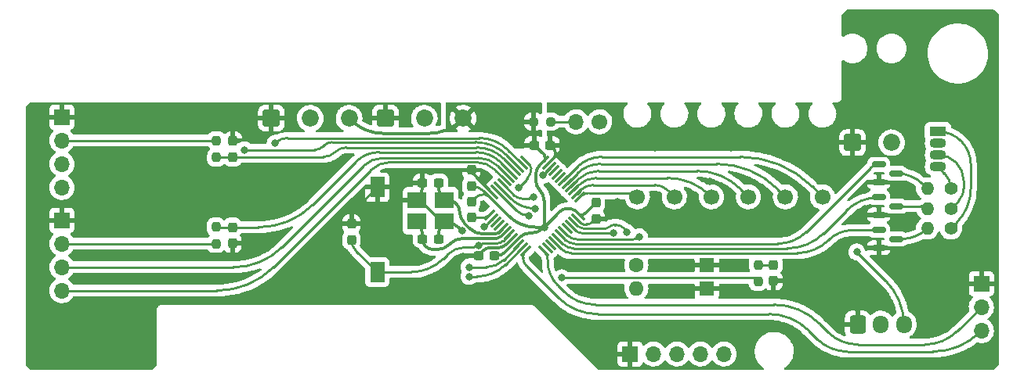
<source format=gtl>
G04 #@! TF.GenerationSoftware,KiCad,Pcbnew,(6.0.2)*
G04 #@! TF.CreationDate,2022-03-23T19:36:03+01:00*
G04 #@! TF.ProjectId,ProjectTamiya_TX,50726f6a-6563-4745-9461-6d6979615f54,rev?*
G04 #@! TF.SameCoordinates,PX3750280PY4f27ac0*
G04 #@! TF.FileFunction,Copper,L1,Top*
G04 #@! TF.FilePolarity,Positive*
%FSLAX46Y46*%
G04 Gerber Fmt 4.6, Leading zero omitted, Abs format (unit mm)*
G04 Created by KiCad (PCBNEW (6.0.2)) date 2022-03-23 19:36:03*
%MOMM*%
%LPD*%
G01*
G04 APERTURE LIST*
G04 Aperture macros list*
%AMRoundRect*
0 Rectangle with rounded corners*
0 $1 Rounding radius*
0 $2 $3 $4 $5 $6 $7 $8 $9 X,Y pos of 4 corners*
0 Add a 4 corners polygon primitive as box body*
4,1,4,$2,$3,$4,$5,$6,$7,$8,$9,$2,$3,0*
0 Add four circle primitives for the rounded corners*
1,1,$1+$1,$2,$3*
1,1,$1+$1,$4,$5*
1,1,$1+$1,$6,$7*
1,1,$1+$1,$8,$9*
0 Add four rect primitives between the rounded corners*
20,1,$1+$1,$2,$3,$4,$5,0*
20,1,$1+$1,$4,$5,$6,$7,0*
20,1,$1+$1,$6,$7,$8,$9,0*
20,1,$1+$1,$8,$9,$2,$3,0*%
G04 Aperture macros list end*
G04 #@! TA.AperFunction,ComponentPad*
%ADD10R,1.700000X1.700000*%
G04 #@! TD*
G04 #@! TA.AperFunction,ComponentPad*
%ADD11O,1.700000X1.700000*%
G04 #@! TD*
G04 #@! TA.AperFunction,SMDPad,CuDef*
%ADD12RoundRect,0.237500X-0.237500X0.250000X-0.237500X-0.250000X0.237500X-0.250000X0.237500X0.250000X0*%
G04 #@! TD*
G04 #@! TA.AperFunction,SMDPad,CuDef*
%ADD13RoundRect,0.237500X0.237500X-0.250000X0.237500X0.250000X-0.237500X0.250000X-0.237500X-0.250000X0*%
G04 #@! TD*
G04 #@! TA.AperFunction,SMDPad,CuDef*
%ADD14R,1.600000X2.180000*%
G04 #@! TD*
G04 #@! TA.AperFunction,SMDPad,CuDef*
%ADD15RoundRect,0.237500X-0.300000X-0.237500X0.300000X-0.237500X0.300000X0.237500X-0.300000X0.237500X0*%
G04 #@! TD*
G04 #@! TA.AperFunction,SMDPad,CuDef*
%ADD16RoundRect,0.237500X-0.237500X0.300000X-0.237500X-0.300000X0.237500X-0.300000X0.237500X0.300000X0*%
G04 #@! TD*
G04 #@! TA.AperFunction,SMDPad,CuDef*
%ADD17RoundRect,0.237500X0.300000X0.237500X-0.300000X0.237500X-0.300000X-0.237500X0.300000X-0.237500X0*%
G04 #@! TD*
G04 #@! TA.AperFunction,ComponentPad*
%ADD18C,1.400000*%
G04 #@! TD*
G04 #@! TA.AperFunction,ComponentPad*
%ADD19O,1.400000X1.400000*%
G04 #@! TD*
G04 #@! TA.AperFunction,SMDPad,CuDef*
%ADD20RoundRect,0.075000X-0.415425X-0.521491X0.521491X0.415425X0.415425X0.521491X-0.521491X-0.415425X0*%
G04 #@! TD*
G04 #@! TA.AperFunction,SMDPad,CuDef*
%ADD21RoundRect,0.075000X0.415425X-0.521491X0.521491X-0.415425X-0.415425X0.521491X-0.521491X0.415425X0*%
G04 #@! TD*
G04 #@! TA.AperFunction,ComponentPad*
%ADD22RoundRect,0.250000X-0.675000X-0.675000X0.675000X-0.675000X0.675000X0.675000X-0.675000X0.675000X0*%
G04 #@! TD*
G04 #@! TA.AperFunction,ComponentPad*
%ADD23C,1.850000*%
G04 #@! TD*
G04 #@! TA.AperFunction,ComponentPad*
%ADD24RoundRect,0.250000X-0.600000X-0.725000X0.600000X-0.725000X0.600000X0.725000X-0.600000X0.725000X0*%
G04 #@! TD*
G04 #@! TA.AperFunction,ComponentPad*
%ADD25O,1.700000X1.950000*%
G04 #@! TD*
G04 #@! TA.AperFunction,ComponentPad*
%ADD26C,1.700000*%
G04 #@! TD*
G04 #@! TA.AperFunction,SMDPad,CuDef*
%ADD27RoundRect,0.150000X-0.587500X-0.150000X0.587500X-0.150000X0.587500X0.150000X-0.587500X0.150000X0*%
G04 #@! TD*
G04 #@! TA.AperFunction,SMDPad,CuDef*
%ADD28R,2.100000X1.800000*%
G04 #@! TD*
G04 #@! TA.AperFunction,SMDPad,CuDef*
%ADD29RoundRect,0.237500X-0.250000X-0.237500X0.250000X-0.237500X0.250000X0.237500X-0.250000X0.237500X0*%
G04 #@! TD*
G04 #@! TA.AperFunction,SMDPad,CuDef*
%ADD30RoundRect,0.237500X0.237500X-0.300000X0.237500X0.300000X-0.237500X0.300000X-0.237500X-0.300000X0*%
G04 #@! TD*
G04 #@! TA.AperFunction,ComponentPad*
%ADD31C,1.600000*%
G04 #@! TD*
G04 #@! TA.AperFunction,ComponentPad*
%ADD32O,1.600000X1.600000*%
G04 #@! TD*
G04 #@! TA.AperFunction,ComponentPad*
%ADD33R,1.600000X1.600000*%
G04 #@! TD*
G04 #@! TA.AperFunction,SMDPad,CuDef*
%ADD34RoundRect,0.237500X0.237500X-0.287500X0.237500X0.287500X-0.237500X0.287500X-0.237500X-0.287500X0*%
G04 #@! TD*
G04 #@! TA.AperFunction,ComponentPad*
%ADD35R,1.800000X1.070000*%
G04 #@! TD*
G04 #@! TA.AperFunction,ComponentPad*
%ADD36O,1.800000X1.070000*%
G04 #@! TD*
G04 #@! TA.AperFunction,ViaPad*
%ADD37C,0.800000*%
G04 #@! TD*
G04 #@! TA.AperFunction,Conductor*
%ADD38C,0.300000*%
G04 #@! TD*
G04 #@! TA.AperFunction,Conductor*
%ADD39C,0.350000*%
G04 #@! TD*
G04 #@! TA.AperFunction,Conductor*
%ADD40C,0.250000*%
G04 #@! TD*
G04 APERTURE END LIST*
D10*
X4427000Y16696000D03*
D11*
X4427000Y14156000D03*
X4427000Y11616000D03*
X4427000Y9076000D03*
D12*
X21097500Y15991000D03*
X21097500Y14166000D03*
D13*
X79668000Y10055000D03*
X79668000Y11880000D03*
D10*
X65830000Y2228000D03*
D11*
X68370000Y2228000D03*
X70910000Y2228000D03*
X73450000Y2228000D03*
X75990000Y2228000D03*
D14*
X38520000Y11100000D03*
X38520000Y20280000D03*
D15*
X55464000Y24834000D03*
X57189000Y24834000D03*
D16*
X22875500Y15944000D03*
X22875500Y14219000D03*
D17*
X51167000Y12896000D03*
X49442000Y12896000D03*
D18*
X100496000Y17976000D03*
D19*
X97956000Y17976000D03*
D18*
X100496000Y15817000D03*
D19*
X97956000Y15817000D03*
D20*
X50650124Y17231212D03*
X51003678Y16877658D03*
X51357231Y16524105D03*
X51710785Y16170551D03*
X52064338Y15816998D03*
X52417891Y15463445D03*
X52771445Y15109891D03*
X53124998Y14756338D03*
X53478551Y14402785D03*
X53832105Y14049231D03*
X54185658Y13695678D03*
X54539212Y13342124D03*
D21*
X56536788Y13342124D03*
X56890342Y13695678D03*
X57243895Y14049231D03*
X57597449Y14402785D03*
X57951002Y14756338D03*
X58304555Y15109891D03*
X58658109Y15463445D03*
X59011662Y15816998D03*
X59365215Y16170551D03*
X59718769Y16524105D03*
X60072322Y16877658D03*
X60425876Y17231212D03*
D20*
X60425876Y19228788D03*
X60072322Y19582342D03*
X59718769Y19935895D03*
X59365215Y20289449D03*
X59011662Y20643002D03*
X58658109Y20996555D03*
X58304555Y21350109D03*
X57951002Y21703662D03*
X57597449Y22057215D03*
X57243895Y22410769D03*
X56890342Y22764322D03*
X56536788Y23117876D03*
D21*
X54539212Y23117876D03*
X54185658Y22764322D03*
X53832105Y22410769D03*
X53478551Y22057215D03*
X53124998Y21703662D03*
X52771445Y21350109D03*
X52417891Y20996555D03*
X52064338Y20643002D03*
X51710785Y20289449D03*
X51357231Y19935895D03*
X51003678Y19582342D03*
X50650124Y19228788D03*
D22*
X39400000Y27755000D03*
D23*
X43600000Y27755000D03*
X47800000Y27755000D03*
D24*
X90416000Y5424000D03*
D25*
X92916000Y5424000D03*
X95416000Y5424000D03*
D26*
X62546500Y27374000D03*
D11*
X60006500Y27374000D03*
D16*
X62142000Y18584500D03*
X62142000Y16859500D03*
D17*
X45124000Y14674000D03*
X43399000Y14674000D03*
D27*
X92700500Y15624000D03*
X92700500Y13724000D03*
X94575500Y14674000D03*
D22*
X27072000Y27755000D03*
D23*
X31272000Y27755000D03*
X35472000Y27755000D03*
D15*
X43399000Y20770000D03*
X45124000Y20770000D03*
D18*
X100496000Y20135000D03*
D19*
X97956000Y20135000D03*
D28*
X42811500Y16572000D03*
X45711500Y16572000D03*
X45711500Y18872000D03*
X42811500Y18872000D03*
D27*
X92700500Y19180000D03*
X92700500Y17280000D03*
X94575500Y18230000D03*
D29*
X55411000Y27374000D03*
X57236000Y27374000D03*
D30*
X48680000Y20415500D03*
X48680000Y22140500D03*
D13*
X21121000Y23517000D03*
X21121000Y25342000D03*
D30*
X48680000Y17013000D03*
X48680000Y18738000D03*
D31*
X66502500Y11885000D03*
D32*
X66502500Y9345000D03*
D33*
X74122500Y9345000D03*
X74122500Y11885000D03*
D30*
X22899000Y23564000D03*
X22899000Y25289000D03*
X35726000Y14573500D03*
X35726000Y16298500D03*
D34*
X81319000Y10130000D03*
X81319000Y11880000D03*
D27*
X92700500Y22736000D03*
X92700500Y20836000D03*
X94575500Y21786000D03*
D10*
X4427000Y27872000D03*
D11*
X4427000Y25332000D03*
X4427000Y22792000D03*
X4427000Y20252000D03*
D10*
X103798000Y9833000D03*
D11*
X103798000Y7293000D03*
X103798000Y4753000D03*
D35*
X99100000Y26310000D03*
D36*
X99100000Y25040000D03*
X99100000Y23770000D03*
X99100000Y22500000D03*
D26*
X66620000Y19243000D03*
X70620000Y19243000D03*
X74620000Y19243000D03*
X78620000Y19243000D03*
X82620000Y19243000D03*
X86620000Y19243000D03*
D22*
X89887000Y25105000D03*
D23*
X94087000Y25105000D03*
D37*
X56554000Y15944000D03*
X47791000Y12769000D03*
X55792000Y12261000D03*
X22772000Y10483000D03*
X32678000Y11372000D03*
X82716000Y11118000D03*
X86780000Y1212000D03*
X19724000Y12896000D03*
X94400000Y16452000D03*
X77255000Y16071000D03*
X57824000Y19119000D03*
X19597000Y21913000D03*
X86018000Y12134000D03*
X64428000Y18738000D03*
X50331000Y21405000D03*
X74588000Y4895000D03*
X82970000Y16071000D03*
X11850000Y21786000D03*
X3468000Y3625000D03*
X60872000Y2736000D03*
X58840000Y24580000D03*
X90590000Y14547000D03*
X49950000Y18230000D03*
X8548000Y12896000D03*
X95797000Y11880000D03*
X46902000Y21405000D03*
X1944000Y11626000D03*
X24169000Y14166000D03*
X41314000Y13150000D03*
X40552000Y19500000D03*
X91199600Y17976000D03*
X61380000Y5022000D03*
X98210000Y9086000D03*
X95797000Y29914000D03*
X78525000Y21024000D03*
X11723000Y3625000D03*
X1944000Y22548000D03*
X62548400Y11880000D03*
X103798000Y25596000D03*
X99226000Y13658000D03*
X71667000Y16071000D03*
X16422000Y27882000D03*
X47664000Y15563000D03*
X94501600Y20008000D03*
X89828000Y10864000D03*
X65825000Y4895000D03*
X66460000Y16198000D03*
X99226000Y1212000D03*
X74461000Y20897000D03*
X91225000Y20008000D03*
X8548000Y10356000D03*
X76747000Y24580000D03*
X29122000Y20008000D03*
X53252000Y8197000D03*
X68492000Y24580000D03*
X16168000Y16833000D03*
X82716000Y12134000D03*
X86018000Y11118000D03*
X64682000Y9390800D03*
X49442000Y13975522D03*
X66841000Y14928000D03*
X90336000Y13277000D03*
X48426000Y10610000D03*
X48426000Y11626000D03*
X24169000Y24326000D03*
X27471000Y25050500D03*
X55538000Y17976000D03*
X54865500Y17214000D03*
X53760000Y20262000D03*
X56405285Y21570033D03*
X55411000Y19246000D03*
X50077000Y15974041D03*
X58459000Y10483000D03*
X65499245Y15364245D03*
X64047000Y15340009D03*
D38*
X51557552Y12896000D02*
X51167000Y12896000D01*
X59348000Y17976000D02*
X59094001Y17976000D01*
X56553721Y23744279D02*
X55464000Y24834000D01*
D39*
X35472000Y27755000D02*
X35686159Y27540841D01*
D38*
X56554000Y15944000D02*
X55665000Y15944000D01*
X56554000Y18781580D02*
X56554000Y15944000D01*
X56536788Y23117876D02*
X56064384Y22645472D01*
X55655774Y21659000D02*
X55655774Y20950088D01*
D39*
X39155000Y26104000D02*
X44108000Y26104000D01*
D38*
X56554000Y15944000D02*
X58226789Y17616789D01*
D40*
X50650124Y19228788D02*
X50017368Y19861544D01*
D38*
X56457816Y15847815D02*
X56554000Y15944000D01*
X61045276Y17487776D02*
X62142000Y18584500D01*
X56536788Y23117876D02*
X56557318Y23138406D01*
D40*
X48992987Y19050987D02*
X48680000Y18738000D01*
D38*
X55157000Y15309000D02*
X54933815Y15309000D01*
X52711555Y17167357D02*
X50650124Y19228788D01*
D40*
X50650124Y19228788D02*
X50592397Y19286515D01*
D39*
X47592205Y27547205D02*
X47800000Y27755000D01*
D38*
X53478551Y14402785D02*
X52264659Y13188893D01*
X60425876Y17231212D02*
X59916617Y17740471D01*
X56680999Y23437000D02*
G75*
G02*
X56557318Y23138406I-422275J0D01*
G01*
X56457816Y15847815D02*
G75*
G02*
X55157000Y15309000I-1300819J1300826D01*
G01*
X54014000Y14928000D02*
G75*
G02*
X54933815Y15309000I919817J-919820D01*
G01*
X59348000Y17976000D02*
G75*
G02*
X59916617Y17740471I1J-804142D01*
G01*
X52264659Y13188893D02*
G75*
G02*
X51557552Y12896000I-707106J707106D01*
G01*
X56553721Y23744279D02*
G75*
G02*
X56681000Y23437000I-307283J-307281D01*
G01*
X61045276Y17487776D02*
G75*
G02*
X60425876Y17231212I-619401J619401D01*
G01*
D39*
X39155000Y26104001D02*
G75*
G02*
X35686160Y27540842I1J4905684D01*
G01*
D38*
X55655775Y21659000D02*
G75*
G02*
X56064385Y22645471I1395077J2D01*
G01*
X58226789Y17616789D02*
G75*
G02*
X59094001Y17976000I867214J-867217D01*
G01*
X52711555Y17167357D02*
G75*
G03*
X55665000Y15944000I2953444J2953443D01*
G01*
D40*
X50077000Y19500000D02*
G75*
G02*
X50592397Y19286515I0J-728880D01*
G01*
X48992987Y19050987D02*
G75*
G02*
X50077000Y19500000I1084014J-1084014D01*
G01*
D39*
X47592205Y27547205D02*
G75*
G02*
X44108000Y26104000I-3484206J3484208D01*
G01*
D38*
X56554000Y18781580D02*
G75*
G03*
X56046000Y20008000I-1734419J0D01*
G01*
D40*
X48680000Y20415500D02*
G75*
G02*
X50017368Y19861544I3J-1891316D01*
G01*
D38*
X56046000Y20008000D02*
G75*
G02*
X55655774Y20950088I942095J942091D01*
G01*
D40*
X60618000Y16325000D02*
X60077258Y16865742D01*
D38*
X57649330Y23523311D02*
X56890342Y22764322D01*
X48845802Y21740217D02*
X51003678Y19582342D01*
X57189000Y24834000D02*
X57644394Y24378606D01*
D40*
X61126000Y16266520D02*
X60759183Y16266520D01*
D39*
X43399000Y20770000D02*
X43399000Y20290350D01*
X47322155Y15904845D02*
X47664000Y15563000D01*
D38*
X49442000Y12896000D02*
X49973627Y13427627D01*
D39*
X43278394Y18678606D02*
X45154129Y16802870D01*
D38*
X50680734Y13720520D02*
X51592124Y13720520D01*
D40*
X61848141Y16565640D02*
X62142000Y16859500D01*
D39*
X45124000Y14674000D02*
X45124000Y15153650D01*
D40*
X36565689Y18325690D02*
X38520000Y20280000D01*
D38*
X52440652Y14071992D02*
X53124998Y14756338D01*
X57649330Y23523311D02*
G75*
G03*
X57824000Y23945000I-421682J421687D01*
G01*
D40*
X36565689Y18325690D02*
G75*
G03*
X35726000Y16298500I2027192J-2027190D01*
G01*
D38*
X48845802Y21740217D02*
G75*
G02*
X48680000Y22140500I400293J400286D01*
G01*
D39*
X47322155Y15904845D02*
G75*
G03*
X45711500Y16572000I-1610656J-1610657D01*
G01*
D38*
X52440652Y14071992D02*
G75*
G02*
X51592124Y13720520I-848530J848532D01*
G01*
D39*
X42811500Y18872000D02*
G75*
G03*
X43399000Y20290350I-1418360J1418354D01*
G01*
D40*
X60072322Y16877658D02*
G75*
G03*
X60077258Y16865742I16853J1D01*
G01*
D38*
X50680734Y13720519D02*
G75*
G03*
X49973628Y13427626I-1J-999998D01*
G01*
D40*
X60618000Y16325000D02*
G75*
G03*
X60759183Y16266520I141180J141176D01*
G01*
D39*
X45711500Y16572000D02*
G75*
G03*
X45124000Y15153650I1418349J-1418350D01*
G01*
X42811500Y18871999D02*
G75*
G02*
X43278394Y18678606I4J-660278D01*
G01*
X45154129Y16802870D02*
G75*
G03*
X45711500Y16572000I557370J557371D01*
G01*
D40*
X61848141Y16565640D02*
G75*
G02*
X61126000Y16266520I-722142J722145D01*
G01*
D38*
X57824000Y23945000D02*
G75*
G03*
X57644394Y24378606I-613209J0D01*
G01*
D40*
X50123314Y17013000D02*
X48680000Y17013000D01*
X50123314Y17013000D02*
G75*
G03*
X50650124Y17231212I1J745019D01*
G01*
X52063859Y15815840D02*
X51589728Y15341710D01*
D38*
X51306886Y15224553D02*
X50458000Y15224553D01*
X47956916Y16368414D02*
X48467165Y15858165D01*
X50458000Y15224553D02*
X50457977Y15224530D01*
X45711500Y18872000D02*
X46226786Y18872000D01*
D39*
X45124000Y20770000D02*
X45124000Y20290350D01*
D38*
X48526047Y15799282D02*
X48467165Y15858165D01*
X47117107Y18395893D02*
X46933893Y18579107D01*
X50457977Y15224530D02*
X49913621Y15224530D01*
X51306886Y15224554D02*
G75*
G03*
X51589728Y15341710I1J399997D01*
G01*
D40*
X52063859Y15815840D02*
G75*
G03*
X52064338Y15816998I-1169J1162D01*
G01*
D38*
X47956916Y16368414D02*
G75*
G02*
X47410000Y17688786I1320375J1320373D01*
G01*
X47117107Y18395893D02*
G75*
G02*
X47410000Y17688786I-707106J-707106D01*
G01*
D39*
X45711500Y18872000D02*
G75*
G02*
X45124000Y20290350I1418360J1418354D01*
G01*
D38*
X48526047Y15799282D02*
G75*
G03*
X49913621Y15224530I1387572J1387570D01*
G01*
X46933893Y18579107D02*
G75*
G03*
X46226786Y18872000I-707104J-707101D01*
G01*
X44542000Y13531000D02*
X44997000Y13531000D01*
X49822999Y14725011D02*
X51368797Y14725011D01*
X47743625Y14725033D02*
X49822977Y14725033D01*
X51899127Y14944681D02*
X52417891Y15463445D01*
X46297816Y14069816D02*
X46394000Y14166000D01*
X49822977Y14725033D02*
X49822999Y14725011D01*
X43399000Y14674000D02*
X43399000Y15153650D01*
X47743625Y14725033D02*
G75*
G03*
X46394000Y14166000I2J-1908662D01*
G01*
X46297816Y14069816D02*
G75*
G02*
X44997000Y13531000I-1300818J1300821D01*
G01*
X42811500Y16572000D02*
G75*
G02*
X43399000Y15153650I-1418344J-1418348D01*
G01*
X44542000Y13531000D02*
G75*
G02*
X43399000Y14674000I0J1143000D01*
G01*
X51899127Y14944681D02*
G75*
G02*
X51368797Y14725011I-530327J530323D01*
G01*
D40*
X42215888Y11100000D02*
X38520000Y11100000D01*
X52149487Y14487933D02*
X52771445Y15109891D01*
X48982040Y13785000D02*
X48045000Y13785000D01*
X46093777Y12976777D02*
X45632000Y12515000D01*
X36206479Y13413521D02*
X38520000Y11100000D01*
X49971963Y14195040D02*
X51442380Y14195040D01*
X49971963Y14195039D02*
G75*
G03*
X49442000Y13975522I0J-749481D01*
G01*
X51442380Y14195041D02*
G75*
G03*
X52149486Y14487934I3J999993D01*
G01*
X42215888Y11100000D02*
G75*
G03*
X45632000Y12515000I1J4831108D01*
G01*
X48982040Y13785000D02*
G75*
G03*
X49442000Y13975522I-1J650483D01*
G01*
X46093777Y12976777D02*
G75*
G02*
X48045000Y13785000I1951222J-1951221D01*
G01*
X36206479Y13413521D02*
G75*
G02*
X35726000Y14573500I1159975J1159977D01*
G01*
X22899000Y23564000D02*
X32721580Y23564000D01*
X52172500Y23373500D02*
X53471314Y22074686D01*
X22899000Y23564000D02*
X21168000Y23564000D01*
X35174420Y24580000D02*
X49259752Y24580000D01*
X35174420Y24580000D02*
G75*
G03*
X33948000Y24072000I0J-1734419D01*
G01*
X53478550Y22057215D02*
G75*
G03*
X53471313Y22074685I-24709J-1D01*
G01*
X33948000Y24072000D02*
G75*
G02*
X32721580Y23564000I-1226420J1226419D01*
G01*
X52172500Y23373500D02*
G75*
G03*
X49259752Y24580000I-2912747J-2912745D01*
G01*
X22875500Y15944000D02*
X25693000Y15944000D01*
X38733679Y24072000D02*
X49171794Y24072000D01*
X51877330Y22951330D02*
X53124998Y21703662D01*
X31546668Y18368669D02*
X36200880Y23022880D01*
X22875500Y15944000D02*
X21144500Y15944000D01*
X38733679Y24072000D02*
G75*
G03*
X36200880Y23022880I3J-3581925D01*
G01*
X51877330Y22951330D02*
G75*
G03*
X49171794Y24072000I-2705539J-2705542D01*
G01*
X31546668Y18368669D02*
G75*
G02*
X25693000Y15944000I-5853669J5853669D01*
G01*
X102655000Y22755000D02*
X102655000Y20135000D01*
X101128356Y16449357D02*
X100496000Y15817000D01*
X102655000Y22755000D02*
G75*
G03*
X99100000Y26310000I-3554999J1D01*
G01*
X101128356Y16449357D02*
G75*
G03*
X102655000Y20135000I-3685641J3685643D01*
G01*
X101893000Y20135000D02*
X101893000Y20977000D01*
X100496000Y17976000D02*
X101354184Y18834184D01*
X99100000Y23770000D02*
G75*
G02*
X101893000Y20977000I-1J-2793001D01*
G01*
X101892999Y20135000D02*
G75*
G02*
X101354184Y18834184I-1839636J2D01*
G01*
X99810814Y21789187D02*
X99100000Y22500000D01*
X99810814Y21789187D02*
G75*
G02*
X100496000Y20135000I-1654191J-1654188D01*
G01*
X79668000Y11880000D02*
X81319000Y11880000D01*
X57236000Y27374000D02*
X60006500Y27374000D01*
X58658109Y15463445D02*
X59030541Y15091013D01*
X66841000Y14928000D02*
X66821402Y14908402D01*
X66114295Y14615509D02*
X60178509Y14615509D01*
X93455193Y10157806D02*
X90463000Y13150000D01*
X93455193Y10157806D02*
G75*
G02*
X95416000Y5424000I-4733805J-4733806D01*
G01*
X66821402Y14908402D02*
G75*
G02*
X66114295Y14615509I-707106J707106D01*
G01*
X60178509Y14615510D02*
G75*
G02*
X59030542Y15091014I2J1623476D01*
G01*
X87226369Y4575631D02*
X86272000Y5530000D01*
X103798000Y7293000D02*
X101202000Y4697000D01*
X90441210Y3244000D02*
X97694148Y3244000D01*
X58012631Y9659370D02*
X58205000Y9467000D01*
X58713000Y8959000D02*
X58205000Y9467000D01*
X81366319Y7562000D02*
X62085656Y7562000D01*
X56935000Y12380756D02*
X56935000Y12261000D01*
X97694148Y3244000D02*
G75*
G03*
X101202000Y4697000I2J4960846D01*
G01*
X58012631Y9659370D02*
G75*
G02*
X56935000Y12261000I2601627J2601629D01*
G01*
X87226369Y4575631D02*
G75*
G03*
X90441210Y3244000I3214842J3214842D01*
G01*
X58713000Y8959000D02*
G75*
G03*
X62085656Y7562000I3372654J3372652D01*
G01*
X81366319Y7562000D02*
G75*
G02*
X86272000Y5530000I-3J-6937686D01*
G01*
X56935000Y12380756D02*
G75*
G03*
X56536788Y13342124I-1359578J0D01*
G01*
X54627210Y11774792D02*
X55585261Y10816740D01*
X89320000Y2482000D02*
X98591000Y2482000D01*
X55585261Y10816740D02*
X58112553Y8289447D01*
X62321606Y6546000D02*
X80836529Y6546000D01*
X85129000Y4768000D02*
X86067961Y3829039D01*
X103603065Y4558066D02*
X103798000Y4753000D01*
X54268000Y12687361D02*
X54268000Y12642000D01*
X89320000Y2482000D02*
G75*
G02*
X86067961Y3829039I0J4599076D01*
G01*
X54627210Y11774792D02*
G75*
G02*
X54268000Y12642000I867208J867209D01*
G01*
X62321606Y6546000D02*
G75*
G02*
X58112553Y8289447I0J5952499D01*
G01*
X103603065Y4558066D02*
G75*
G02*
X98591000Y2482000I-5012065J5012064D01*
G01*
X54268000Y12687361D02*
G75*
G02*
X54539212Y13342124I925974J0D01*
G01*
X85129000Y4768000D02*
G75*
G03*
X80836529Y6546000I-4292471J-4292471D01*
G01*
X52363000Y11880000D02*
X54173742Y13690742D01*
X48426000Y10610000D02*
X49296949Y10610000D01*
X52363000Y11880000D02*
G75*
G02*
X49296949Y10610000I-3066054J3066058D01*
G01*
X54185658Y13695678D02*
G75*
G03*
X54173742Y13690742I1J-16853D01*
G01*
X50331000Y11626000D02*
X48426000Y11626000D01*
X53832105Y14049231D02*
X52171046Y12388172D01*
X50331000Y11626001D02*
G75*
G03*
X52171045Y12388173I-1J2602220D01*
G01*
X21111000Y25332000D02*
X21121000Y25342000D01*
X4427000Y25332000D02*
X21111000Y25332000D01*
X53832105Y22410769D02*
X52457437Y23785437D01*
X24169000Y24326000D02*
X31758185Y24326000D01*
X32678000Y24707000D02*
X32745199Y24774199D01*
X48740040Y25154960D02*
X49151140Y25154960D01*
X34014960Y25154960D02*
X48553000Y25154960D01*
X48553000Y25154960D02*
X48740040Y25154960D01*
X33664438Y25154960D02*
X34014960Y25154960D01*
X32678000Y24707000D02*
G75*
G02*
X31758185Y24326000I-919817J919820D01*
G01*
X52457437Y23785437D02*
G75*
G03*
X49151140Y25154960I-3306296J-3306260D01*
G01*
X33664438Y25154959D02*
G75*
G03*
X32745200Y24774198I-4J-1299991D01*
G01*
X28808426Y25604480D02*
X49542392Y25604480D01*
X52620490Y24329490D02*
X54185658Y22764322D01*
X52620490Y24329490D02*
G75*
G03*
X49542392Y25604480I-3078099J-3078100D01*
G01*
X28808426Y25604480D02*
G75*
G03*
X27471000Y25050500I3J-1891413D01*
G01*
X52953840Y19046394D02*
X51710785Y20289449D01*
X52953840Y19046394D02*
G75*
G03*
X55538000Y17976000I2584159J2584158D01*
G01*
X53523075Y17770050D02*
X51357231Y19935895D01*
X53523075Y17770050D02*
G75*
G03*
X54865500Y17214000I1342427J1342431D01*
G01*
X21087500Y14156000D02*
X21097500Y14166000D01*
X4427000Y14156000D02*
X21087500Y14156000D01*
X39946139Y23002520D02*
X49169285Y23002520D01*
X4427000Y9076000D02*
X21158698Y9076000D01*
X27335489Y11634511D02*
X37824818Y22123840D01*
X51290605Y22123841D02*
X52417891Y20996555D01*
X51290605Y22123841D02*
G75*
G03*
X49169285Y23002520I-2121319J-2121319D01*
G01*
X27335489Y11634511D02*
G75*
G02*
X21158698Y9076000I-6176795J6176798D01*
G01*
X39946139Y23002520D02*
G75*
G03*
X37824818Y22123840I2J-3000005D01*
G01*
X51548193Y22573361D02*
X52771445Y21350109D01*
X28233000Y13785000D02*
X37021360Y22573360D01*
X4427000Y11616000D02*
X22996571Y11616000D01*
X39142681Y23452040D02*
X49426873Y23452040D01*
X51548193Y22573361D02*
G75*
G03*
X49426873Y23452040I-2121319J-2121319D01*
G01*
X39142681Y23452040D02*
G75*
G03*
X37021360Y22573360I2J-3000005D01*
G01*
X28233000Y13785000D02*
G75*
G02*
X22996571Y11616000I-5236430J5236432D01*
G01*
X55011274Y22645814D02*
X54539212Y23117876D01*
X53760000Y20262000D02*
X54522000Y21024000D01*
X54707987Y21209987D02*
X54522000Y21024000D01*
X55011274Y22645814D02*
G75*
G02*
X55157000Y22294000I-351817J-351815D01*
G01*
X54707987Y21209987D02*
G75*
G03*
X55157000Y22294000I-1084014J1084014D01*
G01*
X57243895Y22410769D02*
X57243895Y22408643D01*
X57243895Y22408643D02*
X56405285Y21570033D01*
X58658109Y20996555D02*
X60096277Y22434723D01*
X60128516Y22466962D02*
X60096277Y22434723D01*
X86620000Y19243000D02*
X85506437Y20356563D01*
X62777000Y23564000D02*
X77763000Y23564000D01*
X60128516Y22466962D02*
G75*
G02*
X62777000Y23564000I2648485J-2648486D01*
G01*
X77763000Y23563999D02*
G75*
G02*
X85506436Y20356562I-1J-10950875D01*
G01*
X60124608Y21755949D02*
X60068830Y21700170D01*
X62650000Y22802000D02*
X75223000Y22802000D01*
X82620000Y19243000D02*
X81774876Y20088124D01*
X59011662Y20643002D02*
X60068830Y21700170D01*
X60124608Y21755949D02*
G75*
G02*
X62650000Y22802000I2525393J-2525397D01*
G01*
X75223000Y22802000D02*
G75*
G02*
X81774876Y20088124I2J-9265746D01*
G01*
X62455567Y22040000D02*
X73064000Y22040000D01*
X60168383Y21092617D02*
X59365215Y20289449D01*
X78620000Y19243000D02*
X77773908Y20089092D01*
X60168383Y21092617D02*
G75*
G02*
X62455567Y22040000I2287185J-2287185D01*
G01*
X73064000Y22040000D02*
G75*
G02*
X77773908Y20089092I2J-6660809D01*
G01*
X62182256Y21278000D02*
X69889000Y21278000D01*
X74620000Y19243000D02*
X74491360Y19371640D01*
X59718769Y19935895D02*
X60267937Y20485063D01*
X60267937Y20485063D02*
G75*
G02*
X62182256Y21278000I1914321J-1914323D01*
G01*
X69889000Y21278000D02*
G75*
G02*
X74491360Y19371640I5J-6508707D01*
G01*
X61387244Y19627000D02*
X65692942Y19627000D01*
X66620000Y19243000D02*
G75*
G03*
X65692942Y19627000I-927061J-927066D01*
G01*
X61387244Y19627000D02*
G75*
G03*
X60425876Y19228788I0J-1359578D01*
G01*
X60394713Y19904732D02*
X60072322Y19582342D01*
X61870443Y20516000D02*
X68518573Y20516000D01*
X60108358Y19582342D02*
X60456230Y19930214D01*
X69932787Y19930213D02*
X70620000Y19243000D01*
X69932787Y19930213D02*
G75*
G03*
X68518573Y20516000I-1414214J-1414213D01*
G01*
X60394713Y19904732D02*
G75*
G02*
X61870443Y20516000I1475727J-1475721D01*
G01*
X89888108Y15624000D02*
X92700500Y15624000D01*
X87285010Y14544009D02*
X87288000Y14547000D01*
X59475000Y13150000D02*
X83919573Y13150000D01*
X57597449Y14402785D02*
X58408457Y13591777D01*
X89888108Y15624000D02*
G75*
G03*
X87288000Y14547000I-2J-3677103D01*
G01*
X87285010Y14544009D02*
G75*
G02*
X83919573Y13150000I-3365437J3365439D01*
G01*
X59475000Y13150001D02*
G75*
G02*
X58408458Y13591778I-1J1508316D01*
G01*
X94575500Y14674000D02*
X95196554Y14674000D01*
X97956000Y15817000D02*
G75*
G02*
X95196554Y14674000I-2759447J2759448D01*
G01*
X89201784Y17730784D02*
X86745447Y15274447D01*
X58568747Y14138593D02*
X57951002Y14756338D01*
X82843000Y13658000D02*
X59729000Y13658000D01*
X82843000Y13658000D02*
G75*
G03*
X86745447Y15274447I-1J5518894D01*
G01*
X89201784Y17730784D02*
G75*
G02*
X92700500Y19180000I3498715J-3498713D01*
G01*
X58568747Y14138593D02*
G75*
G03*
X59729000Y13658000I1160254J1160253D01*
G01*
X94575500Y18230000D02*
X97342790Y18230000D01*
X97956000Y17976000D02*
G75*
G03*
X97342790Y18230000I-613214J-613220D01*
G01*
X91803416Y22364415D02*
X91733000Y22294000D01*
X58304555Y15109891D02*
X58818840Y14595606D01*
X59856000Y14166000D02*
X81827000Y14166000D01*
X91733000Y22294000D02*
X84862236Y15423236D01*
X91803416Y22364415D02*
G75*
G02*
X92700500Y22736000I897084J-897082D01*
G01*
X81827000Y14166000D02*
G75*
G03*
X84862236Y15423236I0J4292471D01*
G01*
X59856000Y14166000D02*
G75*
G02*
X58818840Y14595606I0J1466765D01*
G01*
X97527941Y20563059D02*
X97956000Y20135000D01*
X97527941Y20563059D02*
G75*
G03*
X94575500Y21786000I-2952440J-2952439D01*
G01*
X54150020Y19053633D02*
X54946585Y19053633D01*
X53302760Y19404579D02*
X52064338Y20643002D01*
X53302760Y19404579D02*
G75*
G03*
X54150020Y19053633I847260J847262D01*
G01*
X55411000Y19246000D02*
G75*
G02*
X54946585Y19053633I-464416J464418D01*
G01*
X58472489Y10469511D02*
X58459000Y10483000D01*
X79253489Y10469511D02*
X58472489Y10469511D01*
X79668000Y10055000D02*
X79253489Y10469511D01*
X50964311Y16861351D02*
X50077000Y15974041D01*
X50964311Y16861351D02*
G75*
G02*
X51003678Y16877658I39366J-39361D01*
G01*
X64301000Y16198000D02*
X64152210Y16198000D01*
X60745000Y15817000D02*
X63232395Y15817000D01*
X65168210Y15838790D02*
X65397768Y15609232D01*
X59718769Y16524105D02*
X60200218Y16042656D01*
X63539000Y15944000D02*
G75*
G02*
X63232395Y15817000I-306609J306616D01*
G01*
X63539000Y15944000D02*
G75*
G02*
X64152210Y16198000I613208J-613204D01*
G01*
X60745000Y15817001D02*
G75*
G02*
X60200218Y16042656I-1J770436D01*
G01*
X65168210Y15838790D02*
G75*
G03*
X64301000Y16198000I-867211J-867213D01*
G01*
X65499244Y15364245D02*
G75*
G03*
X65397767Y15609231I-346463J0D01*
G01*
X64047000Y15340009D02*
X60543138Y15340009D01*
X59950121Y15585644D02*
X59365215Y16170551D01*
X59950121Y15585644D02*
G75*
G03*
X60543138Y15340009I593020J593027D01*
G01*
G04 #@! TA.AperFunction,Conductor*
G36*
X105205511Y39471998D02*
G01*
X105226485Y39455095D01*
X105655095Y39026485D01*
X105689121Y38964173D01*
X105692000Y38937390D01*
X105692000Y1062612D01*
X105671998Y994491D01*
X105655096Y973517D01*
X105226485Y544905D01*
X105164172Y510880D01*
X105137389Y508000D01*
X82631060Y508000D01*
X82562939Y528002D01*
X82516446Y581658D01*
X82506342Y651932D01*
X82535836Y716512D01*
X82558609Y737087D01*
X82697792Y834907D01*
X82730023Y857559D01*
X82854806Y973515D01*
X82937479Y1050339D01*
X82937481Y1050342D01*
X82940622Y1053260D01*
X83122713Y1275732D01*
X83272927Y1520858D01*
X83388483Y1784102D01*
X83405530Y1843944D01*
X83466068Y2056466D01*
X83467244Y2060594D01*
X83507751Y2345216D01*
X83507845Y2363049D01*
X83509235Y2628417D01*
X83509235Y2628424D01*
X83509257Y2632703D01*
X83508152Y2641101D01*
X83477732Y2872160D01*
X83471732Y2917734D01*
X83395871Y3195036D01*
X83325422Y3360200D01*
X83284763Y3455524D01*
X83284761Y3455528D01*
X83283077Y3459476D01*
X83206256Y3587835D01*
X83137643Y3702479D01*
X83137640Y3702483D01*
X83135439Y3706161D01*
X82955687Y3930528D01*
X82770675Y4106098D01*
X82750258Y4125473D01*
X82750255Y4125475D01*
X82747149Y4128423D01*
X82542427Y4275531D01*
X82517172Y4293679D01*
X82517171Y4293680D01*
X82513683Y4296186D01*
X82503007Y4301839D01*
X82421533Y4344977D01*
X82259608Y4430712D01*
X82068037Y4500817D01*
X81993658Y4528036D01*
X81993656Y4528037D01*
X81989627Y4529511D01*
X81708736Y4590755D01*
X81677685Y4593199D01*
X81485718Y4608307D01*
X81485709Y4608307D01*
X81483261Y4608500D01*
X81327729Y4608500D01*
X81325593Y4608354D01*
X81325582Y4608354D01*
X81117452Y4594165D01*
X81117446Y4594164D01*
X81113175Y4593873D01*
X81108980Y4593004D01*
X81108978Y4593004D01*
X80979952Y4566284D01*
X80831658Y4535574D01*
X80560657Y4439607D01*
X80556848Y4437641D01*
X80322645Y4316760D01*
X80305188Y4307750D01*
X80301687Y4305289D01*
X80301683Y4305287D01*
X80212870Y4242868D01*
X80069977Y4142441D01*
X80036378Y4111219D01*
X79909260Y3993093D01*
X79859378Y3946740D01*
X79677287Y3724268D01*
X79527073Y3479142D01*
X79525347Y3475209D01*
X79525346Y3475208D01*
X79479005Y3369641D01*
X79411517Y3215898D01*
X79332756Y2939406D01*
X79292249Y2654784D01*
X79292227Y2650495D01*
X79292226Y2650488D01*
X79290765Y2371583D01*
X79290743Y2367297D01*
X79328268Y2082266D01*
X79404129Y1804964D01*
X79405813Y1801016D01*
X79435617Y1731143D01*
X79516923Y1540524D01*
X79528693Y1520858D01*
X79642613Y1330512D01*
X79664561Y1293839D01*
X79844313Y1069472D01*
X79923327Y994491D01*
X80048301Y875895D01*
X80052851Y871577D01*
X80233173Y742002D01*
X80241078Y736322D01*
X80284726Y680328D01*
X80291172Y609624D01*
X80258369Y546660D01*
X80196733Y511426D01*
X80167552Y508000D01*
X62462610Y508000D01*
X62394489Y528002D01*
X62373515Y544905D01*
X61585089Y1333331D01*
X64472001Y1333331D01*
X64472371Y1326510D01*
X64477895Y1275648D01*
X64481521Y1260396D01*
X64526676Y1139946D01*
X64535214Y1124351D01*
X64611715Y1022276D01*
X64624276Y1009715D01*
X64726351Y933214D01*
X64741946Y924676D01*
X64862394Y879522D01*
X64877649Y875895D01*
X64928514Y870369D01*
X64935328Y870000D01*
X65557885Y870000D01*
X65573124Y874475D01*
X65574329Y875865D01*
X65576000Y883548D01*
X65576000Y888116D01*
X66084000Y888116D01*
X66088475Y872877D01*
X66089865Y871672D01*
X66097548Y870001D01*
X66724669Y870001D01*
X66731490Y870371D01*
X66782352Y875895D01*
X66797604Y879521D01*
X66918054Y924676D01*
X66933649Y933214D01*
X67035724Y1009715D01*
X67048285Y1022276D01*
X67124786Y1124351D01*
X67133324Y1139946D01*
X67174225Y1249048D01*
X67216867Y1305812D01*
X67283428Y1330512D01*
X67352777Y1315304D01*
X67387444Y1287316D01*
X67412865Y1257969D01*
X67412869Y1257965D01*
X67416250Y1254062D01*
X67588126Y1111368D01*
X67781000Y998662D01*
X67785825Y996820D01*
X67785826Y996819D01*
X67846848Y973517D01*
X67989692Y918970D01*
X67994760Y917939D01*
X67994763Y917938D01*
X68102017Y896117D01*
X68208597Y874433D01*
X68213772Y874243D01*
X68213774Y874243D01*
X68426673Y866436D01*
X68426677Y866436D01*
X68431837Y866247D01*
X68436957Y866903D01*
X68436959Y866903D01*
X68648288Y893975D01*
X68648289Y893975D01*
X68653416Y894632D01*
X68658366Y896117D01*
X68862429Y957339D01*
X68862434Y957341D01*
X68867384Y958826D01*
X69067994Y1057104D01*
X69249860Y1186827D01*
X69408096Y1344511D01*
X69538453Y1525923D01*
X69539776Y1524972D01*
X69586645Y1568143D01*
X69656580Y1580375D01*
X69722026Y1552856D01*
X69749875Y1521006D01*
X69809987Y1422912D01*
X69956250Y1254062D01*
X70128126Y1111368D01*
X70321000Y998662D01*
X70325825Y996820D01*
X70325826Y996819D01*
X70386848Y973517D01*
X70529692Y918970D01*
X70534760Y917939D01*
X70534763Y917938D01*
X70642017Y896117D01*
X70748597Y874433D01*
X70753772Y874243D01*
X70753774Y874243D01*
X70966673Y866436D01*
X70966677Y866436D01*
X70971837Y866247D01*
X70976957Y866903D01*
X70976959Y866903D01*
X71188288Y893975D01*
X71188289Y893975D01*
X71193416Y894632D01*
X71198366Y896117D01*
X71402429Y957339D01*
X71402434Y957341D01*
X71407384Y958826D01*
X71607994Y1057104D01*
X71789860Y1186827D01*
X71948096Y1344511D01*
X72078453Y1525923D01*
X72079776Y1524972D01*
X72126645Y1568143D01*
X72196580Y1580375D01*
X72262026Y1552856D01*
X72289875Y1521006D01*
X72349987Y1422912D01*
X72496250Y1254062D01*
X72668126Y1111368D01*
X72861000Y998662D01*
X72865825Y996820D01*
X72865826Y996819D01*
X72926848Y973517D01*
X73069692Y918970D01*
X73074760Y917939D01*
X73074763Y917938D01*
X73182017Y896117D01*
X73288597Y874433D01*
X73293772Y874243D01*
X73293774Y874243D01*
X73506673Y866436D01*
X73506677Y866436D01*
X73511837Y866247D01*
X73516957Y866903D01*
X73516959Y866903D01*
X73728288Y893975D01*
X73728289Y893975D01*
X73733416Y894632D01*
X73738366Y896117D01*
X73942429Y957339D01*
X73942434Y957341D01*
X73947384Y958826D01*
X74147994Y1057104D01*
X74329860Y1186827D01*
X74488096Y1344511D01*
X74618453Y1525923D01*
X74619776Y1524972D01*
X74666645Y1568143D01*
X74736580Y1580375D01*
X74802026Y1552856D01*
X74829875Y1521006D01*
X74889987Y1422912D01*
X75036250Y1254062D01*
X75208126Y1111368D01*
X75401000Y998662D01*
X75405825Y996820D01*
X75405826Y996819D01*
X75466848Y973517D01*
X75609692Y918970D01*
X75614760Y917939D01*
X75614763Y917938D01*
X75722017Y896117D01*
X75828597Y874433D01*
X75833772Y874243D01*
X75833774Y874243D01*
X76046673Y866436D01*
X76046677Y866436D01*
X76051837Y866247D01*
X76056957Y866903D01*
X76056959Y866903D01*
X76268288Y893975D01*
X76268289Y893975D01*
X76273416Y894632D01*
X76278366Y896117D01*
X76482429Y957339D01*
X76482434Y957341D01*
X76487384Y958826D01*
X76687994Y1057104D01*
X76869860Y1186827D01*
X77028096Y1344511D01*
X77158453Y1525923D01*
X77167623Y1544476D01*
X77255136Y1721547D01*
X77255137Y1721549D01*
X77257430Y1726189D01*
X77312952Y1908934D01*
X77320865Y1934977D01*
X77320865Y1934979D01*
X77322370Y1939931D01*
X77351529Y2161410D01*
X77353156Y2228000D01*
X77334852Y2450639D01*
X77280431Y2667298D01*
X77191354Y2872160D01*
X77070014Y3059723D01*
X76919670Y3224949D01*
X76915619Y3228148D01*
X76915615Y3228152D01*
X76748414Y3360200D01*
X76748410Y3360202D01*
X76744359Y3363402D01*
X76726768Y3373113D01*
X76643688Y3418975D01*
X76548789Y3471362D01*
X76543920Y3473086D01*
X76543916Y3473088D01*
X76343087Y3544205D01*
X76343083Y3544206D01*
X76338212Y3545931D01*
X76333119Y3546838D01*
X76333116Y3546839D01*
X76123373Y3584200D01*
X76123367Y3584201D01*
X76118284Y3585106D01*
X76044452Y3586008D01*
X75900081Y3587772D01*
X75900079Y3587772D01*
X75894911Y3587835D01*
X75674091Y3554045D01*
X75461756Y3484643D01*
X75431443Y3468863D01*
X75324051Y3412958D01*
X75263607Y3381493D01*
X75259474Y3378390D01*
X75259471Y3378388D01*
X75176450Y3316054D01*
X75084965Y3247365D01*
X75081393Y3243627D01*
X74941836Y3097589D01*
X74930629Y3085862D01*
X74823201Y2928379D01*
X74768293Y2883379D01*
X74697768Y2875208D01*
X74634021Y2906462D01*
X74613324Y2930946D01*
X74532822Y3055383D01*
X74532820Y3055386D01*
X74530014Y3059723D01*
X74379670Y3224949D01*
X74375619Y3228148D01*
X74375615Y3228152D01*
X74208414Y3360200D01*
X74208410Y3360202D01*
X74204359Y3363402D01*
X74186768Y3373113D01*
X74103688Y3418975D01*
X74008789Y3471362D01*
X74003920Y3473086D01*
X74003916Y3473088D01*
X73803087Y3544205D01*
X73803083Y3544206D01*
X73798212Y3545931D01*
X73793119Y3546838D01*
X73793116Y3546839D01*
X73583373Y3584200D01*
X73583367Y3584201D01*
X73578284Y3585106D01*
X73504452Y3586008D01*
X73360081Y3587772D01*
X73360079Y3587772D01*
X73354911Y3587835D01*
X73134091Y3554045D01*
X72921756Y3484643D01*
X72891443Y3468863D01*
X72784051Y3412958D01*
X72723607Y3381493D01*
X72719474Y3378390D01*
X72719471Y3378388D01*
X72636450Y3316054D01*
X72544965Y3247365D01*
X72541393Y3243627D01*
X72401836Y3097589D01*
X72390629Y3085862D01*
X72283201Y2928379D01*
X72228293Y2883379D01*
X72157768Y2875208D01*
X72094021Y2906462D01*
X72073324Y2930946D01*
X71992822Y3055383D01*
X71992820Y3055386D01*
X71990014Y3059723D01*
X71839670Y3224949D01*
X71835619Y3228148D01*
X71835615Y3228152D01*
X71668414Y3360200D01*
X71668410Y3360202D01*
X71664359Y3363402D01*
X71646768Y3373113D01*
X71563688Y3418975D01*
X71468789Y3471362D01*
X71463920Y3473086D01*
X71463916Y3473088D01*
X71263087Y3544205D01*
X71263083Y3544206D01*
X71258212Y3545931D01*
X71253119Y3546838D01*
X71253116Y3546839D01*
X71043373Y3584200D01*
X71043367Y3584201D01*
X71038284Y3585106D01*
X70964452Y3586008D01*
X70820081Y3587772D01*
X70820079Y3587772D01*
X70814911Y3587835D01*
X70594091Y3554045D01*
X70381756Y3484643D01*
X70351443Y3468863D01*
X70244051Y3412958D01*
X70183607Y3381493D01*
X70179474Y3378390D01*
X70179471Y3378388D01*
X70096450Y3316054D01*
X70004965Y3247365D01*
X70001393Y3243627D01*
X69861836Y3097589D01*
X69850629Y3085862D01*
X69743201Y2928379D01*
X69688293Y2883379D01*
X69617768Y2875208D01*
X69554021Y2906462D01*
X69533324Y2930946D01*
X69452822Y3055383D01*
X69452820Y3055386D01*
X69450014Y3059723D01*
X69299670Y3224949D01*
X69295619Y3228148D01*
X69295615Y3228152D01*
X69128414Y3360200D01*
X69128410Y3360202D01*
X69124359Y3363402D01*
X69106768Y3373113D01*
X69023688Y3418975D01*
X68928789Y3471362D01*
X68923920Y3473086D01*
X68923916Y3473088D01*
X68723087Y3544205D01*
X68723083Y3544206D01*
X68718212Y3545931D01*
X68713119Y3546838D01*
X68713116Y3546839D01*
X68503373Y3584200D01*
X68503367Y3584201D01*
X68498284Y3585106D01*
X68424452Y3586008D01*
X68280081Y3587772D01*
X68280079Y3587772D01*
X68274911Y3587835D01*
X68054091Y3554045D01*
X67841756Y3484643D01*
X67811443Y3468863D01*
X67704051Y3412958D01*
X67643607Y3381493D01*
X67639474Y3378390D01*
X67639471Y3378388D01*
X67556450Y3316054D01*
X67464965Y3247365D01*
X67461393Y3243627D01*
X67383898Y3162534D01*
X67322374Y3127105D01*
X67251462Y3130562D01*
X67193676Y3171808D01*
X67174823Y3205356D01*
X67133324Y3316054D01*
X67124786Y3331649D01*
X67048285Y3433724D01*
X67035724Y3446285D01*
X66933649Y3522786D01*
X66918054Y3531324D01*
X66797606Y3576478D01*
X66782351Y3580105D01*
X66731486Y3585631D01*
X66724672Y3586000D01*
X66102115Y3586000D01*
X66086876Y3581525D01*
X66085671Y3580135D01*
X66084000Y3572452D01*
X66084000Y888116D01*
X65576000Y888116D01*
X65576000Y1955885D01*
X65571525Y1971124D01*
X65570135Y1972329D01*
X65562452Y1974000D01*
X64490116Y1974000D01*
X64474877Y1969525D01*
X64473672Y1968135D01*
X64472001Y1960452D01*
X64472001Y1333331D01*
X61585089Y1333331D01*
X60418305Y2500115D01*
X64472000Y2500115D01*
X64476475Y2484876D01*
X64477865Y2483671D01*
X64485548Y2482000D01*
X65557885Y2482000D01*
X65573124Y2486475D01*
X65574329Y2487865D01*
X65576000Y2495548D01*
X65576000Y3567884D01*
X65571525Y3583123D01*
X65570135Y3584328D01*
X65562452Y3585999D01*
X64935331Y3585999D01*
X64928510Y3585629D01*
X64877648Y3580105D01*
X64862396Y3576479D01*
X64741946Y3531324D01*
X64726351Y3522786D01*
X64624276Y3446285D01*
X64611715Y3433724D01*
X64535214Y3331649D01*
X64526676Y3316054D01*
X64481522Y3195606D01*
X64477895Y3180351D01*
X64472369Y3129486D01*
X64472000Y3122672D01*
X64472000Y2500115D01*
X60418305Y2500115D01*
X55609430Y7308990D01*
X55601817Y7318519D01*
X55601447Y7318204D01*
X55595630Y7325039D01*
X55590840Y7332631D01*
X55550526Y7368235D01*
X55544839Y7373581D01*
X55533417Y7385003D01*
X55525055Y7391271D01*
X55517232Y7397639D01*
X55481772Y7428956D01*
X55473643Y7432772D01*
X55471147Y7434412D01*
X55456277Y7443348D01*
X55453643Y7444790D01*
X55446462Y7450172D01*
X55402191Y7466769D01*
X55392871Y7470696D01*
X55358180Y7486984D01*
X55358173Y7486986D01*
X55350052Y7490799D01*
X55341185Y7492180D01*
X55338311Y7493058D01*
X55321548Y7497456D01*
X55318610Y7498102D01*
X55310208Y7501252D01*
X55263034Y7504758D01*
X55253004Y7505909D01*
X55239577Y7508000D01*
X55224085Y7508000D01*
X55214747Y7508346D01*
X55174044Y7511371D01*
X55174043Y7511371D01*
X55165093Y7512036D01*
X55156311Y7510161D01*
X55147997Y7509594D01*
X55132890Y7508000D01*
X15208702Y7508000D01*
X15207932Y7508002D01*
X15207078Y7508007D01*
X15130348Y7508476D01*
X15121719Y7506010D01*
X15121714Y7506009D01*
X15101952Y7500361D01*
X15085191Y7496783D01*
X15064848Y7493870D01*
X15064838Y7493867D01*
X15055955Y7492595D01*
X15032605Y7481979D01*
X15015093Y7475536D01*
X15002200Y7471851D01*
X14990435Y7468488D01*
X14965452Y7452726D01*
X14950386Y7444596D01*
X14923490Y7432367D01*
X14904061Y7415626D01*
X14889053Y7404521D01*
X14867369Y7390840D01*
X14861427Y7384112D01*
X14847819Y7368704D01*
X14835627Y7356660D01*
X14813253Y7337381D01*
X14808374Y7329853D01*
X14808371Y7329850D01*
X14799304Y7315861D01*
X14788014Y7300987D01*
X14771044Y7281772D01*
X14758490Y7255034D01*
X14750176Y7240065D01*
X14734107Y7215273D01*
X14731535Y7206673D01*
X14726761Y7190710D01*
X14720099Y7173264D01*
X14709201Y7150052D01*
X14704658Y7120872D01*
X14700874Y7104151D01*
X14694986Y7084464D01*
X14694985Y7084461D01*
X14692413Y7075859D01*
X14692358Y7066884D01*
X14692358Y7066883D01*
X14692203Y7041454D01*
X14692170Y7040672D01*
X14692000Y7039577D01*
X14692000Y7008702D01*
X14691998Y7007932D01*
X14691524Y6930348D01*
X14691908Y6929004D01*
X14692000Y6927659D01*
X14692000Y1062612D01*
X14671998Y994491D01*
X14655096Y973517D01*
X14226485Y544905D01*
X14164172Y510880D01*
X14137389Y508000D01*
X1062612Y508000D01*
X994491Y528002D01*
X973517Y544904D01*
X544905Y973515D01*
X510880Y1035828D01*
X508000Y1062611D01*
X508000Y16968115D01*
X3069000Y16968115D01*
X3073475Y16952876D01*
X3074865Y16951671D01*
X3082548Y16950000D01*
X4154885Y16950000D01*
X4170124Y16954475D01*
X4171329Y16955865D01*
X4173000Y16963548D01*
X4173000Y16968115D01*
X4681000Y16968115D01*
X4685475Y16952876D01*
X4686865Y16951671D01*
X4694548Y16950000D01*
X5766884Y16950000D01*
X5782123Y16954475D01*
X5783328Y16955865D01*
X5784999Y16963548D01*
X5784999Y17590669D01*
X5784629Y17597490D01*
X5779105Y17648352D01*
X5775479Y17663604D01*
X5730324Y17784054D01*
X5721786Y17799649D01*
X5645285Y17901724D01*
X5632724Y17914285D01*
X5530649Y17990786D01*
X5515054Y17999324D01*
X5394606Y18044478D01*
X5379351Y18048105D01*
X5328486Y18053631D01*
X5321672Y18054000D01*
X4699115Y18054000D01*
X4683876Y18049525D01*
X4682671Y18048135D01*
X4681000Y18040452D01*
X4681000Y16968115D01*
X4173000Y16968115D01*
X4173000Y18035884D01*
X4168525Y18051123D01*
X4167135Y18052328D01*
X4159452Y18053999D01*
X3532331Y18053999D01*
X3525510Y18053629D01*
X3474648Y18048105D01*
X3459396Y18044479D01*
X3338946Y17999324D01*
X3323351Y17990786D01*
X3221276Y17914285D01*
X3208715Y17901724D01*
X3132214Y17799649D01*
X3123676Y17784054D01*
X3078522Y17663606D01*
X3074895Y17648351D01*
X3069369Y17597486D01*
X3069000Y17590672D01*
X3069000Y16968115D01*
X508000Y16968115D01*
X508000Y28027115D01*
X25639000Y28027115D01*
X25643475Y28011876D01*
X25644865Y28010671D01*
X25652548Y28009000D01*
X26799885Y28009000D01*
X26815124Y28013475D01*
X26816329Y28014865D01*
X26818000Y28022548D01*
X26818000Y28027115D01*
X27326000Y28027115D01*
X27330475Y28011876D01*
X27331865Y28010671D01*
X27339548Y28009000D01*
X28486884Y28009000D01*
X28502123Y28013475D01*
X28503328Y28014865D01*
X28504999Y28022548D01*
X28504999Y28477095D01*
X28504662Y28483614D01*
X28494743Y28579206D01*
X28491851Y28592600D01*
X28440412Y28746784D01*
X28434239Y28759962D01*
X28348937Y28897807D01*
X28339901Y28909208D01*
X28225171Y29023739D01*
X28213760Y29032751D01*
X28075757Y29117816D01*
X28062576Y29123963D01*
X27908290Y29175138D01*
X27894914Y29178005D01*
X27800562Y29187672D01*
X27794145Y29188000D01*
X27344115Y29188000D01*
X27328876Y29183525D01*
X27327671Y29182135D01*
X27326000Y29174452D01*
X27326000Y28027115D01*
X26818000Y28027115D01*
X26818000Y29169884D01*
X26813525Y29185123D01*
X26812135Y29186328D01*
X26804452Y29187999D01*
X26349905Y29187999D01*
X26343386Y29187662D01*
X26247794Y29177743D01*
X26234400Y29174851D01*
X26080216Y29123412D01*
X26067038Y29117239D01*
X25929193Y29031937D01*
X25917792Y29022901D01*
X25803261Y28908171D01*
X25794249Y28896760D01*
X25709184Y28758757D01*
X25703037Y28745576D01*
X25651862Y28591290D01*
X25648995Y28577914D01*
X25639328Y28483562D01*
X25639000Y28477145D01*
X25639000Y28027115D01*
X508000Y28027115D01*
X508000Y28144115D01*
X3069000Y28144115D01*
X3073475Y28128876D01*
X3074865Y28127671D01*
X3082548Y28126000D01*
X4154885Y28126000D01*
X4170124Y28130475D01*
X4171329Y28131865D01*
X4173000Y28139548D01*
X4173000Y28144115D01*
X4681000Y28144115D01*
X4685475Y28128876D01*
X4686865Y28127671D01*
X4694548Y28126000D01*
X5766884Y28126000D01*
X5782123Y28130475D01*
X5783328Y28131865D01*
X5784999Y28139548D01*
X5784999Y28766669D01*
X5784629Y28773490D01*
X5779105Y28824352D01*
X5775479Y28839604D01*
X5730324Y28960054D01*
X5721786Y28975649D01*
X5645285Y29077724D01*
X5632724Y29090285D01*
X5530649Y29166786D01*
X5515054Y29175324D01*
X5394606Y29220478D01*
X5379351Y29224105D01*
X5328486Y29229631D01*
X5321672Y29230000D01*
X4699115Y29230000D01*
X4683876Y29225525D01*
X4682671Y29224135D01*
X4681000Y29216452D01*
X4681000Y28144115D01*
X4173000Y28144115D01*
X4173000Y29211884D01*
X4168525Y29227123D01*
X4167135Y29228328D01*
X4159452Y29229999D01*
X3532331Y29229999D01*
X3525510Y29229629D01*
X3474648Y29224105D01*
X3459396Y29220479D01*
X3338946Y29175324D01*
X3323351Y29166786D01*
X3221276Y29090285D01*
X3208715Y29077724D01*
X3132214Y28975649D01*
X3123676Y28960054D01*
X3078522Y28839606D01*
X3074895Y28824351D01*
X3069369Y28773486D01*
X3069000Y28766672D01*
X3069000Y28144115D01*
X508000Y28144115D01*
X508000Y28937390D01*
X528002Y29005511D01*
X544905Y29026485D01*
X973515Y29455095D01*
X1035827Y29489121D01*
X1062610Y29492000D01*
X45252000Y29492000D01*
X45320121Y29471998D01*
X45366614Y29418342D01*
X45378000Y29366000D01*
X45378000Y27078599D01*
X45357998Y27010478D01*
X45304342Y26963985D01*
X45289890Y26958431D01*
X45211644Y26933760D01*
X45201033Y26930917D01*
X44999868Y26886320D01*
X44998212Y26885953D01*
X44927377Y26890737D01*
X44870373Y26933058D01*
X44845299Y26999479D01*
X44857984Y27064793D01*
X44935109Y27220843D01*
X44935110Y27220845D01*
X44937403Y27225485D01*
X45005928Y27451028D01*
X45012287Y27499329D01*
X45036259Y27681413D01*
X45036259Y27681417D01*
X45036696Y27684734D01*
X45038413Y27755000D01*
X45022860Y27944177D01*
X45019522Y27984779D01*
X45019521Y27984785D01*
X45019098Y27989930D01*
X44961673Y28218551D01*
X44867678Y28434723D01*
X44739640Y28632641D01*
X44714543Y28660223D01*
X44584473Y28803167D01*
X44584471Y28803168D01*
X44580995Y28806989D01*
X44576944Y28810188D01*
X44576940Y28810192D01*
X44400061Y28949883D01*
X44400057Y28949885D01*
X44396006Y28953085D01*
X44189639Y29067005D01*
X44184770Y29068729D01*
X44184766Y29068731D01*
X43972311Y29143965D01*
X43972307Y29143966D01*
X43967436Y29145691D01*
X43962343Y29146598D01*
X43962340Y29146599D01*
X43740456Y29186123D01*
X43740450Y29186124D01*
X43735367Y29187029D01*
X43644523Y29188139D01*
X43504830Y29189846D01*
X43504828Y29189846D01*
X43499661Y29189909D01*
X43266651Y29154253D01*
X43042593Y29081020D01*
X43010870Y29064506D01*
X42866939Y28989580D01*
X42833504Y28972175D01*
X42829371Y28969072D01*
X42829368Y28969070D01*
X42656936Y28839604D01*
X42645000Y28830642D01*
X42622397Y28806989D01*
X42510795Y28690205D01*
X42482143Y28660223D01*
X42349307Y28465492D01*
X42347133Y28460808D01*
X42347131Y28460805D01*
X42268872Y28292209D01*
X42250059Y28251681D01*
X42187065Y28024532D01*
X42186516Y28019395D01*
X42164243Y27810978D01*
X42162016Y27790144D01*
X42162313Y27784992D01*
X42162313Y27784988D01*
X42175288Y27559971D01*
X42175289Y27559965D01*
X42175586Y27554812D01*
X42227408Y27324856D01*
X42229352Y27320070D01*
X42229353Y27320065D01*
X42314149Y27111239D01*
X42316093Y27106452D01*
X42331704Y27080977D01*
X42393990Y26979335D01*
X42412528Y26910801D01*
X42391071Y26843124D01*
X42336432Y26797791D01*
X42286557Y26787500D01*
X40947761Y26787500D01*
X40879640Y26807502D01*
X40833147Y26861158D01*
X40822417Y26926342D01*
X40832672Y27026438D01*
X40833000Y27032854D01*
X40833000Y27482885D01*
X40828525Y27498124D01*
X40827135Y27499329D01*
X40819452Y27501000D01*
X37985116Y27501000D01*
X37969877Y27496525D01*
X37968672Y27495135D01*
X37967001Y27487452D01*
X37967001Y27133233D01*
X37946999Y27065112D01*
X37893343Y27018619D01*
X37823069Y27008515D01*
X37803117Y27013063D01*
X37716160Y27040481D01*
X37705859Y27044230D01*
X37375696Y27180988D01*
X37365752Y27185626D01*
X37048791Y27350625D01*
X37039272Y27356120D01*
X36946584Y27415169D01*
X36899879Y27468640D01*
X36889362Y27537881D01*
X36908696Y27684734D01*
X36910413Y27755000D01*
X36894860Y27944177D01*
X36891522Y27984779D01*
X36891521Y27984785D01*
X36891098Y27989930D01*
X36881758Y28027115D01*
X37967000Y28027115D01*
X37971475Y28011876D01*
X37972865Y28010671D01*
X37980548Y28009000D01*
X39127885Y28009000D01*
X39143124Y28013475D01*
X39144329Y28014865D01*
X39146000Y28022548D01*
X39146000Y28027115D01*
X39654000Y28027115D01*
X39658475Y28011876D01*
X39659865Y28010671D01*
X39667548Y28009000D01*
X40814884Y28009000D01*
X40830123Y28013475D01*
X40831328Y28014865D01*
X40832999Y28022548D01*
X40832999Y28477095D01*
X40832662Y28483614D01*
X40822743Y28579206D01*
X40819851Y28592600D01*
X40768412Y28746784D01*
X40762239Y28759962D01*
X40676937Y28897807D01*
X40667901Y28909208D01*
X40553171Y29023739D01*
X40541760Y29032751D01*
X40403757Y29117816D01*
X40390576Y29123963D01*
X40236290Y29175138D01*
X40222914Y29178005D01*
X40128562Y29187672D01*
X40122145Y29188000D01*
X39672115Y29188000D01*
X39656876Y29183525D01*
X39655671Y29182135D01*
X39654000Y29174452D01*
X39654000Y28027115D01*
X39146000Y28027115D01*
X39146000Y29169884D01*
X39141525Y29185123D01*
X39140135Y29186328D01*
X39132452Y29187999D01*
X38677905Y29187999D01*
X38671386Y29187662D01*
X38575794Y29177743D01*
X38562400Y29174851D01*
X38408216Y29123412D01*
X38395038Y29117239D01*
X38257193Y29031937D01*
X38245792Y29022901D01*
X38131261Y28908171D01*
X38122249Y28896760D01*
X38037184Y28758757D01*
X38031037Y28745576D01*
X37979862Y28591290D01*
X37976995Y28577914D01*
X37967328Y28483562D01*
X37967000Y28477145D01*
X37967000Y28027115D01*
X36881758Y28027115D01*
X36833673Y28218551D01*
X36739678Y28434723D01*
X36611640Y28632641D01*
X36586543Y28660223D01*
X36456473Y28803167D01*
X36456471Y28803168D01*
X36452995Y28806989D01*
X36448944Y28810188D01*
X36448940Y28810192D01*
X36272061Y28949883D01*
X36272057Y28949885D01*
X36268006Y28953085D01*
X36061639Y29067005D01*
X36056770Y29068729D01*
X36056766Y29068731D01*
X35844311Y29143965D01*
X35844307Y29143966D01*
X35839436Y29145691D01*
X35834343Y29146598D01*
X35834340Y29146599D01*
X35612456Y29186123D01*
X35612450Y29186124D01*
X35607367Y29187029D01*
X35516523Y29188139D01*
X35376830Y29189846D01*
X35376828Y29189846D01*
X35371661Y29189909D01*
X35138651Y29154253D01*
X34914593Y29081020D01*
X34882870Y29064506D01*
X34738939Y28989580D01*
X34705504Y28972175D01*
X34701371Y28969072D01*
X34701368Y28969070D01*
X34528936Y28839604D01*
X34517000Y28830642D01*
X34494397Y28806989D01*
X34382795Y28690205D01*
X34354143Y28660223D01*
X34221307Y28465492D01*
X34219133Y28460808D01*
X34219131Y28460805D01*
X34140872Y28292209D01*
X34122059Y28251681D01*
X34059065Y28024532D01*
X34058516Y28019395D01*
X34036243Y27810978D01*
X34034016Y27790144D01*
X34034313Y27784992D01*
X34034313Y27784988D01*
X34047288Y27559971D01*
X34047289Y27559965D01*
X34047586Y27554812D01*
X34099408Y27324856D01*
X34101352Y27320070D01*
X34101353Y27320065D01*
X34186149Y27111239D01*
X34188093Y27106452D01*
X34311258Y26905465D01*
X34465595Y26727293D01*
X34646960Y26576721D01*
X34651412Y26574119D01*
X34651417Y26574116D01*
X34770974Y26504253D01*
X34817388Y26477131D01*
X34824854Y26472768D01*
X34873577Y26421129D01*
X34886648Y26351346D01*
X34859916Y26285574D01*
X34801869Y26244696D01*
X34761283Y26237980D01*
X31977556Y26237980D01*
X31909435Y26257982D01*
X31862942Y26311638D01*
X31852838Y26381912D01*
X31882332Y26446492D01*
X31922124Y26477131D01*
X32003882Y26517184D01*
X32003886Y26517187D01*
X32008529Y26519461D01*
X32012732Y26522459D01*
X32012737Y26522462D01*
X32196231Y26653347D01*
X32196233Y26653349D01*
X32200435Y26656346D01*
X32367407Y26822736D01*
X32426168Y26904510D01*
X32501943Y27009963D01*
X32504961Y27014163D01*
X32536808Y27078599D01*
X32607109Y27220843D01*
X32607110Y27220845D01*
X32609403Y27225485D01*
X32677928Y27451028D01*
X32684287Y27499329D01*
X32708259Y27681413D01*
X32708259Y27681417D01*
X32708696Y27684734D01*
X32710413Y27755000D01*
X32694860Y27944177D01*
X32691522Y27984779D01*
X32691521Y27984785D01*
X32691098Y27989930D01*
X32633673Y28218551D01*
X32539678Y28434723D01*
X32411640Y28632641D01*
X32386543Y28660223D01*
X32256473Y28803167D01*
X32256471Y28803168D01*
X32252995Y28806989D01*
X32248944Y28810188D01*
X32248940Y28810192D01*
X32072061Y28949883D01*
X32072057Y28949885D01*
X32068006Y28953085D01*
X31861639Y29067005D01*
X31856770Y29068729D01*
X31856766Y29068731D01*
X31644311Y29143965D01*
X31644307Y29143966D01*
X31639436Y29145691D01*
X31634343Y29146598D01*
X31634340Y29146599D01*
X31412456Y29186123D01*
X31412450Y29186124D01*
X31407367Y29187029D01*
X31316523Y29188139D01*
X31176830Y29189846D01*
X31176828Y29189846D01*
X31171661Y29189909D01*
X30938651Y29154253D01*
X30714593Y29081020D01*
X30682870Y29064506D01*
X30538939Y28989580D01*
X30505504Y28972175D01*
X30501371Y28969072D01*
X30501368Y28969070D01*
X30328936Y28839604D01*
X30317000Y28830642D01*
X30294397Y28806989D01*
X30182795Y28690205D01*
X30154143Y28660223D01*
X30021307Y28465492D01*
X30019133Y28460808D01*
X30019131Y28460805D01*
X29940872Y28292209D01*
X29922059Y28251681D01*
X29859065Y28024532D01*
X29858516Y28019395D01*
X29836243Y27810978D01*
X29834016Y27790144D01*
X29834313Y27784992D01*
X29834313Y27784988D01*
X29847288Y27559971D01*
X29847289Y27559965D01*
X29847586Y27554812D01*
X29899408Y27324856D01*
X29901352Y27320070D01*
X29901353Y27320065D01*
X29986149Y27111239D01*
X29988093Y27106452D01*
X30111258Y26905465D01*
X30265595Y26727293D01*
X30446960Y26576721D01*
X30451412Y26574119D01*
X30451417Y26574116D01*
X30570974Y26504253D01*
X30617388Y26477131D01*
X30624854Y26472768D01*
X30673577Y26421129D01*
X30686648Y26351346D01*
X30659916Y26285574D01*
X30601869Y26244696D01*
X30561283Y26237980D01*
X28862420Y26237980D01*
X28844666Y26239237D01*
X28843935Y26239341D01*
X28821789Y26242493D01*
X28815349Y26242560D01*
X28812553Y26242590D01*
X28812549Y26242590D01*
X28808425Y26242633D01*
X28802024Y26241859D01*
X28793986Y26241148D01*
X28525280Y26226057D01*
X28245696Y26178553D01*
X28242304Y26177576D01*
X28242305Y26177576D01*
X28153128Y26151885D01*
X28082132Y26152248D01*
X28022603Y26190936D01*
X28022306Y26191596D01*
X28002791Y26133683D01*
X27947779Y26089520D01*
X27833339Y26042117D01*
X27714453Y25992873D01*
X27714448Y25992871D01*
X27711185Y25991519D01*
X27708097Y25989812D01*
X27708086Y25989807D01*
X27669648Y25968563D01*
X27600352Y25953119D01*
X27582506Y25955595D01*
X27572952Y25957626D01*
X27572950Y25957626D01*
X27566487Y25959000D01*
X27375513Y25959000D01*
X27369061Y25957628D01*
X27369056Y25957628D01*
X27300239Y25943000D01*
X27188712Y25919294D01*
X27182682Y25916609D01*
X27182681Y25916609D01*
X27020278Y25844303D01*
X27020276Y25844302D01*
X27014248Y25841618D01*
X27008907Y25837738D01*
X27008906Y25837737D01*
X27003231Y25833614D01*
X26859747Y25729366D01*
X26731960Y25587444D01*
X26636473Y25422056D01*
X26577458Y25240428D01*
X26576768Y25233867D01*
X26576768Y25233865D01*
X26559790Y25072329D01*
X26532777Y25006673D01*
X26474555Y24966043D01*
X26434480Y24959500D01*
X24877200Y24959500D01*
X24809079Y24979502D01*
X24789853Y24995843D01*
X24789580Y24995540D01*
X24784668Y24999963D01*
X24780253Y25004866D01*
X24743714Y25031413D01*
X24631094Y25113237D01*
X24631093Y25113238D01*
X24625752Y25117118D01*
X24619724Y25119802D01*
X24619722Y25119803D01*
X24457319Y25192109D01*
X24457318Y25192109D01*
X24451288Y25194794D01*
X24341492Y25218132D01*
X24270944Y25233128D01*
X24270939Y25233128D01*
X24264487Y25234500D01*
X24073513Y25234500D01*
X24067061Y25233128D01*
X24067056Y25233128D01*
X23996508Y25218132D01*
X23886712Y25194794D01*
X23880682Y25192109D01*
X23880681Y25192109D01*
X23718278Y25119803D01*
X23718276Y25119802D01*
X23712248Y25117118D01*
X23706907Y25113238D01*
X23706906Y25113237D01*
X23690818Y25101548D01*
X23650602Y25072329D01*
X23632344Y25059064D01*
X23565477Y25035206D01*
X23558283Y25035000D01*
X22771000Y25035000D01*
X22702879Y25055002D01*
X22656386Y25108658D01*
X22645000Y25161000D01*
X22645000Y25561115D01*
X23153000Y25561115D01*
X23157475Y25545876D01*
X23158865Y25544671D01*
X23166548Y25543000D01*
X23863885Y25543000D01*
X23879124Y25547475D01*
X23880329Y25548865D01*
X23882000Y25556548D01*
X23882000Y25635266D01*
X23881663Y25641782D01*
X23871925Y25735632D01*
X23869032Y25749028D01*
X23818512Y25900453D01*
X23812347Y25913615D01*
X23728574Y26048992D01*
X23719540Y26060390D01*
X23606871Y26172863D01*
X23595460Y26181875D01*
X23459937Y26265412D01*
X23446759Y26271556D01*
X23295234Y26321815D01*
X23281868Y26324681D01*
X23189230Y26334172D01*
X23182815Y26334500D01*
X23171115Y26334500D01*
X23155876Y26330025D01*
X23154671Y26328635D01*
X23153000Y26320952D01*
X23153000Y25561115D01*
X22645000Y25561115D01*
X22645000Y26316385D01*
X22640525Y26331624D01*
X22639135Y26332829D01*
X22631452Y26334500D01*
X22615234Y26334500D01*
X22608718Y26334163D01*
X22514868Y26324425D01*
X22501472Y26321532D01*
X22350047Y26271012D01*
X22336885Y26264847D01*
X22201508Y26181074D01*
X22190110Y26172040D01*
X22101088Y26082863D01*
X22038805Y26048784D01*
X21967985Y26053787D01*
X21922898Y26082708D01*
X21829188Y26176254D01*
X21829183Y26176258D01*
X21824003Y26181429D01*
X21788840Y26203104D01*
X21682150Y26268869D01*
X21682148Y26268870D01*
X21675920Y26272709D01*
X21510809Y26327474D01*
X21503973Y26328174D01*
X21503970Y26328175D01*
X21445434Y26334172D01*
X21408072Y26338000D01*
X20833928Y26338000D01*
X20830682Y26337663D01*
X20830678Y26337663D01*
X20736765Y26327919D01*
X20736761Y26327918D01*
X20729907Y26327207D01*
X20723371Y26325026D01*
X20723369Y26325026D01*
X20648007Y26299883D01*
X20564893Y26272154D01*
X20416969Y26180616D01*
X20411796Y26175434D01*
X20299242Y26062684D01*
X20299238Y26062679D01*
X20294071Y26057503D01*
X20290229Y26051271D01*
X20290228Y26051269D01*
X20274271Y26025383D01*
X20221498Y25977890D01*
X20167012Y25965500D01*
X5703805Y25965500D01*
X5635684Y25985502D01*
X5598013Y26023060D01*
X5509822Y26159383D01*
X5509820Y26159386D01*
X5507014Y26163723D01*
X5503540Y26167541D01*
X5503533Y26167550D01*
X5359435Y26325912D01*
X5328383Y26389758D01*
X5336779Y26460256D01*
X5381956Y26515024D01*
X5408400Y26528693D01*
X5515052Y26568675D01*
X5530649Y26577214D01*
X5632724Y26653715D01*
X5645285Y26666276D01*
X5721786Y26768351D01*
X5730324Y26783946D01*
X5775478Y26904394D01*
X5779105Y26919649D01*
X5784631Y26970514D01*
X5785000Y26977328D01*
X5785000Y27032905D01*
X25639001Y27032905D01*
X25639338Y27026386D01*
X25649257Y26930794D01*
X25652149Y26917400D01*
X25703588Y26763216D01*
X25709761Y26750038D01*
X25795063Y26612193D01*
X25804099Y26600792D01*
X25918829Y26486261D01*
X25930240Y26477249D01*
X26068243Y26392184D01*
X26081424Y26386037D01*
X26235710Y26334862D01*
X26249086Y26331995D01*
X26343438Y26322328D01*
X26349854Y26322000D01*
X26799885Y26322000D01*
X26815124Y26326475D01*
X26816329Y26327865D01*
X26818000Y26335548D01*
X26818000Y26340116D01*
X27326000Y26340116D01*
X27330475Y26324877D01*
X27331865Y26323672D01*
X27339548Y26322001D01*
X27794095Y26322001D01*
X27800614Y26322338D01*
X27886557Y26331255D01*
X27956378Y26318390D01*
X27997095Y26280198D01*
X28003902Y26325888D01*
X28050668Y26379305D01*
X28064798Y26387063D01*
X28076961Y26392760D01*
X28214807Y26478063D01*
X28226208Y26487099D01*
X28340739Y26601829D01*
X28349751Y26613240D01*
X28434816Y26751243D01*
X28440963Y26764424D01*
X28492138Y26918710D01*
X28495005Y26932086D01*
X28504672Y27026438D01*
X28505000Y27032854D01*
X28505000Y27482885D01*
X28500525Y27498124D01*
X28499135Y27499329D01*
X28491452Y27501000D01*
X27344115Y27501000D01*
X27328876Y27496525D01*
X27327671Y27495135D01*
X27326000Y27487452D01*
X27326000Y26340116D01*
X26818000Y26340116D01*
X26818000Y27482885D01*
X26813525Y27498124D01*
X26812135Y27499329D01*
X26804452Y27501000D01*
X25657116Y27501000D01*
X25641877Y27496525D01*
X25640672Y27495135D01*
X25639001Y27487452D01*
X25639001Y27032905D01*
X5785000Y27032905D01*
X5785000Y27599885D01*
X5780525Y27615124D01*
X5779135Y27616329D01*
X5771452Y27618000D01*
X3087116Y27618000D01*
X3071877Y27613525D01*
X3070672Y27612135D01*
X3069001Y27604452D01*
X3069001Y26977331D01*
X3069371Y26970510D01*
X3074895Y26919648D01*
X3078521Y26904396D01*
X3123676Y26783946D01*
X3132214Y26768351D01*
X3208715Y26666276D01*
X3221276Y26653715D01*
X3323351Y26577214D01*
X3338946Y26568676D01*
X3447827Y26527858D01*
X3504591Y26485216D01*
X3529291Y26418655D01*
X3514083Y26349306D01*
X3494691Y26322825D01*
X3402407Y26226255D01*
X3367629Y26189862D01*
X3364715Y26185590D01*
X3364714Y26185589D01*
X3283692Y26066815D01*
X3241743Y26005320D01*
X3202448Y25920666D01*
X3151453Y25810805D01*
X3147688Y25802695D01*
X3087989Y25587430D01*
X3064251Y25365305D01*
X3064548Y25360152D01*
X3064548Y25360149D01*
X3070851Y25250840D01*
X3077110Y25142285D01*
X3078247Y25137239D01*
X3078248Y25137233D01*
X3088967Y25089671D01*
X3126222Y24924361D01*
X3210266Y24717384D01*
X3257958Y24639558D01*
X3305556Y24561885D01*
X3326987Y24526912D01*
X3473250Y24358062D01*
X3645126Y24215368D01*
X3697107Y24184993D01*
X3718445Y24172524D01*
X3767169Y24120886D01*
X3780240Y24051103D01*
X3753509Y23985331D01*
X3713055Y23951973D01*
X3700607Y23945493D01*
X3696474Y23942390D01*
X3696471Y23942388D01*
X3528900Y23816572D01*
X3521965Y23811365D01*
X3518393Y23807627D01*
X3388785Y23672000D01*
X3367629Y23649862D01*
X3364715Y23645590D01*
X3364714Y23645589D01*
X3331592Y23597034D01*
X3241743Y23465320D01*
X3147688Y23262695D01*
X3087989Y23047430D01*
X3064251Y22825305D01*
X3064548Y22820152D01*
X3064548Y22820149D01*
X3073312Y22668158D01*
X3077110Y22602285D01*
X3078247Y22597239D01*
X3078248Y22597233D01*
X3096029Y22518337D01*
X3126222Y22384361D01*
X3172692Y22269918D01*
X3197131Y22209733D01*
X3210266Y22177384D01*
X3261019Y22094562D01*
X3317619Y22002200D01*
X3326987Y21986912D01*
X3473250Y21818062D01*
X3584472Y21725724D01*
X3637420Y21681766D01*
X3645126Y21675368D01*
X3708843Y21638135D01*
X3718445Y21632524D01*
X3767169Y21580886D01*
X3780240Y21511103D01*
X3753509Y21445331D01*
X3713055Y21411973D01*
X3700607Y21405493D01*
X3696474Y21402390D01*
X3696471Y21402388D01*
X3526100Y21274470D01*
X3521965Y21271365D01*
X3467156Y21214011D01*
X3408727Y21152868D01*
X3367629Y21109862D01*
X3364715Y21105590D01*
X3364714Y21105589D01*
X3309058Y21024000D01*
X3241743Y20925320D01*
X3214337Y20866279D01*
X3151588Y20731096D01*
X3147688Y20722695D01*
X3087989Y20507430D01*
X3064251Y20285305D01*
X3064548Y20280152D01*
X3064548Y20280149D01*
X3074224Y20112336D01*
X3077110Y20062285D01*
X3078247Y20057239D01*
X3078248Y20057233D01*
X3098119Y19969061D01*
X3126222Y19844361D01*
X3176683Y19720090D01*
X3199478Y19663953D01*
X3210266Y19637384D01*
X3245580Y19579756D01*
X3304597Y19483450D01*
X3326987Y19446912D01*
X3473250Y19278062D01*
X3645126Y19135368D01*
X3838000Y19022662D01*
X4046692Y18942970D01*
X4051760Y18941939D01*
X4051763Y18941938D01*
X4124046Y18927232D01*
X4265597Y18898433D01*
X4270772Y18898243D01*
X4270774Y18898243D01*
X4483673Y18890436D01*
X4483677Y18890436D01*
X4488837Y18890247D01*
X4493957Y18890903D01*
X4493959Y18890903D01*
X4705288Y18917975D01*
X4705289Y18917975D01*
X4710416Y18918632D01*
X4767043Y18935621D01*
X4919429Y18981339D01*
X4919434Y18981341D01*
X4924384Y18982826D01*
X5124994Y19081104D01*
X5306860Y19210827D01*
X5315877Y19219812D01*
X5424762Y19328318D01*
X5465096Y19368511D01*
X5485210Y19396502D01*
X5592435Y19545723D01*
X5595453Y19549923D01*
X5599821Y19558760D01*
X5692136Y19745547D01*
X5692137Y19745549D01*
X5694430Y19750189D01*
X5734629Y19882500D01*
X5757865Y19958977D01*
X5757865Y19958979D01*
X5759370Y19963931D01*
X5788529Y20185410D01*
X5788706Y20192649D01*
X5790074Y20248635D01*
X5790074Y20248639D01*
X5790156Y20252000D01*
X5771852Y20474639D01*
X5717431Y20691298D01*
X5628354Y20896160D01*
X5568981Y20987937D01*
X5509822Y21079383D01*
X5509820Y21079386D01*
X5507014Y21083723D01*
X5356670Y21248949D01*
X5352619Y21252148D01*
X5352615Y21252152D01*
X5185414Y21384200D01*
X5185410Y21384202D01*
X5181359Y21387402D01*
X5140053Y21410204D01*
X5090084Y21460636D01*
X5075312Y21530079D01*
X5100428Y21596484D01*
X5127780Y21623091D01*
X5197189Y21672600D01*
X5306860Y21750827D01*
X5322457Y21766369D01*
X5415506Y21859094D01*
X5465096Y21908511D01*
X5471673Y21917663D01*
X5592435Y22085723D01*
X5595453Y22089923D01*
X5603996Y22107207D01*
X5692136Y22285547D01*
X5692137Y22285549D01*
X5694430Y22290189D01*
X5759370Y22503931D01*
X5788529Y22725410D01*
X5788611Y22728760D01*
X5790074Y22788635D01*
X5790074Y22788639D01*
X5790156Y22792000D01*
X5771852Y23014639D01*
X5717431Y23231298D01*
X5628354Y23436160D01*
X5573365Y23521160D01*
X5509822Y23619383D01*
X5509820Y23619386D01*
X5507014Y23623723D01*
X5356670Y23788949D01*
X5352619Y23792148D01*
X5352615Y23792152D01*
X5185414Y23924200D01*
X5185410Y23924202D01*
X5181359Y23927402D01*
X5140053Y23950204D01*
X5090084Y24000636D01*
X5075312Y24070079D01*
X5100428Y24136484D01*
X5127780Y24163091D01*
X5190528Y24207849D01*
X5306860Y24290827D01*
X5313842Y24297784D01*
X5388209Y24371893D01*
X5465096Y24448511D01*
X5468790Y24453651D01*
X5592435Y24625723D01*
X5595453Y24629923D01*
X5597746Y24634563D01*
X5599446Y24637392D01*
X5651674Y24685482D01*
X5707451Y24698500D01*
X20179489Y24698500D01*
X20247610Y24678498D01*
X20286632Y24638804D01*
X20294884Y24625469D01*
X20300066Y24620296D01*
X20401786Y24518753D01*
X20435865Y24456470D01*
X20430862Y24385650D01*
X20401941Y24340563D01*
X20299246Y24237688D01*
X20299242Y24237683D01*
X20294071Y24232503D01*
X20290231Y24226273D01*
X20290230Y24226272D01*
X20214036Y24102662D01*
X20202791Y24084420D01*
X20148026Y23919309D01*
X20147326Y23912473D01*
X20147325Y23912470D01*
X20146583Y23905227D01*
X20137500Y23816572D01*
X20137500Y23217428D01*
X20137837Y23214182D01*
X20137837Y23214178D01*
X20147169Y23124242D01*
X20148293Y23113407D01*
X20150474Y23106871D01*
X20150474Y23106869D01*
X20170305Y23047430D01*
X20203346Y22948393D01*
X20294884Y22800469D01*
X20300066Y22795296D01*
X20412816Y22682742D01*
X20412821Y22682738D01*
X20417997Y22677571D01*
X20424227Y22673731D01*
X20424228Y22673730D01*
X20557529Y22591562D01*
X20566080Y22586291D01*
X20731191Y22531526D01*
X20738027Y22530826D01*
X20738030Y22530825D01*
X20789526Y22525549D01*
X20833928Y22521000D01*
X21408072Y22521000D01*
X21411318Y22521337D01*
X21411322Y22521337D01*
X21505235Y22531081D01*
X21505239Y22531082D01*
X21512093Y22531793D01*
X21518629Y22533974D01*
X21518631Y22533974D01*
X21668115Y22583846D01*
X21677107Y22586846D01*
X21825031Y22678384D01*
X21830204Y22683566D01*
X21830209Y22683570D01*
X21919266Y22772783D01*
X21981548Y22806863D01*
X22052368Y22801860D01*
X22097457Y22772939D01*
X22195997Y22674571D01*
X22202227Y22670731D01*
X22202228Y22670730D01*
X22332984Y22590131D01*
X22344080Y22583291D01*
X22509191Y22528526D01*
X22516027Y22527826D01*
X22516030Y22527825D01*
X22567526Y22522549D01*
X22611928Y22518000D01*
X23186072Y22518000D01*
X23189318Y22518337D01*
X23189322Y22518337D01*
X23283235Y22528081D01*
X23283239Y22528082D01*
X23290093Y22528793D01*
X23296629Y22530974D01*
X23296631Y22530974D01*
X23429395Y22575268D01*
X23455107Y22583846D01*
X23603031Y22675384D01*
X23644300Y22716725D01*
X23720758Y22793316D01*
X23720762Y22793321D01*
X23725929Y22798497D01*
X23750586Y22838497D01*
X23770384Y22870616D01*
X23823156Y22918109D01*
X23877644Y22930500D01*
X32667585Y22930500D01*
X32685339Y22929243D01*
X32708216Y22925987D01*
X32714713Y22925919D01*
X32717453Y22925890D01*
X32717457Y22925890D01*
X32721580Y22925847D01*
X32728207Y22926649D01*
X32731773Y22927080D01*
X32739841Y22927794D01*
X32853808Y22934194D01*
X32987121Y22941681D01*
X33249322Y22986231D01*
X33504887Y23059858D01*
X33508156Y23061212D01*
X33747333Y23160282D01*
X33747338Y23160285D01*
X33750601Y23161636D01*
X33773602Y23174348D01*
X33885235Y23236046D01*
X33983374Y23290286D01*
X34191935Y23438268D01*
X34197412Y23442154D01*
X34197413Y23442154D01*
X34200280Y23444189D01*
X34345004Y23573522D01*
X34371314Y23597034D01*
X34379618Y23603841D01*
X34386389Y23608925D01*
X34386393Y23608928D01*
X34389694Y23611407D01*
X34394261Y23615880D01*
X34394492Y23616057D01*
X34394674Y23616285D01*
X34399242Y23620758D01*
X34401785Y23624001D01*
X34401792Y23624009D01*
X34405966Y23629332D01*
X34423289Y23647396D01*
X34452481Y23672328D01*
X34519773Y23729801D01*
X34535767Y23741421D01*
X34666159Y23821326D01*
X34683770Y23830300D01*
X34825059Y23888824D01*
X34843854Y23894931D01*
X34992556Y23930631D01*
X35012084Y23933724D01*
X35135085Y23943404D01*
X35152610Y23942945D01*
X35152610Y23942953D01*
X35160205Y23942874D01*
X35167737Y23941882D01*
X35202673Y23945739D01*
X35216500Y23946500D01*
X35942607Y23946500D01*
X36010728Y23926498D01*
X36057221Y23872842D01*
X36067325Y23802568D01*
X36037831Y23737988D01*
X36023620Y23723999D01*
X36021479Y23722356D01*
X35921521Y23630761D01*
X35772571Y23494274D01*
X35763110Y23486418D01*
X35759187Y23483473D01*
X35749638Y23474123D01*
X35747095Y23470879D01*
X35747089Y23470873D01*
X35730423Y23449617D01*
X35720364Y23438268D01*
X31134086Y18851992D01*
X31121696Y18841125D01*
X31100176Y18824612D01*
X31095429Y18818687D01*
X31095425Y18818683D01*
X31084546Y18805105D01*
X31072347Y18791925D01*
X30736598Y18477462D01*
X30730399Y18472026D01*
X30350072Y18159898D01*
X30343530Y18154878D01*
X29943593Y17868288D01*
X29936738Y17863708D01*
X29879352Y17828023D01*
X29518911Y17603886D01*
X29511794Y17599777D01*
X29269476Y17470255D01*
X29077865Y17367837D01*
X29070470Y17364190D01*
X28622308Y17161131D01*
X28614690Y17157976D01*
X28154205Y16984662D01*
X28146398Y16982012D01*
X27675577Y16839190D01*
X27667613Y16837056D01*
X27188457Y16725332D01*
X27180371Y16723723D01*
X26694908Y16643573D01*
X26686751Y16642499D01*
X26197100Y16594272D01*
X26188896Y16593734D01*
X25834063Y16582118D01*
X25736766Y16578933D01*
X25716199Y16579944D01*
X25707216Y16581127D01*
X25707210Y16581127D01*
X25699683Y16582118D01*
X25665970Y16578396D01*
X25664747Y16578261D01*
X25650920Y16577500D01*
X23854140Y16577500D01*
X23786019Y16597502D01*
X23746997Y16637196D01*
X23701616Y16710531D01*
X23686789Y16725332D01*
X23583684Y16828258D01*
X23583679Y16828262D01*
X23578503Y16833429D01*
X23572272Y16837270D01*
X23436650Y16920869D01*
X23436648Y16920870D01*
X23430420Y16924709D01*
X23265309Y16979474D01*
X23258473Y16980174D01*
X23258470Y16980175D01*
X23206974Y16985451D01*
X23162572Y16990000D01*
X22588428Y16990000D01*
X22585182Y16989663D01*
X22585178Y16989663D01*
X22491265Y16979919D01*
X22491261Y16979918D01*
X22484407Y16979207D01*
X22477871Y16977026D01*
X22477869Y16977026D01*
X22396863Y16950000D01*
X22319393Y16924154D01*
X22171469Y16832616D01*
X22166296Y16827434D01*
X22074234Y16735211D01*
X22011952Y16701132D01*
X21941132Y16706135D01*
X21896044Y16735056D01*
X21805688Y16825254D01*
X21805683Y16825258D01*
X21800503Y16830429D01*
X21791444Y16836013D01*
X21658650Y16917869D01*
X21658648Y16917870D01*
X21652420Y16921709D01*
X21487309Y16976474D01*
X21480473Y16977174D01*
X21480470Y16977175D01*
X21426307Y16982724D01*
X21384572Y16987000D01*
X20810428Y16987000D01*
X20807182Y16986663D01*
X20807178Y16986663D01*
X20713265Y16976919D01*
X20713261Y16976918D01*
X20706407Y16976207D01*
X20699871Y16974026D01*
X20699869Y16974026D01*
X20627855Y16950000D01*
X20541393Y16921154D01*
X20393469Y16829616D01*
X20388296Y16824434D01*
X20275742Y16711684D01*
X20275738Y16711679D01*
X20270571Y16706503D01*
X20266731Y16700273D01*
X20266730Y16700272D01*
X20192559Y16579944D01*
X20179291Y16558420D01*
X20124526Y16393309D01*
X20123826Y16386473D01*
X20123825Y16386470D01*
X20122483Y16373369D01*
X20114000Y16290572D01*
X20114000Y15691428D01*
X20114337Y15688182D01*
X20114337Y15688178D01*
X20123380Y15601030D01*
X20124793Y15587407D01*
X20126974Y15580871D01*
X20126974Y15580869D01*
X20160244Y15481146D01*
X20179846Y15422393D01*
X20271384Y15274469D01*
X20276566Y15269296D01*
X20378286Y15167753D01*
X20412365Y15105470D01*
X20407362Y15034650D01*
X20378441Y14989563D01*
X20275746Y14886688D01*
X20275742Y14886683D01*
X20270571Y14881503D01*
X20266729Y14875271D01*
X20266728Y14875269D01*
X20250771Y14849383D01*
X20197998Y14801890D01*
X20143512Y14789500D01*
X5703805Y14789500D01*
X5635684Y14809502D01*
X5598013Y14847060D01*
X5509822Y14983383D01*
X5509820Y14983386D01*
X5507014Y14987723D01*
X5503540Y14991541D01*
X5503533Y14991550D01*
X5359435Y15149912D01*
X5328383Y15213758D01*
X5336779Y15284256D01*
X5381956Y15339024D01*
X5408400Y15352693D01*
X5515052Y15392675D01*
X5530649Y15401214D01*
X5632724Y15477715D01*
X5645285Y15490276D01*
X5721786Y15592351D01*
X5730324Y15607946D01*
X5775478Y15728394D01*
X5779105Y15743649D01*
X5784631Y15794514D01*
X5785000Y15801328D01*
X5785000Y16423885D01*
X5780525Y16439124D01*
X5779135Y16440329D01*
X5771452Y16442000D01*
X3087116Y16442000D01*
X3071877Y16437525D01*
X3070672Y16436135D01*
X3069001Y16428452D01*
X3069001Y15801331D01*
X3069371Y15794510D01*
X3074895Y15743648D01*
X3078521Y15728396D01*
X3123676Y15607946D01*
X3132214Y15592351D01*
X3208715Y15490276D01*
X3221276Y15477715D01*
X3323351Y15401214D01*
X3338946Y15392676D01*
X3447827Y15351858D01*
X3504591Y15309216D01*
X3529291Y15242655D01*
X3514083Y15173306D01*
X3494691Y15146825D01*
X3387494Y15034650D01*
X3367629Y15013862D01*
X3364715Y15009590D01*
X3364714Y15009589D01*
X3306449Y14924176D01*
X3241743Y14829320D01*
X3209018Y14758819D01*
X3152587Y14637248D01*
X3147688Y14626695D01*
X3087989Y14411430D01*
X3064251Y14189305D01*
X3064548Y14184152D01*
X3064548Y14184149D01*
X3076245Y13981294D01*
X3077110Y13966285D01*
X3078247Y13961239D01*
X3078248Y13961233D01*
X3099161Y13868438D01*
X3126222Y13748361D01*
X3182915Y13608741D01*
X3202082Y13561540D01*
X3210266Y13541384D01*
X3212965Y13536980D01*
X3298491Y13397414D01*
X3326987Y13350912D01*
X3473250Y13182062D01*
X3645126Y13039368D01*
X3674576Y13022159D01*
X3718445Y12996524D01*
X3767169Y12944886D01*
X3780240Y12875103D01*
X3753509Y12809331D01*
X3713055Y12775973D01*
X3700607Y12769493D01*
X3696474Y12766390D01*
X3696471Y12766388D01*
X3533155Y12643767D01*
X3521965Y12635365D01*
X3518393Y12631627D01*
X3379116Y12485882D01*
X3367629Y12473862D01*
X3364715Y12469590D01*
X3364714Y12469589D01*
X3298531Y12372568D01*
X3241743Y12289320D01*
X3212367Y12226035D01*
X3159939Y12113087D01*
X3147688Y12086695D01*
X3087989Y11871430D01*
X3064251Y11649305D01*
X3064548Y11644152D01*
X3064548Y11644149D01*
X3072358Y11508701D01*
X3077110Y11426285D01*
X3078247Y11421239D01*
X3078248Y11421233D01*
X3095661Y11343969D01*
X3126222Y11208361D01*
X3210266Y11001384D01*
X3224714Y10977807D01*
X3286047Y10877721D01*
X3326987Y10810912D01*
X3473250Y10642062D01*
X3645126Y10499368D01*
X3679243Y10479432D01*
X3718445Y10456524D01*
X3767169Y10404886D01*
X3780240Y10335103D01*
X3753509Y10269331D01*
X3713055Y10235973D01*
X3700607Y10229493D01*
X3696474Y10226390D01*
X3696471Y10226388D01*
X3526100Y10098470D01*
X3521965Y10095365D01*
X3518393Y10091627D01*
X3372741Y9939211D01*
X3367629Y9933862D01*
X3364715Y9929590D01*
X3364714Y9929589D01*
X3318916Y9862452D01*
X3241743Y9749320D01*
X3194716Y9648008D01*
X3154275Y9560885D01*
X3147688Y9546695D01*
X3087989Y9331430D01*
X3064251Y9109305D01*
X3064548Y9104152D01*
X3064548Y9104149D01*
X3073617Y8946860D01*
X3077110Y8886285D01*
X3078247Y8881239D01*
X3078248Y8881233D01*
X3102304Y8774492D01*
X3126222Y8668361D01*
X3160873Y8583025D01*
X3194302Y8500700D01*
X3210266Y8461384D01*
X3259285Y8381392D01*
X3301585Y8312365D01*
X3326987Y8270912D01*
X3473250Y8102062D01*
X3645126Y7959368D01*
X3838000Y7846662D01*
X3842825Y7844820D01*
X3842826Y7844819D01*
X3874125Y7832867D01*
X4046692Y7766970D01*
X4051760Y7765939D01*
X4051763Y7765938D01*
X4159017Y7744117D01*
X4265597Y7722433D01*
X4270772Y7722243D01*
X4270774Y7722243D01*
X4483673Y7714436D01*
X4483677Y7714436D01*
X4488837Y7714247D01*
X4493957Y7714903D01*
X4493959Y7714903D01*
X4705288Y7741975D01*
X4705289Y7741975D01*
X4710416Y7742632D01*
X4715366Y7744117D01*
X4919429Y7805339D01*
X4919434Y7805341D01*
X4924384Y7806826D01*
X5124994Y7905104D01*
X5306860Y8034827D01*
X5325631Y8053532D01*
X5388209Y8115893D01*
X5465096Y8192511D01*
X5470557Y8200110D01*
X5592435Y8369723D01*
X5595453Y8373923D01*
X5597746Y8378563D01*
X5599446Y8381392D01*
X5651674Y8429482D01*
X5707451Y8442500D01*
X21104703Y8442500D01*
X21122457Y8441243D01*
X21145334Y8437987D01*
X21152399Y8437913D01*
X21154579Y8437890D01*
X21154581Y8437890D01*
X21158698Y8437847D01*
X21162575Y8438316D01*
X21164544Y8438400D01*
X21339720Y8443694D01*
X21724631Y8455325D01*
X22288498Y8506565D01*
X22290351Y8506847D01*
X22290359Y8506848D01*
X22846370Y8591472D01*
X22846368Y8591472D01*
X22848243Y8591757D01*
X23401822Y8710589D01*
X23541901Y8749639D01*
X23552497Y8752593D01*
X23947217Y8862630D01*
X24482437Y9047323D01*
X25005529Y9263995D01*
X25007242Y9264829D01*
X25007253Y9264834D01*
X25512873Y9511022D01*
X25514584Y9511855D01*
X26007745Y9789998D01*
X26009325Y9791020D01*
X26009334Y9791025D01*
X26481606Y10096372D01*
X26483213Y10097411D01*
X26939251Y10432971D01*
X27112707Y10577528D01*
X27372737Y10794235D01*
X27372745Y10794242D01*
X27374198Y10795453D01*
X27768765Y11166874D01*
X27773038Y11170716D01*
X27773877Y11171436D01*
X27777182Y11173918D01*
X27786731Y11183269D01*
X27805943Y11207771D01*
X27816002Y11219120D01*
X33167497Y16570615D01*
X34743000Y16570615D01*
X34747475Y16555376D01*
X34748865Y16554171D01*
X34756548Y16552500D01*
X35453885Y16552500D01*
X35469124Y16556975D01*
X35470329Y16558365D01*
X35472000Y16566048D01*
X35472000Y16570615D01*
X35980000Y16570615D01*
X35984475Y16555376D01*
X35985865Y16554171D01*
X35993548Y16552500D01*
X36690885Y16552500D01*
X36706124Y16556975D01*
X36707329Y16558365D01*
X36709000Y16566048D01*
X36709000Y16644766D01*
X36708663Y16651282D01*
X36698925Y16745132D01*
X36696032Y16758528D01*
X36645512Y16909953D01*
X36639347Y16923115D01*
X36555574Y17058492D01*
X36546540Y17069890D01*
X36433871Y17182363D01*
X36422460Y17191375D01*
X36286937Y17274912D01*
X36273759Y17281056D01*
X36122234Y17331315D01*
X36108868Y17334181D01*
X36016230Y17343672D01*
X36009815Y17344000D01*
X35998115Y17344000D01*
X35982876Y17339525D01*
X35981671Y17338135D01*
X35980000Y17330452D01*
X35980000Y16570615D01*
X35472000Y16570615D01*
X35472000Y17325885D01*
X35467525Y17341124D01*
X35466135Y17342329D01*
X35458452Y17344000D01*
X35442234Y17344000D01*
X35435718Y17343663D01*
X35341868Y17333925D01*
X35328472Y17331032D01*
X35177047Y17280512D01*
X35163885Y17274347D01*
X35028508Y17190574D01*
X35017110Y17181540D01*
X34904637Y17068871D01*
X34895625Y17057460D01*
X34812088Y16921937D01*
X34805944Y16908759D01*
X34755685Y16757234D01*
X34752819Y16743868D01*
X34743328Y16651230D01*
X34743000Y16644815D01*
X34743000Y16570615D01*
X33167497Y16570615D01*
X35742213Y19145331D01*
X37212001Y19145331D01*
X37212371Y19138510D01*
X37217895Y19087648D01*
X37221521Y19072396D01*
X37266676Y18951946D01*
X37275214Y18936351D01*
X37351715Y18834276D01*
X37364276Y18821715D01*
X37466351Y18745214D01*
X37481946Y18736676D01*
X37602394Y18691522D01*
X37617649Y18687895D01*
X37668514Y18682369D01*
X37675328Y18682000D01*
X38247885Y18682000D01*
X38263124Y18686475D01*
X38264329Y18687865D01*
X38266000Y18695548D01*
X38266000Y18700116D01*
X38774000Y18700116D01*
X38778475Y18684877D01*
X38779865Y18683672D01*
X38787548Y18682001D01*
X39364669Y18682001D01*
X39371490Y18682371D01*
X39422352Y18687895D01*
X39437604Y18691521D01*
X39558054Y18736676D01*
X39573649Y18745214D01*
X39675724Y18821715D01*
X39688285Y18834276D01*
X39764786Y18936351D01*
X39773324Y18951946D01*
X39818478Y19072394D01*
X39822105Y19087649D01*
X39827631Y19138514D01*
X39828000Y19145328D01*
X39828000Y20007885D01*
X39823525Y20023124D01*
X39822135Y20024329D01*
X39814452Y20026000D01*
X38792115Y20026000D01*
X38776876Y20021525D01*
X38775671Y20020135D01*
X38774000Y20012452D01*
X38774000Y18700116D01*
X38266000Y18700116D01*
X38266000Y20007885D01*
X38261525Y20023124D01*
X38260135Y20024329D01*
X38252452Y20026000D01*
X37230116Y20026000D01*
X37214877Y20021525D01*
X37213672Y20020135D01*
X37212001Y20012452D01*
X37212001Y19145331D01*
X35742213Y19145331D01*
X37099145Y20502263D01*
X37161457Y20536289D01*
X37215020Y20536289D01*
X37225544Y20534000D01*
X39809884Y20534000D01*
X39825123Y20538475D01*
X39826328Y20539865D01*
X39827999Y20547548D01*
X39827999Y21042115D01*
X42353500Y21042115D01*
X42357975Y21026876D01*
X42359365Y21025671D01*
X42367048Y21024000D01*
X43126885Y21024000D01*
X43142124Y21028475D01*
X43143329Y21029865D01*
X43145000Y21037548D01*
X43145000Y21734885D01*
X43140525Y21750124D01*
X43139135Y21751329D01*
X43131452Y21753000D01*
X43052734Y21753000D01*
X43046218Y21752663D01*
X42952368Y21742925D01*
X42938972Y21740032D01*
X42787547Y21689512D01*
X42774385Y21683347D01*
X42639008Y21599574D01*
X42627610Y21590540D01*
X42515137Y21477871D01*
X42506125Y21466460D01*
X42422588Y21330937D01*
X42416444Y21317759D01*
X42366185Y21166234D01*
X42363319Y21152868D01*
X42353828Y21060230D01*
X42353500Y21053815D01*
X42353500Y21042115D01*
X39827999Y21042115D01*
X39827999Y21414669D01*
X39827629Y21421490D01*
X39822105Y21472352D01*
X39818479Y21487604D01*
X39773324Y21608054D01*
X39764786Y21623649D01*
X39688285Y21725724D01*
X39675724Y21738285D01*
X39573649Y21814786D01*
X39558054Y21823324D01*
X39437606Y21868478D01*
X39422351Y21872105D01*
X39371486Y21877631D01*
X39364672Y21878000D01*
X38943419Y21878000D01*
X38875298Y21898002D01*
X38828805Y21951658D01*
X38818701Y22021932D01*
X38848195Y22086512D01*
X38882471Y22114278D01*
X38913160Y22131239D01*
X38925886Y22137368D01*
X39158002Y22233513D01*
X39171337Y22238179D01*
X39412737Y22307726D01*
X39426513Y22310871D01*
X39584339Y22337687D01*
X39674204Y22352956D01*
X39688236Y22354537D01*
X39905075Y22366714D01*
X39928586Y22365833D01*
X39929095Y22365766D01*
X39931925Y22365393D01*
X39931929Y22365393D01*
X39939456Y22364402D01*
X39974392Y22368259D01*
X39988219Y22369020D01*
X49119267Y22369020D01*
X49135713Y22367942D01*
X49155071Y22365393D01*
X49155075Y22365393D01*
X49162602Y22364402D01*
X49177399Y22366036D01*
X49182158Y22366561D01*
X49203050Y22367124D01*
X49251520Y22364402D01*
X49427188Y22354537D01*
X49441220Y22352956D01*
X49531085Y22337687D01*
X49688905Y22310872D01*
X49702680Y22307728D01*
X49944092Y22238178D01*
X49957429Y22233511D01*
X50068112Y22187665D01*
X50189536Y22137370D01*
X50202261Y22131242D01*
X50277022Y22089923D01*
X50422143Y22009717D01*
X50434107Y22002200D01*
X50639004Y21856818D01*
X50650050Y21848008D01*
X50811983Y21703297D01*
X50827986Y21686049D01*
X50834662Y21677349D01*
X50840590Y21672600D01*
X50862100Y21655367D01*
X50872414Y21646128D01*
X51010866Y21507676D01*
X51044892Y21445364D01*
X51039827Y21374549D01*
X50998475Y21318618D01*
X50909806Y21250580D01*
X50749654Y21090428D01*
X50679608Y20999142D01*
X50678371Y21000092D01*
X50646588Y20968309D01*
X50647538Y20967072D01*
X50556252Y20897026D01*
X50396100Y20736874D01*
X50326054Y20645588D01*
X50325024Y20646378D01*
X50293149Y20614501D01*
X50294237Y20613083D01*
X50274262Y20597756D01*
X50208041Y20572156D01*
X50138493Y20586421D01*
X50124646Y20594958D01*
X50118668Y20599200D01*
X50025404Y20665374D01*
X49818407Y20779777D01*
X49780293Y20800842D01*
X49780291Y20800843D01*
X49777206Y20802548D01*
X49773944Y20803899D01*
X49773936Y20803903D01*
X49711616Y20829718D01*
X49656335Y20874266D01*
X49640312Y20906249D01*
X49599974Y21027154D01*
X49599973Y21027156D01*
X49597654Y21034107D01*
X49506116Y21182031D01*
X49498861Y21189274D01*
X49497895Y21191038D01*
X49496387Y21192941D01*
X49496713Y21193199D01*
X49464781Y21251554D01*
X49469782Y21322375D01*
X49498708Y21367470D01*
X49501364Y21370131D01*
X49510375Y21381540D01*
X49593912Y21517063D01*
X49600056Y21530241D01*
X49650315Y21681766D01*
X49653181Y21695132D01*
X49662672Y21787770D01*
X49663000Y21794185D01*
X49663000Y21868385D01*
X49658525Y21883624D01*
X49657135Y21884829D01*
X49649452Y21886500D01*
X47715115Y21886500D01*
X47699876Y21882025D01*
X47698671Y21880635D01*
X47697000Y21872952D01*
X47697000Y21794234D01*
X47697337Y21787718D01*
X47707075Y21693868D01*
X47709968Y21680472D01*
X47760488Y21529047D01*
X47766653Y21515885D01*
X47850426Y21380508D01*
X47859464Y21369106D01*
X47861139Y21367433D01*
X47861919Y21366007D01*
X47864007Y21363373D01*
X47863556Y21363016D01*
X47895219Y21305151D01*
X47890216Y21234331D01*
X47861299Y21189246D01*
X47859968Y21187912D01*
X47853071Y21181003D01*
X47849231Y21174773D01*
X47849230Y21174772D01*
X47766364Y21040338D01*
X47761791Y21032920D01*
X47707026Y20867809D01*
X47706326Y20860973D01*
X47706325Y20860970D01*
X47703123Y20829718D01*
X47696500Y20765072D01*
X47696500Y20065928D01*
X47699361Y20038351D01*
X47706551Y19969061D01*
X47707293Y19961907D01*
X47709474Y19955371D01*
X47709474Y19955369D01*
X47737686Y19870809D01*
X47762346Y19796893D01*
X47850245Y19654850D01*
X47853884Y19648969D01*
X47852877Y19648346D01*
X47876819Y19589194D01*
X47863648Y19519430D01*
X47854078Y19504511D01*
X47853071Y19503503D01*
X47849233Y19497276D01*
X47849231Y19497274D01*
X47769860Y19368511D01*
X47761791Y19355420D01*
X47707026Y19190309D01*
X47706326Y19183473D01*
X47706325Y19183470D01*
X47701397Y19135368D01*
X47696500Y19087572D01*
X47696500Y19051950D01*
X47676498Y18983829D01*
X47622842Y18937336D01*
X47552568Y18927232D01*
X47487988Y18956726D01*
X47481405Y18962855D01*
X47438964Y19005296D01*
X47427298Y19018739D01*
X47415143Y19034928D01*
X47412664Y19038230D01*
X47402943Y19048155D01*
X47391577Y19057067D01*
X47387416Y19060330D01*
X47382087Y19064750D01*
X47373371Y19072394D01*
X47312921Y19125408D01*
X47274895Y19185360D01*
X47270000Y19220138D01*
X47270000Y19820134D01*
X47263245Y19882316D01*
X47212115Y20018705D01*
X47124761Y20135261D01*
X47008205Y20222615D01*
X46871816Y20273745D01*
X46809634Y20280500D01*
X46288829Y20280500D01*
X46220708Y20300502D01*
X46174215Y20354158D01*
X46163485Y20419343D01*
X46164285Y20427152D01*
X46170000Y20482928D01*
X46170000Y21057072D01*
X46168922Y21067460D01*
X46159919Y21154235D01*
X46159918Y21154239D01*
X46159207Y21161093D01*
X46156485Y21169254D01*
X46106939Y21317759D01*
X46104154Y21326107D01*
X46012616Y21474031D01*
X45999019Y21487604D01*
X45894684Y21591758D01*
X45894679Y21591762D01*
X45889503Y21596929D01*
X45883272Y21600770D01*
X45747650Y21684369D01*
X45747648Y21684370D01*
X45741420Y21688209D01*
X45576309Y21742974D01*
X45569473Y21743674D01*
X45569470Y21743675D01*
X45517974Y21748951D01*
X45473572Y21753500D01*
X44774428Y21753500D01*
X44771182Y21753163D01*
X44771178Y21753163D01*
X44677265Y21743419D01*
X44677261Y21743418D01*
X44670407Y21742707D01*
X44663871Y21740526D01*
X44663869Y21740526D01*
X44544209Y21700604D01*
X44505393Y21687654D01*
X44357469Y21596116D01*
X44352297Y21590935D01*
X44350227Y21588861D01*
X44348462Y21587895D01*
X44346559Y21586387D01*
X44346301Y21586713D01*
X44287946Y21554781D01*
X44217125Y21559782D01*
X44172030Y21588708D01*
X44169369Y21591364D01*
X44157960Y21600375D01*
X44022437Y21683912D01*
X44009259Y21690056D01*
X43857734Y21740315D01*
X43844368Y21743181D01*
X43751730Y21752672D01*
X43745315Y21753000D01*
X43671115Y21753000D01*
X43655876Y21748525D01*
X43654671Y21747135D01*
X43653000Y21739452D01*
X43653000Y20642000D01*
X43632998Y20573879D01*
X43579342Y20527386D01*
X43527000Y20516000D01*
X42371615Y20516000D01*
X42356376Y20511525D01*
X42355171Y20510135D01*
X42353500Y20502452D01*
X42353500Y20486234D01*
X42353837Y20479718D01*
X42360137Y20419003D01*
X42347272Y20349182D01*
X42298702Y20297399D01*
X42234810Y20279999D01*
X41716831Y20279999D01*
X41710010Y20279629D01*
X41659148Y20274105D01*
X41643896Y20270479D01*
X41523446Y20225324D01*
X41507851Y20216786D01*
X41405776Y20140285D01*
X41393215Y20127724D01*
X41316714Y20025649D01*
X41308176Y20010054D01*
X41263022Y19889606D01*
X41259395Y19874351D01*
X41253869Y19823486D01*
X41253500Y19816672D01*
X41253500Y19144115D01*
X41257975Y19128876D01*
X41259365Y19127671D01*
X41267048Y19126000D01*
X42939500Y19126000D01*
X43007621Y19105998D01*
X43054114Y19052342D01*
X43065500Y19000000D01*
X43065500Y18744000D01*
X43045498Y18675879D01*
X42991842Y18629386D01*
X42939500Y18618000D01*
X41271616Y18618000D01*
X41256377Y18613525D01*
X41255172Y18612135D01*
X41253501Y18604452D01*
X41253501Y17927331D01*
X41253871Y17920510D01*
X41259395Y17869648D01*
X41263022Y17854394D01*
X41295806Y17766941D01*
X41300989Y17696134D01*
X41295806Y17678483D01*
X41262529Y17589718D01*
X41262527Y17589712D01*
X41259755Y17582316D01*
X41253000Y17520134D01*
X41253000Y15623866D01*
X41259755Y15561684D01*
X41310885Y15425295D01*
X41398239Y15308739D01*
X41514795Y15221385D01*
X41651184Y15170255D01*
X41713366Y15163500D01*
X42234171Y15163500D01*
X42302292Y15143498D01*
X42348785Y15089842D01*
X42359515Y15024658D01*
X42353000Y14961072D01*
X42353000Y14386928D01*
X42353337Y14383682D01*
X42353337Y14383678D01*
X42362489Y14295476D01*
X42363793Y14282907D01*
X42365974Y14276371D01*
X42365974Y14276369D01*
X42396741Y14184149D01*
X42418846Y14117893D01*
X42510384Y13969969D01*
X42515566Y13964796D01*
X42628316Y13852242D01*
X42628321Y13852238D01*
X42633497Y13847071D01*
X42639727Y13843231D01*
X42639728Y13843230D01*
X42768764Y13763691D01*
X42781580Y13755791D01*
X42946691Y13701026D01*
X42953527Y13700326D01*
X42953530Y13700325D01*
X42972283Y13698404D01*
X43038010Y13671563D01*
X43064205Y13643064D01*
X43109708Y13574963D01*
X43265414Y13397414D01*
X43442963Y13241708D01*
X43575012Y13153476D01*
X43627401Y13118471D01*
X43639318Y13110508D01*
X43643021Y13108682D01*
X43847413Y13007886D01*
X43847421Y13007883D01*
X43851117Y13006060D01*
X43855032Y13004731D01*
X44070830Y12931477D01*
X44070834Y12931476D01*
X44074737Y12930151D01*
X44078776Y12929348D01*
X44078782Y12929346D01*
X44252967Y12894699D01*
X44306353Y12884080D01*
X44310461Y12883811D01*
X44310467Y12883810D01*
X44445381Y12874968D01*
X44451477Y12874384D01*
X44458812Y12872500D01*
X44478912Y12872500D01*
X44487149Y12872230D01*
X44495167Y12871705D01*
X44500714Y12871341D01*
X44510223Y12870354D01*
X44524025Y12868390D01*
X44524027Y12868390D01*
X44528108Y12867809D01*
X44535838Y12867728D01*
X44537879Y12867707D01*
X44542000Y12867664D01*
X44546090Y12868159D01*
X44546091Y12868159D01*
X44555874Y12869343D01*
X44574419Y12871587D01*
X44589554Y12872500D01*
X44747411Y12872500D01*
X44815532Y12852498D01*
X44862025Y12798842D01*
X44872129Y12728568D01*
X44842635Y12663988D01*
X44824116Y12646538D01*
X44787072Y12618113D01*
X44627898Y12495975D01*
X44618894Y12489671D01*
X44490912Y12408137D01*
X44321102Y12299955D01*
X44319331Y12298827D01*
X44309812Y12293332D01*
X43994752Y12129322D01*
X43984808Y12124684D01*
X43656627Y11988747D01*
X43646312Y11984994D01*
X43328412Y11884760D01*
X43307556Y11878184D01*
X43296945Y11875341D01*
X42950158Y11798460D01*
X42939353Y11796554D01*
X42587188Y11750191D01*
X42576239Y11749233D01*
X42496960Y11745772D01*
X42258262Y11735350D01*
X42236319Y11736308D01*
X42230102Y11737127D01*
X42230098Y11737127D01*
X42222571Y11738118D01*
X42187635Y11734261D01*
X42173808Y11733500D01*
X39954500Y11733500D01*
X39886379Y11753502D01*
X39839886Y11807158D01*
X39828500Y11859500D01*
X39828500Y12238134D01*
X39821745Y12300316D01*
X39770615Y12436705D01*
X39683261Y12553261D01*
X39566705Y12640615D01*
X39430316Y12691745D01*
X39368134Y12698500D01*
X37869595Y12698500D01*
X37801474Y12718502D01*
X37780500Y12735405D01*
X36689799Y13826106D01*
X36678938Y13838489D01*
X36668113Y13852596D01*
X36642513Y13918814D01*
X36648483Y13968966D01*
X36649308Y13971453D01*
X36698974Y14121191D01*
X36709500Y14223928D01*
X36709500Y14923072D01*
X36705675Y14959941D01*
X36699419Y15020235D01*
X36699418Y15020239D01*
X36698707Y15027093D01*
X36689269Y15055384D01*
X36650019Y15173029D01*
X36643654Y15192107D01*
X36552116Y15340031D01*
X36544861Y15347274D01*
X36543895Y15349038D01*
X36542387Y15350941D01*
X36542713Y15351199D01*
X36510781Y15409554D01*
X36515782Y15480375D01*
X36544708Y15525470D01*
X36547364Y15528131D01*
X36556375Y15539540D01*
X36639912Y15675063D01*
X36646056Y15688241D01*
X36696315Y15839766D01*
X36699181Y15853132D01*
X36708672Y15945770D01*
X36709000Y15952185D01*
X36709000Y16026385D01*
X36704525Y16041624D01*
X36703135Y16042829D01*
X36695452Y16044500D01*
X34761115Y16044500D01*
X34745876Y16040025D01*
X34744671Y16038635D01*
X34743000Y16030952D01*
X34743000Y15952234D01*
X34743337Y15945718D01*
X34753075Y15851868D01*
X34755968Y15838472D01*
X34806488Y15687047D01*
X34812653Y15673885D01*
X34896426Y15538508D01*
X34905464Y15527106D01*
X34907139Y15525433D01*
X34907919Y15524007D01*
X34910007Y15521373D01*
X34909556Y15521016D01*
X34941219Y15463151D01*
X34936216Y15392331D01*
X34907299Y15347246D01*
X34905260Y15345203D01*
X34899071Y15339003D01*
X34895231Y15332773D01*
X34895230Y15332772D01*
X34812364Y15198338D01*
X34807791Y15190920D01*
X34753026Y15025809D01*
X34752326Y15018973D01*
X34752325Y15018970D01*
X34747535Y14972215D01*
X34742500Y14923072D01*
X34742500Y14223928D01*
X34742837Y14220682D01*
X34742837Y14220678D01*
X34752268Y14129790D01*
X34753293Y14119907D01*
X34755474Y14113371D01*
X34755474Y14113369D01*
X34767191Y14078250D01*
X34808346Y13954893D01*
X34899884Y13806969D01*
X34905066Y13801796D01*
X35017816Y13689242D01*
X35017821Y13689238D01*
X35022997Y13684071D01*
X35029227Y13680231D01*
X35029228Y13680230D01*
X35163188Y13597656D01*
X35171080Y13592791D01*
X35265299Y13561540D01*
X35294814Y13551750D01*
X35353174Y13511319D01*
X35365424Y13493108D01*
X35438009Y13361775D01*
X35477268Y13306444D01*
X35564806Y13183072D01*
X35585805Y13153476D01*
X35591085Y13147568D01*
X35699549Y13026197D01*
X35698211Y13025001D01*
X35701903Y13022125D01*
X35701937Y13022159D01*
X35710904Y13013192D01*
X35715759Y13008058D01*
X35727475Y12994948D01*
X35730474Y12991592D01*
X35737284Y12983284D01*
X35745886Y12971827D01*
X35755237Y12962278D01*
X35779753Y12943056D01*
X35791091Y12933005D01*
X37174595Y11549500D01*
X37208621Y11487188D01*
X37211500Y11460405D01*
X37211500Y9961866D01*
X37218255Y9899684D01*
X37269385Y9763295D01*
X37356739Y9646739D01*
X37473295Y9559385D01*
X37609684Y9508255D01*
X37671866Y9501500D01*
X39368134Y9501500D01*
X39430316Y9508255D01*
X39566705Y9559385D01*
X39683261Y9646739D01*
X39770615Y9763295D01*
X39821745Y9899684D01*
X39828500Y9961866D01*
X39828500Y10340500D01*
X39848502Y10408621D01*
X39902158Y10455114D01*
X39954500Y10466500D01*
X42161893Y10466500D01*
X42179647Y10465243D01*
X42202524Y10461987D01*
X42209079Y10461918D01*
X42211762Y10461890D01*
X42211765Y10461890D01*
X42215888Y10461847D01*
X42219979Y10462342D01*
X42224105Y10462569D01*
X42224108Y10462515D01*
X42226347Y10462695D01*
X42644967Y10479142D01*
X42647412Y10479431D01*
X42647420Y10479432D01*
X42936911Y10513696D01*
X43071401Y10529614D01*
X43492561Y10613388D01*
X43494936Y10614058D01*
X43494941Y10614059D01*
X43625689Y10650934D01*
X43905849Y10729947D01*
X44308718Y10878574D01*
X44376286Y10909723D01*
X44673630Y11046801D01*
X44698684Y11058351D01*
X44700823Y11059549D01*
X44700833Y11059554D01*
X45071190Y11266964D01*
X45071195Y11266967D01*
X45073343Y11268170D01*
X45075398Y11269543D01*
X45428319Y11505357D01*
X45428323Y11505360D01*
X45430384Y11506737D01*
X45688279Y11710045D01*
X45765660Y11771047D01*
X45765665Y11771051D01*
X45767608Y11772583D01*
X45769423Y11774261D01*
X45769442Y11774277D01*
X46062518Y12045195D01*
X46067311Y12049191D01*
X46067266Y12049243D01*
X46070399Y12051933D01*
X46073694Y12054407D01*
X46076635Y12057287D01*
X46076642Y12057293D01*
X46080292Y12060868D01*
X46080293Y12060870D01*
X46083243Y12063758D01*
X46102465Y12088274D01*
X46112516Y12099612D01*
X46506355Y12493451D01*
X46518747Y12504319D01*
X46534241Y12516208D01*
X46534244Y12516211D01*
X46540269Y12520834D01*
X46552569Y12536187D01*
X46566943Y12551358D01*
X46714221Y12682974D01*
X46725268Y12691783D01*
X46730651Y12695602D01*
X46808131Y12750577D01*
X46908160Y12821551D01*
X46920123Y12829068D01*
X47116395Y12937543D01*
X47129119Y12943671D01*
X47336305Y13029490D01*
X47349642Y13034157D01*
X47565133Y13096239D01*
X47578908Y13099383D01*
X47689450Y13118165D01*
X47799998Y13136949D01*
X47814029Y13138529D01*
X48003936Y13149194D01*
X48027447Y13148313D01*
X48027956Y13148246D01*
X48030786Y13147873D01*
X48030790Y13147873D01*
X48038317Y13146882D01*
X48073253Y13150739D01*
X48087080Y13151500D01*
X48389604Y13151500D01*
X48403557Y13150000D01*
X48938585Y13150000D01*
X48956339Y13148743D01*
X48968677Y13146987D01*
X48975174Y13146919D01*
X48977914Y13146890D01*
X48977918Y13146890D01*
X48982041Y13146847D01*
X48986138Y13147343D01*
X48986144Y13147343D01*
X48995557Y13148482D01*
X49000814Y13149007D01*
X49008506Y13149612D01*
X49018386Y13150000D01*
X49035738Y13150000D01*
X49086986Y13139107D01*
X49153677Y13109414D01*
X49153685Y13109411D01*
X49159712Y13106728D01*
X49252186Y13087072D01*
X49340056Y13068394D01*
X49340061Y13068394D01*
X49346513Y13067022D01*
X49537487Y13067022D01*
X49543944Y13068394D01*
X49550515Y13069085D01*
X49550646Y13067841D01*
X49614585Y13062966D01*
X49671221Y13020154D01*
X49695720Y12953518D01*
X49696000Y12945118D01*
X49696000Y12768000D01*
X49675998Y12699879D01*
X49622342Y12653386D01*
X49570000Y12642000D01*
X48414615Y12642000D01*
X48399376Y12637525D01*
X48398171Y12636135D01*
X48395573Y12624191D01*
X48361548Y12561879D01*
X48298649Y12527727D01*
X48143712Y12494794D01*
X48137682Y12492109D01*
X48137681Y12492109D01*
X47975278Y12419803D01*
X47975276Y12419802D01*
X47969248Y12417118D01*
X47963907Y12413238D01*
X47963906Y12413237D01*
X47924842Y12384855D01*
X47814747Y12304866D01*
X47810326Y12299956D01*
X47810325Y12299955D01*
X47708960Y12187377D01*
X47686960Y12162944D01*
X47591473Y11997556D01*
X47532458Y11815928D01*
X47531768Y11809367D01*
X47531768Y11809365D01*
X47513186Y11632565D01*
X47512496Y11626000D01*
X47513186Y11619435D01*
X47529901Y11460405D01*
X47532458Y11436072D01*
X47591473Y11254444D01*
X47594776Y11248722D01*
X47594777Y11248721D01*
X47607397Y11226862D01*
X47629764Y11188123D01*
X47633876Y11181000D01*
X47650614Y11112005D01*
X47633876Y11055000D01*
X47591473Y10981556D01*
X47532458Y10799928D01*
X47531768Y10793367D01*
X47531768Y10793365D01*
X47516276Y10645969D01*
X47512496Y10610000D01*
X47513186Y10603435D01*
X47530976Y10434177D01*
X47532458Y10420072D01*
X47591473Y10238444D01*
X47594776Y10232722D01*
X47594777Y10232721D01*
X47604384Y10216081D01*
X47686960Y10073056D01*
X47691378Y10068149D01*
X47691379Y10068148D01*
X47778050Y9971890D01*
X47814747Y9931134D01*
X47969248Y9818882D01*
X47975276Y9816198D01*
X47975278Y9816197D01*
X48137681Y9743891D01*
X48143712Y9741206D01*
X48237113Y9721353D01*
X48324056Y9702872D01*
X48324061Y9702872D01*
X48330513Y9701500D01*
X48521487Y9701500D01*
X48527939Y9702872D01*
X48527944Y9702872D01*
X48614887Y9721353D01*
X48708288Y9741206D01*
X48714319Y9743891D01*
X48876722Y9816197D01*
X48876724Y9816198D01*
X48882752Y9818882D01*
X48953296Y9870135D01*
X49015671Y9915454D01*
X49037253Y9931134D01*
X49041668Y9936037D01*
X49046580Y9940460D01*
X49047705Y9939211D01*
X49101014Y9972051D01*
X49134200Y9976500D01*
X49242954Y9976500D01*
X49260708Y9975243D01*
X49283585Y9971987D01*
X49289738Y9971923D01*
X49292815Y9971890D01*
X49292820Y9971890D01*
X49296949Y9971847D01*
X49301055Y9972344D01*
X49301056Y9972344D01*
X49301883Y9972444D01*
X49312076Y9973261D01*
X49687157Y9987998D01*
X49689600Y9988287D01*
X49689611Y9988288D01*
X49978263Y10022453D01*
X50074958Y10033897D01*
X50457963Y10110082D01*
X50833809Y10216081D01*
X51200181Y10351243D01*
X51206333Y10354079D01*
X51552570Y10513696D01*
X51552583Y10513703D01*
X51554818Y10514733D01*
X51895535Y10705544D01*
X52128907Y10861477D01*
X52218166Y10921118D01*
X52218170Y10921121D01*
X52220231Y10922498D01*
X52468225Y11118000D01*
X52524956Y11162723D01*
X52524961Y11162727D01*
X52526904Y11164259D01*
X52529724Y11166865D01*
X52702415Y11326500D01*
X52790534Y11407956D01*
X52800414Y11416194D01*
X52801397Y11416932D01*
X52801401Y11416936D01*
X52804693Y11419407D01*
X52807630Y11422283D01*
X52807636Y11422288D01*
X52811292Y11425868D01*
X52811295Y11425872D01*
X52814242Y11428757D01*
X52816785Y11432001D01*
X52816791Y11432007D01*
X52833457Y11453263D01*
X52843516Y11464612D01*
X53511328Y12132424D01*
X53573640Y12166450D01*
X53644455Y12161385D01*
X53701291Y12118838D01*
X53719736Y12083830D01*
X53752011Y11988750D01*
X53772391Y11928713D01*
X53774215Y11925015D01*
X53875295Y11720045D01*
X53880226Y11710045D01*
X53882520Y11706612D01*
X54012968Y11511383D01*
X54015680Y11507324D01*
X54018393Y11504230D01*
X54018398Y11504224D01*
X54118312Y11390295D01*
X54119357Y11389029D01*
X54122668Y11383430D01*
X54133275Y11372823D01*
X54138910Y11366807D01*
X54152423Y11351399D01*
X54158444Y11343984D01*
X54166617Y11333098D01*
X54175968Y11323549D01*
X54179219Y11321000D01*
X54200469Y11304338D01*
X54211819Y11294279D01*
X55080719Y10425378D01*
X57626423Y7879673D01*
X57638087Y7866231D01*
X57651960Y7847754D01*
X57661311Y7838205D01*
X57664560Y7835657D01*
X57667631Y7832907D01*
X57667595Y7832867D01*
X57669436Y7831260D01*
X57739597Y7765938D01*
X58005944Y7517960D01*
X58007680Y7516561D01*
X58007687Y7516555D01*
X58266479Y7308007D01*
X58372247Y7222774D01*
X58374079Y7221502D01*
X58374083Y7221499D01*
X58640404Y7036589D01*
X58758675Y6954472D01*
X59163260Y6714421D01*
X59583938Y6503844D01*
X59585998Y6502991D01*
X59586004Y6502988D01*
X60016498Y6324672D01*
X60016508Y6324668D01*
X60018568Y6323815D01*
X60020693Y6323108D01*
X60020695Y6323107D01*
X60462798Y6175960D01*
X60462805Y6175958D01*
X60464932Y6175250D01*
X60920758Y6058908D01*
X60922983Y6058507D01*
X60922981Y6058507D01*
X61381499Y5975781D01*
X61381506Y5975780D01*
X61383723Y5975380D01*
X61385962Y5975139D01*
X61385971Y5975138D01*
X61849222Y5925333D01*
X61849232Y5925332D01*
X61851467Y5925092D01*
X62294168Y5909281D01*
X62300037Y5908759D01*
X62300046Y5908880D01*
X62304168Y5908567D01*
X62308242Y5907987D01*
X62314645Y5907920D01*
X62317486Y5907890D01*
X62317488Y5907890D01*
X62321606Y5907847D01*
X62325696Y5908342D01*
X62325697Y5908342D01*
X62343099Y5910448D01*
X62352513Y5911587D01*
X62367648Y5912500D01*
X80786511Y5912500D01*
X80802957Y5911422D01*
X80822315Y5908873D01*
X80822319Y5908873D01*
X80829846Y5907882D01*
X80844704Y5909523D01*
X80853088Y5910448D01*
X80871862Y5911112D01*
X81258159Y5895934D01*
X81268022Y5895158D01*
X81682148Y5846143D01*
X81691919Y5844595D01*
X81900413Y5803123D01*
X82100922Y5763239D01*
X82110523Y5760934D01*
X82340355Y5696115D01*
X82511875Y5647741D01*
X82521284Y5644684D01*
X82912525Y5500348D01*
X82921662Y5496563D01*
X83300372Y5321976D01*
X83309177Y5317489D01*
X83673023Y5113725D01*
X83681459Y5108556D01*
X84028189Y4876878D01*
X84036178Y4871074D01*
X84143707Y4786305D01*
X84363669Y4612900D01*
X84371192Y4606475D01*
X84649520Y4349192D01*
X84663953Y4333372D01*
X84668433Y4327533D01*
X84668437Y4327529D01*
X84673057Y4321508D01*
X84678981Y4316762D01*
X84678983Y4316760D01*
X84700495Y4299526D01*
X84710809Y4290287D01*
X85581827Y3419269D01*
X85593492Y3405827D01*
X85603947Y3391903D01*
X85607368Y3387346D01*
X85616719Y3377797D01*
X85619968Y3375250D01*
X85621975Y3373452D01*
X85626449Y3369641D01*
X85886247Y3129486D01*
X85919091Y3099125D01*
X85921034Y3097593D01*
X85921039Y3097589D01*
X85969072Y3059723D01*
X86241995Y2844568D01*
X86583876Y2616130D01*
X86586024Y2614927D01*
X86586029Y2614924D01*
X86940478Y2416423D01*
X86940488Y2416418D01*
X86942627Y2415220D01*
X86944868Y2414187D01*
X87291538Y2254370D01*
X87316034Y2243077D01*
X87701797Y2100761D01*
X88097537Y1989151D01*
X88500813Y1908934D01*
X88601736Y1896989D01*
X88906686Y1860896D01*
X88906697Y1860895D01*
X88909140Y1860606D01*
X89290486Y1845623D01*
X89299924Y1844768D01*
X89302555Y1844568D01*
X89306636Y1843987D01*
X89313476Y1843915D01*
X89315880Y1843890D01*
X89315882Y1843890D01*
X89320000Y1843847D01*
X89324090Y1844342D01*
X89324091Y1844342D01*
X89334676Y1845623D01*
X89350907Y1847587D01*
X89366042Y1848500D01*
X98537005Y1848500D01*
X98554759Y1847243D01*
X98577636Y1843987D01*
X98583923Y1843921D01*
X98586869Y1843890D01*
X98586873Y1843890D01*
X98591000Y1843847D01*
X98595095Y1844343D01*
X98599222Y1844570D01*
X98599226Y1844494D01*
X98602387Y1844737D01*
X99094220Y1860837D01*
X99094228Y1860838D01*
X99096289Y1860905D01*
X99176838Y1868838D01*
X99597345Y1910255D01*
X99597349Y1910255D01*
X99599415Y1910459D01*
X99601455Y1910796D01*
X99601464Y1910797D01*
X99902219Y1960452D01*
X100098222Y1992812D01*
X100590576Y2107613D01*
X100592535Y2108207D01*
X100592549Y2108211D01*
X101072372Y2253765D01*
X101072375Y2253766D01*
X101074366Y2254370D01*
X101547523Y2432453D01*
X102008019Y2641101D01*
X102388678Y2844568D01*
X102452063Y2878448D01*
X102452067Y2878451D01*
X102453883Y2879421D01*
X102883206Y3146391D01*
X102905734Y3162534D01*
X103284861Y3434212D01*
X103351883Y3457632D01*
X103403201Y3449503D01*
X103412856Y3445816D01*
X103412864Y3445814D01*
X103417692Y3443970D01*
X103422760Y3442939D01*
X103422763Y3442938D01*
X103468052Y3433724D01*
X103636597Y3399433D01*
X103641772Y3399243D01*
X103641774Y3399243D01*
X103854673Y3391436D01*
X103854677Y3391436D01*
X103859837Y3391247D01*
X103864957Y3391903D01*
X103864959Y3391903D01*
X104076288Y3418975D01*
X104076289Y3418975D01*
X104081416Y3419632D01*
X104128387Y3433724D01*
X104290429Y3482339D01*
X104290434Y3482341D01*
X104295384Y3483826D01*
X104495994Y3582104D01*
X104677860Y3711827D01*
X104836096Y3869511D01*
X104842384Y3878261D01*
X104963435Y4046723D01*
X104966453Y4050923D01*
X104976175Y4070593D01*
X105063136Y4246547D01*
X105063137Y4246549D01*
X105065430Y4251189D01*
X105116741Y4420073D01*
X105128865Y4459977D01*
X105128865Y4459979D01*
X105130370Y4464931D01*
X105159529Y4686410D01*
X105161156Y4753000D01*
X105142852Y4975639D01*
X105088431Y5192298D01*
X104999354Y5397160D01*
X104878014Y5584723D01*
X104727670Y5749949D01*
X104723619Y5753148D01*
X104723615Y5753152D01*
X104556414Y5885200D01*
X104556410Y5885202D01*
X104552359Y5888402D01*
X104511053Y5911204D01*
X104461084Y5961636D01*
X104446312Y6031079D01*
X104471428Y6097484D01*
X104498780Y6124091D01*
X104599796Y6196145D01*
X104677860Y6251827D01*
X104836096Y6409511D01*
X104885136Y6477757D01*
X104963435Y6586723D01*
X104966453Y6590923D01*
X104984881Y6628208D01*
X105063136Y6786547D01*
X105063137Y6786549D01*
X105065430Y6791189D01*
X105100108Y6905328D01*
X105128865Y6999977D01*
X105128865Y6999979D01*
X105130370Y7004931D01*
X105159529Y7226410D01*
X105159611Y7229760D01*
X105161074Y7289635D01*
X105161074Y7289639D01*
X105161156Y7293000D01*
X105142852Y7515639D01*
X105088431Y7732298D01*
X104999354Y7937160D01*
X104924070Y8053532D01*
X104880822Y8120383D01*
X104880820Y8120386D01*
X104878014Y8124723D01*
X104874540Y8128541D01*
X104874533Y8128550D01*
X104730435Y8286912D01*
X104699383Y8350758D01*
X104707779Y8421256D01*
X104752956Y8476024D01*
X104779400Y8489693D01*
X104886052Y8529675D01*
X104901649Y8538214D01*
X105003724Y8614715D01*
X105016285Y8627276D01*
X105092786Y8729351D01*
X105101324Y8744946D01*
X105146478Y8865394D01*
X105150105Y8880649D01*
X105155631Y8931514D01*
X105156000Y8938328D01*
X105156000Y9560885D01*
X105151525Y9576124D01*
X105150135Y9577329D01*
X105142452Y9579000D01*
X102458116Y9579000D01*
X102442877Y9574525D01*
X102441672Y9573135D01*
X102440001Y9565452D01*
X102440001Y8938331D01*
X102440371Y8931510D01*
X102445895Y8880648D01*
X102449521Y8865396D01*
X102494676Y8744946D01*
X102503214Y8729351D01*
X102579715Y8627276D01*
X102592276Y8614715D01*
X102694351Y8538214D01*
X102709946Y8529676D01*
X102818827Y8488858D01*
X102875591Y8446216D01*
X102900291Y8379655D01*
X102885083Y8310306D01*
X102865691Y8283825D01*
X102769728Y8183405D01*
X102738629Y8150862D01*
X102612743Y7966320D01*
X102597003Y7932410D01*
X102521065Y7768815D01*
X102518688Y7763695D01*
X102458989Y7548430D01*
X102435251Y7326305D01*
X102435548Y7321152D01*
X102435548Y7321149D01*
X102443418Y7184666D01*
X102448110Y7103285D01*
X102449247Y7098239D01*
X102449248Y7098233D01*
X102481453Y6955332D01*
X102476917Y6884480D01*
X102447631Y6838536D01*
X100789415Y5180320D01*
X100777032Y5169459D01*
X100755508Y5152943D01*
X100750758Y5147014D01*
X100741525Y5135490D01*
X100728317Y5121375D01*
X100479764Y4893617D01*
X100471360Y4886565D01*
X100345014Y4789617D01*
X100180574Y4663438D01*
X100171570Y4657134D01*
X100067904Y4591091D01*
X99926203Y4500817D01*
X99862461Y4460209D01*
X99852942Y4454714D01*
X99527843Y4285478D01*
X99517899Y4280840D01*
X99179260Y4140571D01*
X99168947Y4136818D01*
X98872247Y4043269D01*
X98819395Y4026605D01*
X98808784Y4023762D01*
X98450946Y3944431D01*
X98440142Y3942525D01*
X98076756Y3894685D01*
X98065807Y3893727D01*
X97986289Y3890255D01*
X97736522Y3879350D01*
X97714579Y3880308D01*
X97708362Y3881127D01*
X97708358Y3881127D01*
X97700831Y3882118D01*
X97668966Y3878600D01*
X97665895Y3878261D01*
X97652068Y3877500D01*
X96142699Y3877500D01*
X96074578Y3897502D01*
X96028085Y3951158D01*
X96017981Y4021432D01*
X96047475Y4086012D01*
X96077334Y4111219D01*
X96214752Y4194606D01*
X96214759Y4194611D01*
X96219317Y4197377D01*
X96267628Y4239299D01*
X96389412Y4344977D01*
X96389414Y4344979D01*
X96393445Y4348477D01*
X96468167Y4439607D01*
X96536240Y4522627D01*
X96536244Y4522633D01*
X96539624Y4526755D01*
X96545115Y4536400D01*
X96651032Y4722471D01*
X96653675Y4727114D01*
X96732337Y4943825D01*
X96738090Y4975639D01*
X96772623Y5166608D01*
X96772624Y5166615D01*
X96773361Y5170692D01*
X96774500Y5194844D01*
X96774500Y5606890D01*
X96766929Y5696115D01*
X96760371Y5773409D01*
X96760370Y5773413D01*
X96759920Y5778720D01*
X96758582Y5783875D01*
X96758581Y5783881D01*
X96703343Y5996703D01*
X96703342Y5996707D01*
X96702001Y6001872D01*
X96688845Y6031079D01*
X96623900Y6175250D01*
X96607312Y6212075D01*
X96478559Y6403319D01*
X96468649Y6413708D01*
X96323103Y6566278D01*
X96319424Y6570135D01*
X96134458Y6707754D01*
X96129707Y6710170D01*
X96129703Y6710172D01*
X96032850Y6759414D01*
X95973774Y6789450D01*
X95922118Y6838152D01*
X95908174Y6873147D01*
X95803593Y7321671D01*
X95802188Y7326305D01*
X95682081Y7722243D01*
X95664316Y7780807D01*
X95567338Y8038471D01*
X95496031Y8227930D01*
X95496027Y8227940D01*
X95495308Y8229850D01*
X95470853Y8283825D01*
X95303656Y8652835D01*
X95297293Y8666878D01*
X95138525Y8963912D01*
X95072092Y9088199D01*
X95072089Y9088203D01*
X95071119Y9090019D01*
X94817754Y9497463D01*
X94792833Y9532241D01*
X94583312Y9824625D01*
X94538284Y9887462D01*
X94386059Y10072949D01*
X94359661Y10105115D01*
X102440000Y10105115D01*
X102444475Y10089876D01*
X102445865Y10088671D01*
X102453548Y10087000D01*
X103525885Y10087000D01*
X103541124Y10091475D01*
X103542329Y10092865D01*
X103544000Y10100548D01*
X103544000Y10105115D01*
X104052000Y10105115D01*
X104056475Y10089876D01*
X104057865Y10088671D01*
X104065548Y10087000D01*
X105137884Y10087000D01*
X105153123Y10091475D01*
X105154328Y10092865D01*
X105155999Y10100548D01*
X105155999Y10727669D01*
X105155629Y10734490D01*
X105150105Y10785352D01*
X105146479Y10800604D01*
X105101324Y10921054D01*
X105092786Y10936649D01*
X105016285Y11038724D01*
X105003724Y11051285D01*
X104901649Y11127786D01*
X104886054Y11136324D01*
X104765606Y11181478D01*
X104750351Y11185105D01*
X104699486Y11190631D01*
X104692672Y11191000D01*
X104070115Y11191000D01*
X104054876Y11186525D01*
X104053671Y11185135D01*
X104052000Y11177452D01*
X104052000Y10105115D01*
X103544000Y10105115D01*
X103544000Y11172884D01*
X103539525Y11188123D01*
X103538135Y11189328D01*
X103530452Y11190999D01*
X102903331Y11190999D01*
X102896510Y11190629D01*
X102845648Y11185105D01*
X102830396Y11181479D01*
X102709946Y11136324D01*
X102694351Y11127786D01*
X102592276Y11051285D01*
X102579715Y11038724D01*
X102503214Y10936649D01*
X102494676Y10921054D01*
X102449522Y10800606D01*
X102445895Y10785351D01*
X102440369Y10734486D01*
X102440000Y10727672D01*
X102440000Y10105115D01*
X94359661Y10105115D01*
X94235220Y10256748D01*
X94235218Y10256750D01*
X94233906Y10258349D01*
X93926140Y10586947D01*
X93920981Y10593093D01*
X93920953Y10593069D01*
X93918262Y10596203D01*
X93915786Y10599500D01*
X93906435Y10609048D01*
X93881933Y10628260D01*
X93870584Y10638319D01*
X91765279Y12743626D01*
X91731253Y12805938D01*
X91736318Y12876754D01*
X91778865Y12933589D01*
X91845385Y12958400D01*
X91889528Y12953718D01*
X92003065Y12920731D01*
X92015667Y12918430D01*
X92044084Y12916193D01*
X92049014Y12916000D01*
X92428385Y12916000D01*
X92443624Y12920475D01*
X92444829Y12921865D01*
X92446500Y12929548D01*
X92446500Y12934116D01*
X92954500Y12934116D01*
X92958975Y12918877D01*
X92960365Y12917672D01*
X92968048Y12916001D01*
X93351984Y12916001D01*
X93356920Y12916195D01*
X93385336Y12918430D01*
X93397931Y12920730D01*
X93543790Y12963107D01*
X93558221Y12969352D01*
X93687678Y13045911D01*
X93700104Y13055551D01*
X93806449Y13161896D01*
X93816089Y13174322D01*
X93892648Y13303779D01*
X93898893Y13318210D01*
X93937939Y13452605D01*
X93937899Y13466706D01*
X93930630Y13470000D01*
X92972615Y13470000D01*
X92957376Y13465525D01*
X92956171Y13464135D01*
X92954500Y13456452D01*
X92954500Y12934116D01*
X92446500Y12934116D01*
X92446500Y13451885D01*
X92442025Y13467124D01*
X92440635Y13468329D01*
X92432952Y13470000D01*
X91476122Y13470000D01*
X91460883Y13465525D01*
X91439075Y13440357D01*
X91379349Y13401973D01*
X91308352Y13401973D01*
X91248626Y13440356D01*
X91224017Y13483932D01*
X91219149Y13498915D01*
X91170527Y13648556D01*
X91075040Y13813944D01*
X91045213Y13847071D01*
X90951675Y13950955D01*
X90951674Y13950956D01*
X90947253Y13955866D01*
X90892846Y13995395D01*
X91463061Y13995395D01*
X91463101Y13981294D01*
X91470370Y13978000D01*
X92428385Y13978000D01*
X92443624Y13982475D01*
X92444829Y13983865D01*
X92446500Y13991548D01*
X92446500Y14513884D01*
X92442025Y14529123D01*
X92440635Y14530328D01*
X92432952Y14531999D01*
X92049017Y14531999D01*
X92044080Y14531805D01*
X92015664Y14529570D01*
X92003069Y14527270D01*
X91857210Y14484893D01*
X91842779Y14478648D01*
X91713322Y14402089D01*
X91700896Y14392449D01*
X91594551Y14286104D01*
X91584911Y14273678D01*
X91508352Y14144221D01*
X91502107Y14129790D01*
X91463061Y13995395D01*
X90892846Y13995395D01*
X90847996Y14027981D01*
X90798094Y14064237D01*
X90798093Y14064238D01*
X90792752Y14068118D01*
X90786724Y14070802D01*
X90786722Y14070803D01*
X90624319Y14143109D01*
X90624318Y14143109D01*
X90618288Y14145794D01*
X90524888Y14165647D01*
X90437944Y14184128D01*
X90437939Y14184128D01*
X90431487Y14185500D01*
X90240513Y14185500D01*
X90234061Y14184128D01*
X90234056Y14184128D01*
X90147112Y14165647D01*
X90053712Y14145794D01*
X90047682Y14143109D01*
X90047681Y14143109D01*
X89885278Y14070803D01*
X89885276Y14070802D01*
X89879248Y14068118D01*
X89873907Y14064238D01*
X89873906Y14064237D01*
X89824004Y14027981D01*
X89724747Y13955866D01*
X89720326Y13950956D01*
X89720325Y13950955D01*
X89626788Y13847071D01*
X89596960Y13813944D01*
X89501473Y13648556D01*
X89442458Y13466928D01*
X89441768Y13460367D01*
X89441768Y13460365D01*
X89427760Y13327087D01*
X89422496Y13277000D01*
X89423186Y13270435D01*
X89441495Y13096239D01*
X89442458Y13087072D01*
X89501473Y12905444D01*
X89504776Y12899722D01*
X89504777Y12899721D01*
X89532041Y12852498D01*
X89596960Y12740056D01*
X89601378Y12735149D01*
X89601379Y12735148D01*
X89714846Y12609130D01*
X89724747Y12598134D01*
X89796392Y12546081D01*
X89866982Y12494794D01*
X89879248Y12485882D01*
X89885276Y12483198D01*
X89885278Y12483197D01*
X90042412Y12413237D01*
X90053712Y12408206D01*
X90137012Y12390500D01*
X90234056Y12369872D01*
X90234061Y12369872D01*
X90240513Y12368500D01*
X90296406Y12368500D01*
X90364527Y12348498D01*
X90385501Y12331595D01*
X91044167Y11672928D01*
X92971870Y9745224D01*
X92982738Y9732833D01*
X92990272Y9723015D01*
X92999250Y9711314D01*
X93005174Y9706568D01*
X93005176Y9706566D01*
X93018173Y9696154D01*
X93031612Y9683678D01*
X93215291Y9486393D01*
X93299007Y9396475D01*
X93304897Y9389677D01*
X93570733Y9059794D01*
X93576123Y9052594D01*
X93817753Y8704582D01*
X93822616Y8697015D01*
X93842457Y8663575D01*
X93982589Y8427395D01*
X94038805Y8332647D01*
X94043112Y8324758D01*
X94111137Y8188863D01*
X94232752Y7945906D01*
X94236489Y7937724D01*
X94280588Y7831260D01*
X94397741Y7548430D01*
X94398624Y7546298D01*
X94401763Y7537883D01*
X94523119Y7173264D01*
X94535561Y7135883D01*
X94538094Y7127257D01*
X94625056Y6786547D01*
X94631981Y6759414D01*
X94629447Y6688462D01*
X94592476Y6633088D01*
X94515484Y6566278D01*
X94443535Y6503844D01*
X94438555Y6499523D01*
X94435168Y6495392D01*
X94295760Y6325373D01*
X94295756Y6325367D01*
X94292376Y6321245D01*
X94274448Y6289750D01*
X94223368Y6240445D01*
X94153738Y6226583D01*
X94087667Y6252566D01*
X94060427Y6281716D01*
X93981539Y6398892D01*
X93978559Y6403319D01*
X93968649Y6413708D01*
X93823103Y6566278D01*
X93819424Y6570135D01*
X93634458Y6707754D01*
X93629707Y6710170D01*
X93629703Y6710172D01*
X93479483Y6786547D01*
X93428949Y6812240D01*
X93423855Y6813822D01*
X93423852Y6813823D01*
X93213871Y6879024D01*
X93208773Y6880607D01*
X93155875Y6887618D01*
X92985511Y6910198D01*
X92985506Y6910198D01*
X92980226Y6910898D01*
X92974897Y6910698D01*
X92974895Y6910698D01*
X92876368Y6906999D01*
X92749842Y6902249D01*
X92744623Y6901154D01*
X92724849Y6897005D01*
X92524209Y6854907D01*
X92519250Y6852949D01*
X92519248Y6852948D01*
X92314744Y6772185D01*
X92314742Y6772184D01*
X92309779Y6770224D01*
X92305220Y6767457D01*
X92305217Y6767456D01*
X92206832Y6707754D01*
X92112683Y6650623D01*
X92108653Y6647126D01*
X91943535Y6503844D01*
X91938555Y6499523D01*
X91935168Y6495392D01*
X91908994Y6463471D01*
X91850334Y6423476D01*
X91779364Y6421545D01*
X91718616Y6458290D01*
X91704416Y6477059D01*
X91617937Y6616807D01*
X91608901Y6628208D01*
X91494171Y6742739D01*
X91482760Y6751751D01*
X91344757Y6836816D01*
X91331576Y6842963D01*
X91177290Y6894138D01*
X91163914Y6897005D01*
X91069562Y6906672D01*
X91063145Y6907000D01*
X90688115Y6907000D01*
X90672876Y6902525D01*
X90671671Y6901135D01*
X90670000Y6893452D01*
X90670000Y5296000D01*
X90649998Y5227879D01*
X90596342Y5181386D01*
X90544000Y5170000D01*
X89076116Y5170000D01*
X89060877Y5165525D01*
X89059672Y5164135D01*
X89058001Y5156452D01*
X89058001Y4651905D01*
X89058338Y4645386D01*
X89068257Y4549794D01*
X89071149Y4536400D01*
X89122588Y4382216D01*
X89128761Y4369038D01*
X89144743Y4343212D01*
X89163581Y4274760D01*
X89142420Y4206991D01*
X89087979Y4161419D01*
X89017543Y4152515D01*
X88989381Y4160500D01*
X88792584Y4242016D01*
X88782640Y4246654D01*
X88489606Y4399198D01*
X88480087Y4404693D01*
X88440417Y4429966D01*
X88294968Y4522627D01*
X88201467Y4582194D01*
X88192463Y4588498D01*
X87963855Y4763915D01*
X87930356Y4789620D01*
X87921939Y4796683D01*
X87909012Y4808529D01*
X87864716Y4849118D01*
X87705596Y4994925D01*
X87690759Y5011116D01*
X87686938Y5016095D01*
X87686935Y5016098D01*
X87682312Y5022123D01*
X87654879Y5044101D01*
X87644564Y5053340D01*
X87001790Y5696115D01*
X89058000Y5696115D01*
X89062475Y5680876D01*
X89063865Y5679671D01*
X89071548Y5678000D01*
X90143885Y5678000D01*
X90159124Y5682475D01*
X90160329Y5683865D01*
X90162000Y5691548D01*
X90162000Y6888884D01*
X90157525Y6904123D01*
X90156135Y6905328D01*
X90148452Y6906999D01*
X89768905Y6906999D01*
X89762386Y6906662D01*
X89666794Y6896743D01*
X89653400Y6893851D01*
X89499216Y6842412D01*
X89486038Y6836239D01*
X89348193Y6750937D01*
X89336792Y6741901D01*
X89222261Y6627171D01*
X89213249Y6615760D01*
X89128184Y6477757D01*
X89122037Y6464576D01*
X89070862Y6310290D01*
X89067995Y6296914D01*
X89058328Y6202562D01*
X89058000Y6196145D01*
X89058000Y5696115D01*
X87001790Y5696115D01*
X86758130Y5939775D01*
X86746465Y5953218D01*
X86735071Y5968394D01*
X86735068Y5968397D01*
X86732593Y5971694D01*
X86723242Y5981242D01*
X86719998Y5983785D01*
X86716923Y5986540D01*
X86716947Y5986567D01*
X86713847Y5989224D01*
X86515824Y6174693D01*
X86361019Y6319683D01*
X85977831Y6634158D01*
X85868670Y6712382D01*
X85576566Y6921701D01*
X85576557Y6921707D01*
X85574895Y6922898D01*
X85562915Y6930348D01*
X85392065Y7036589D01*
X85153937Y7184666D01*
X85142630Y7190710D01*
X84972264Y7281772D01*
X84716760Y7418342D01*
X84265236Y7622925D01*
X83943236Y7744117D01*
X83803247Y7796805D01*
X83803242Y7796807D01*
X83801299Y7797538D01*
X83326935Y7941435D01*
X82844174Y8053999D01*
X82680595Y8081006D01*
X82357135Y8134410D01*
X82357126Y8134411D01*
X82355086Y8134748D01*
X81861763Y8183337D01*
X81859704Y8183404D01*
X81859695Y8183405D01*
X81394689Y8198627D01*
X81387889Y8199221D01*
X81387881Y8199118D01*
X81383776Y8199430D01*
X81379683Y8200013D01*
X81372276Y8200091D01*
X81370439Y8200110D01*
X81370437Y8200110D01*
X81366319Y8200153D01*
X81362229Y8199658D01*
X81362228Y8199658D01*
X81357766Y8199118D01*
X81335412Y8196413D01*
X81320277Y8195500D01*
X75515843Y8195500D01*
X75447722Y8215502D01*
X75401229Y8269158D01*
X75391125Y8339432D01*
X75397861Y8365730D01*
X75420978Y8427395D01*
X75424605Y8442649D01*
X75430131Y8493514D01*
X75430500Y8500328D01*
X75430500Y9072885D01*
X75426025Y9088124D01*
X75424635Y9089329D01*
X75416952Y9091000D01*
X72832616Y9091000D01*
X72817377Y9086525D01*
X72816172Y9085135D01*
X72814501Y9077452D01*
X72814501Y8500331D01*
X72814871Y8493510D01*
X72820395Y8442648D01*
X72824021Y8427397D01*
X72847139Y8365730D01*
X72852322Y8294923D01*
X72818402Y8232554D01*
X72756146Y8198425D01*
X72729157Y8195500D01*
X67507688Y8195500D01*
X67439567Y8215502D01*
X67393074Y8269158D01*
X67382970Y8339432D01*
X67412464Y8404012D01*
X67418593Y8410595D01*
X67508698Y8500700D01*
X67528988Y8529676D01*
X67597328Y8627276D01*
X67640023Y8688251D01*
X67642346Y8693233D01*
X67642349Y8693238D01*
X67734461Y8890775D01*
X67734461Y8890776D01*
X67736784Y8895757D01*
X67780616Y9059337D01*
X67794619Y9111598D01*
X67794619Y9111600D01*
X67796043Y9116913D01*
X67815998Y9345000D01*
X67796043Y9573087D01*
X67768092Y9677401D01*
X67769782Y9748376D01*
X67809576Y9807172D01*
X67874840Y9835120D01*
X67889799Y9836011D01*
X72688500Y9836011D01*
X72756621Y9816009D01*
X72803114Y9762353D01*
X72814500Y9710011D01*
X72814500Y9617115D01*
X72818975Y9601876D01*
X72820365Y9600671D01*
X72828048Y9599000D01*
X73850385Y9599000D01*
X73865624Y9603475D01*
X73866829Y9604865D01*
X73868500Y9612548D01*
X73868500Y9710011D01*
X73888502Y9778132D01*
X73942158Y9824625D01*
X73994500Y9836011D01*
X74250500Y9836011D01*
X74318621Y9816009D01*
X74365114Y9762353D01*
X74376500Y9710011D01*
X74376500Y9617115D01*
X74380975Y9601876D01*
X74382365Y9600671D01*
X74390048Y9599000D01*
X75412384Y9599000D01*
X75427623Y9603475D01*
X75428828Y9604865D01*
X75430499Y9612548D01*
X75430499Y9710011D01*
X75450501Y9778132D01*
X75504157Y9824625D01*
X75556499Y9836011D01*
X78562536Y9836011D01*
X78630657Y9816009D01*
X78677150Y9762353D01*
X78687863Y9723015D01*
X78691945Y9683678D01*
X78695293Y9651407D01*
X78697474Y9644871D01*
X78697474Y9644869D01*
X78728661Y9551390D01*
X78750346Y9486393D01*
X78754202Y9480162D01*
X78837843Y9345000D01*
X78841884Y9338469D01*
X78847066Y9333296D01*
X78959816Y9220742D01*
X78959821Y9220738D01*
X78964997Y9215571D01*
X78971227Y9211731D01*
X78971228Y9211730D01*
X79055424Y9159831D01*
X79113080Y9124291D01*
X79278191Y9069526D01*
X79285027Y9068826D01*
X79285030Y9068825D01*
X79336526Y9063549D01*
X79380928Y9059000D01*
X79955072Y9059000D01*
X79958318Y9059337D01*
X79958322Y9059337D01*
X80052235Y9069081D01*
X80052239Y9069082D01*
X80059093Y9069793D01*
X80065629Y9071974D01*
X80065631Y9071974D01*
X80200329Y9116913D01*
X80224107Y9124846D01*
X80372031Y9216384D01*
X80423480Y9267923D01*
X80485762Y9302002D01*
X80556582Y9296999D01*
X80601669Y9268080D01*
X80611128Y9258638D01*
X80622540Y9249625D01*
X80758063Y9166088D01*
X80771241Y9159944D01*
X80922766Y9109685D01*
X80936132Y9106819D01*
X81028770Y9097328D01*
X81035185Y9097000D01*
X81046885Y9097000D01*
X81062124Y9101475D01*
X81063329Y9102865D01*
X81065000Y9110548D01*
X81065000Y9115115D01*
X81573000Y9115115D01*
X81577475Y9099876D01*
X81578865Y9098671D01*
X81586548Y9097000D01*
X81602766Y9097000D01*
X81609282Y9097337D01*
X81703132Y9107075D01*
X81716528Y9109968D01*
X81867953Y9160488D01*
X81881115Y9166653D01*
X82016492Y9250426D01*
X82027890Y9259460D01*
X82140363Y9372129D01*
X82149375Y9383540D01*
X82232912Y9519063D01*
X82239056Y9532241D01*
X82289315Y9683766D01*
X82292181Y9697132D01*
X82301672Y9789770D01*
X82302000Y9796185D01*
X82302000Y9857885D01*
X82297525Y9873124D01*
X82296135Y9874329D01*
X82288452Y9876000D01*
X81591115Y9876000D01*
X81575876Y9871525D01*
X81574671Y9870135D01*
X81573000Y9862452D01*
X81573000Y9115115D01*
X81065000Y9115115D01*
X81065000Y10258000D01*
X81085002Y10326121D01*
X81138658Y10372614D01*
X81191000Y10384000D01*
X82283885Y10384000D01*
X82299124Y10388475D01*
X82300329Y10389865D01*
X82302000Y10397548D01*
X82302000Y10463766D01*
X82301663Y10470282D01*
X82291925Y10564132D01*
X82289032Y10577528D01*
X82238512Y10728953D01*
X82232347Y10742115D01*
X82148574Y10877492D01*
X82139536Y10888895D01*
X82112860Y10915525D01*
X82078781Y10977807D01*
X82083784Y11048627D01*
X82112705Y11093715D01*
X82132477Y11113521D01*
X82145929Y11126997D01*
X82174852Y11173918D01*
X82233369Y11268850D01*
X82233370Y11268852D01*
X82237209Y11275080D01*
X82291974Y11440191D01*
X82293314Y11453263D01*
X82297951Y11498526D01*
X82302500Y11542928D01*
X82302500Y12217072D01*
X82300669Y12234717D01*
X82292419Y12314235D01*
X82292418Y12314239D01*
X82291707Y12321093D01*
X82289526Y12327630D01*
X82289525Y12327635D01*
X82281855Y12350625D01*
X82279271Y12421575D01*
X82315455Y12482658D01*
X82378920Y12514482D01*
X82401379Y12516500D01*
X83865578Y12516500D01*
X83883332Y12515243D01*
X83906209Y12511987D01*
X83912826Y12511918D01*
X83915448Y12511890D01*
X83915451Y12511890D01*
X83919573Y12511847D01*
X83923668Y12512343D01*
X83927790Y12512570D01*
X83927791Y12512543D01*
X83930703Y12512777D01*
X84343025Y12528976D01*
X84345472Y12529266D01*
X84345477Y12529266D01*
X84593671Y12558642D01*
X84763867Y12578786D01*
X84916417Y12609130D01*
X85177072Y12660977D01*
X85177083Y12660980D01*
X85179503Y12661461D01*
X85181879Y12662131D01*
X85181891Y12662134D01*
X85584982Y12775818D01*
X85584987Y12775820D01*
X85587371Y12776492D01*
X85970056Y12917672D01*
X85982644Y12922316D01*
X85982645Y12922317D01*
X85984956Y12923169D01*
X85998794Y12929548D01*
X86167999Y13007553D01*
X86369808Y13100588D01*
X86684814Y13277000D01*
X86737390Y13306444D01*
X86737392Y13306445D01*
X86739554Y13307656D01*
X87003371Y13483932D01*
X87089848Y13541714D01*
X87089852Y13541717D01*
X87091913Y13543094D01*
X87358690Y13753404D01*
X87422766Y13803917D01*
X87422771Y13803921D01*
X87424714Y13805453D01*
X87433092Y13813197D01*
X87587430Y13955866D01*
X87715110Y14073892D01*
X87720300Y14078219D01*
X87720273Y14078250D01*
X87723408Y14080942D01*
X87726703Y14083416D01*
X87736252Y14092767D01*
X87747405Y14106991D01*
X87761943Y14122605D01*
X87952678Y14295476D01*
X87962236Y14303320D01*
X88192195Y14473870D01*
X88202476Y14480740D01*
X88441053Y14623738D01*
X88448054Y14627934D01*
X88458951Y14633759D01*
X88623995Y14711818D01*
X88717780Y14756175D01*
X88729203Y14760906D01*
X88785917Y14781199D01*
X88998771Y14857360D01*
X89010592Y14860946D01*
X89143937Y14894347D01*
X89288327Y14930514D01*
X89300454Y14932926D01*
X89511749Y14964269D01*
X89583664Y14974937D01*
X89595960Y14976148D01*
X89811084Y14986716D01*
X89846340Y14988448D01*
X89868968Y14987522D01*
X89871052Y14987248D01*
X89873896Y14986873D01*
X89873898Y14986873D01*
X89881425Y14985882D01*
X89916361Y14989739D01*
X89930188Y14990500D01*
X91613050Y14990500D01*
X91681171Y14970498D01*
X91694271Y14959941D01*
X91694325Y14960011D01*
X91700585Y14955155D01*
X91706193Y14949547D01*
X91713017Y14945511D01*
X91713020Y14945509D01*
X91816114Y14884540D01*
X91849399Y14864855D01*
X91857010Y14862644D01*
X91857012Y14862643D01*
X91909231Y14847472D01*
X92009169Y14818438D01*
X92015574Y14817934D01*
X92015579Y14817933D01*
X92044042Y14815693D01*
X92044050Y14815693D01*
X92046498Y14815500D01*
X93203500Y14815500D01*
X93271621Y14795498D01*
X93318114Y14741842D01*
X93329500Y14689500D01*
X93329500Y14658000D01*
X93309498Y14589879D01*
X93255842Y14543386D01*
X93203500Y14532000D01*
X92972615Y14532000D01*
X92957376Y14527525D01*
X92956171Y14526135D01*
X92954500Y14518452D01*
X92954500Y13996115D01*
X92958975Y13980876D01*
X92960365Y13979671D01*
X92968048Y13978000D01*
X93583158Y13978000D01*
X93647297Y13960453D01*
X93662517Y13951452D01*
X93724399Y13914855D01*
X93732010Y13912644D01*
X93732012Y13912643D01*
X93773052Y13900720D01*
X93884169Y13868438D01*
X93890574Y13867934D01*
X93890579Y13867933D01*
X93919042Y13865693D01*
X93919050Y13865693D01*
X93921498Y13865500D01*
X95229502Y13865500D01*
X95231950Y13865693D01*
X95231958Y13865693D01*
X95260421Y13867933D01*
X95260426Y13867934D01*
X95266831Y13868438D01*
X95377948Y13900720D01*
X95418988Y13912643D01*
X95418990Y13912644D01*
X95426601Y13914855D01*
X95480761Y13946885D01*
X95562980Y13995509D01*
X95562983Y13995511D01*
X95569807Y13999547D01*
X95598241Y14027981D01*
X95660553Y14062007D01*
X95670883Y14063807D01*
X95890859Y14092767D01*
X95982238Y14104797D01*
X95982244Y14104798D01*
X95984963Y14105156D01*
X96371662Y14190885D01*
X96374287Y14191713D01*
X96374292Y14191714D01*
X96746789Y14309162D01*
X96746797Y14309165D01*
X96749417Y14309991D01*
X97115354Y14461567D01*
X97117794Y14462837D01*
X97117800Y14462840D01*
X97464246Y14643189D01*
X97464251Y14643192D01*
X97466687Y14644460D01*
X97477962Y14651643D01*
X97546162Y14671373D01*
X97578271Y14667081D01*
X97740030Y14623738D01*
X97740032Y14623738D01*
X97745345Y14622314D01*
X97956000Y14603884D01*
X98166655Y14622314D01*
X98171968Y14623738D01*
X98171970Y14623738D01*
X98365600Y14675621D01*
X98365602Y14675622D01*
X98370910Y14677044D01*
X98403189Y14692096D01*
X98557577Y14764088D01*
X98557580Y14764090D01*
X98562558Y14766411D01*
X98735776Y14887699D01*
X98885301Y15037224D01*
X99006589Y15210442D01*
X99013158Y15224528D01*
X99093633Y15397108D01*
X99093634Y15397109D01*
X99095956Y15402090D01*
X99103196Y15429108D01*
X99104293Y15433204D01*
X99141245Y15493827D01*
X99205106Y15524848D01*
X99275600Y15516420D01*
X99330347Y15471217D01*
X99347707Y15433204D01*
X99348805Y15429108D01*
X99356044Y15402090D01*
X99358366Y15397109D01*
X99358367Y15397108D01*
X99438843Y15224528D01*
X99445411Y15210442D01*
X99566699Y15037224D01*
X99716224Y14887699D01*
X99889442Y14766411D01*
X99894420Y14764090D01*
X99894423Y14764088D01*
X100048811Y14692096D01*
X100081090Y14677044D01*
X100086398Y14675622D01*
X100086400Y14675621D01*
X100280030Y14623738D01*
X100280032Y14623738D01*
X100285345Y14622314D01*
X100496000Y14603884D01*
X100706655Y14622314D01*
X100711968Y14623738D01*
X100711970Y14623738D01*
X100905600Y14675621D01*
X100905602Y14675622D01*
X100910910Y14677044D01*
X100943189Y14692096D01*
X101097577Y14764088D01*
X101097580Y14764090D01*
X101102558Y14766411D01*
X101275776Y14887699D01*
X101425301Y15037224D01*
X101546589Y15210442D01*
X101553158Y15224528D01*
X101633633Y15397108D01*
X101633634Y15397109D01*
X101635956Y15402090D01*
X101638264Y15410701D01*
X101689262Y15601030D01*
X101689262Y15601032D01*
X101690686Y15606345D01*
X101709116Y15817000D01*
X101690686Y16027655D01*
X101689261Y16032972D01*
X101688307Y16038385D01*
X101689986Y16038681D01*
X101691482Y16101925D01*
X101718980Y16149107D01*
X101721176Y16151482D01*
X101815625Y16253657D01*
X101889631Y16333716D01*
X101889636Y16333722D01*
X101891313Y16335536D01*
X101938766Y16395729D01*
X102067020Y16558420D01*
X102175702Y16696282D01*
X102182532Y16706503D01*
X102280590Y16853257D01*
X102430911Y17078228D01*
X102447140Y17107206D01*
X102477339Y17161131D01*
X102655366Y17479021D01*
X102656396Y17481256D01*
X102656403Y17481269D01*
X102846651Y17893949D01*
X102846653Y17893953D01*
X102847683Y17896188D01*
X103006676Y18327159D01*
X103007350Y18329548D01*
X103130693Y18766887D01*
X103130696Y18766899D01*
X103131366Y18769275D01*
X103131871Y18771810D01*
X103199569Y19112158D01*
X103220983Y19219812D01*
X103249468Y19460478D01*
X103274685Y19673537D01*
X103274686Y19673548D01*
X103274975Y19675991D01*
X103290254Y20064851D01*
X103292120Y20112336D01*
X103292386Y20116943D01*
X103292433Y20117555D01*
X103293013Y20121636D01*
X103293153Y20135000D01*
X103292491Y20140475D01*
X103289413Y20165904D01*
X103288500Y20181042D01*
X103288500Y22701005D01*
X103289757Y22718759D01*
X103291180Y22728760D01*
X103293013Y22741636D01*
X103293153Y22755000D01*
X103292935Y22756800D01*
X103293077Y22757404D01*
X103292863Y22757394D01*
X103275222Y23138988D01*
X103275221Y23138995D01*
X103275088Y23141879D01*
X103234700Y23431410D01*
X103221984Y23522569D01*
X103221983Y23522572D01*
X103221581Y23525457D01*
X103159425Y23789728D01*
X103133578Y23899623D01*
X103133576Y23899628D01*
X103132910Y23902462D01*
X103009832Y24269677D01*
X102966064Y24368802D01*
X102854572Y24621309D01*
X102854568Y24621318D01*
X102853397Y24623969D01*
X102851989Y24626497D01*
X102851985Y24626505D01*
X102666354Y24959777D01*
X102666352Y24959781D01*
X102664939Y24962317D01*
X102446066Y25281832D01*
X102444218Y25284058D01*
X102444210Y25284068D01*
X102200502Y25577553D01*
X102200499Y25577556D01*
X102198645Y25579789D01*
X101924789Y25853645D01*
X101880216Y25890658D01*
X101629068Y26099210D01*
X101629058Y26099218D01*
X101626832Y26101066D01*
X101307317Y26319939D01*
X101302136Y26322825D01*
X100971505Y26506985D01*
X100971496Y26506990D01*
X100968969Y26508397D01*
X100966318Y26509568D01*
X100966309Y26509572D01*
X100617347Y26663653D01*
X100614677Y26664832D01*
X100594457Y26671609D01*
X100536224Y26712223D01*
X100509194Y26777873D01*
X100508500Y26791077D01*
X100508500Y26893134D01*
X100501745Y26955316D01*
X100450615Y27091705D01*
X100363261Y27208261D01*
X100246705Y27295615D01*
X100110316Y27346745D01*
X100048134Y27353500D01*
X98151866Y27353500D01*
X98089684Y27346745D01*
X97953295Y27295615D01*
X97836739Y27208261D01*
X97749385Y27091705D01*
X97698255Y26955316D01*
X97691500Y26893134D01*
X97691500Y25726866D01*
X97698255Y25664684D01*
X97706841Y25641782D01*
X97743914Y25542890D01*
X97749385Y25528295D01*
X97752954Y25523533D01*
X97767799Y25455662D01*
X97762475Y25427250D01*
X97707867Y25250840D01*
X97707224Y25244718D01*
X97707223Y25244715D01*
X97689105Y25072329D01*
X97686477Y25047320D01*
X97705024Y24843522D01*
X97706762Y24837616D01*
X97706763Y24837612D01*
X97738734Y24728985D01*
X97762802Y24647207D01*
X97765655Y24641749D01*
X97765657Y24641745D01*
X97857612Y24465853D01*
X97856066Y24465045D01*
X97874231Y24405040D01*
X97859071Y24344057D01*
X97855841Y24338084D01*
X97768381Y24176329D01*
X97707867Y23980840D01*
X97707224Y23974718D01*
X97707223Y23974715D01*
X97687915Y23791001D01*
X97686477Y23777320D01*
X97690184Y23736588D01*
X97701301Y23614435D01*
X97705024Y23573522D01*
X97706762Y23567616D01*
X97706763Y23567612D01*
X97732376Y23480588D01*
X97762802Y23377207D01*
X97765655Y23371749D01*
X97765657Y23371745D01*
X97857612Y23195853D01*
X97856066Y23195045D01*
X97874231Y23135040D01*
X97859071Y23074057D01*
X97768381Y22906329D01*
X97707867Y22710840D01*
X97707224Y22704718D01*
X97707223Y22704715D01*
X97688461Y22526197D01*
X97686477Y22507320D01*
X97690375Y22464491D01*
X97703190Y22323677D01*
X97705024Y22303522D01*
X97706762Y22297616D01*
X97706763Y22297612D01*
X97725629Y22233511D01*
X97762802Y22107207D01*
X97765655Y22101749D01*
X97765657Y22101745D01*
X97805097Y22026304D01*
X97857612Y21925853D01*
X97861470Y21921055D01*
X97861471Y21921053D01*
X97981975Y21771176D01*
X97985840Y21766369D01*
X98142604Y21634828D01*
X98148002Y21631861D01*
X98148007Y21631857D01*
X98290129Y21553726D01*
X98340187Y21503381D01*
X98355081Y21433964D01*
X98330080Y21367515D01*
X98273123Y21325130D01*
X98196817Y21321604D01*
X98166655Y21329686D01*
X97956000Y21348116D01*
X97745345Y21329686D01*
X97740038Y21328264D01*
X97740027Y21328262D01*
X97716911Y21322068D01*
X97645934Y21323758D01*
X97606295Y21344825D01*
X97406220Y21502551D01*
X97406212Y21502556D01*
X97404271Y21504087D01*
X97397453Y21508643D01*
X97277626Y21588708D01*
X97090073Y21714027D01*
X96760371Y21898669D01*
X96517395Y22010682D01*
X96419438Y22055841D01*
X96419434Y22055843D01*
X96417199Y22056873D01*
X96406040Y22060990D01*
X96315039Y22094562D01*
X96062673Y22187665D01*
X95771025Y22269918D01*
X95710892Y22307659D01*
X95696774Y22327047D01*
X95691489Y22335984D01*
X95691485Y22335989D01*
X95687453Y22342807D01*
X95569807Y22460453D01*
X95562983Y22464489D01*
X95562980Y22464491D01*
X95433427Y22541108D01*
X95433428Y22541108D01*
X95426601Y22545145D01*
X95418990Y22547356D01*
X95418988Y22547357D01*
X95349671Y22567495D01*
X95266831Y22591562D01*
X95260426Y22592066D01*
X95260421Y22592067D01*
X95231958Y22594307D01*
X95231950Y22594307D01*
X95229502Y22594500D01*
X94072500Y22594500D01*
X94004379Y22614502D01*
X93957886Y22668158D01*
X93946500Y22720500D01*
X93946500Y22952502D01*
X93943562Y22989831D01*
X93905335Y23121412D01*
X93899357Y23141988D01*
X93899356Y23141990D01*
X93897145Y23149601D01*
X93877331Y23183105D01*
X93816491Y23285980D01*
X93816489Y23285983D01*
X93812453Y23292807D01*
X93694807Y23410453D01*
X93687983Y23414489D01*
X93687980Y23414491D01*
X93558427Y23491108D01*
X93558428Y23491108D01*
X93551601Y23495145D01*
X93543990Y23497356D01*
X93543988Y23497357D01*
X93469838Y23518899D01*
X93391831Y23541562D01*
X93385426Y23542066D01*
X93385421Y23542067D01*
X93356958Y23544307D01*
X93356950Y23544307D01*
X93354502Y23544500D01*
X92046498Y23544500D01*
X92044050Y23544307D01*
X92044042Y23544307D01*
X92015579Y23542067D01*
X92015574Y23542066D01*
X92009169Y23541562D01*
X91931162Y23518899D01*
X91857012Y23497357D01*
X91857010Y23497356D01*
X91849399Y23495145D01*
X91842572Y23491108D01*
X91842573Y23491108D01*
X91713020Y23414491D01*
X91713017Y23414489D01*
X91706193Y23410453D01*
X91588547Y23292807D01*
X91584511Y23285983D01*
X91584509Y23285980D01*
X91523669Y23183105D01*
X91503855Y23149601D01*
X91501644Y23141990D01*
X91501643Y23141988D01*
X91495665Y23121412D01*
X91457438Y22989831D01*
X91454723Y22955341D01*
X91454522Y22952782D01*
X91429236Y22886441D01*
X91411992Y22869024D01*
X91412057Y22868959D01*
X91402407Y22859310D01*
X91396396Y22853681D01*
X91379083Y22838497D01*
X91371653Y22832464D01*
X91365023Y22827487D01*
X91365017Y22827482D01*
X91361722Y22825008D01*
X91352173Y22815657D01*
X91334677Y22793343D01*
X91332964Y22791158D01*
X91322904Y22779807D01*
X91300500Y22757404D01*
X91256868Y22713773D01*
X91256856Y22713760D01*
X88130817Y19587721D01*
X88068505Y19553695D01*
X87997690Y19558760D01*
X87940854Y19601307D01*
X87919518Y19646121D01*
X87911692Y19677278D01*
X87911691Y19677280D01*
X87910431Y19682298D01*
X87821354Y19887160D01*
X87776654Y19956255D01*
X87702822Y20070383D01*
X87702820Y20070386D01*
X87700014Y20074723D01*
X87549670Y20239949D01*
X87545619Y20243148D01*
X87545615Y20243152D01*
X87378414Y20375200D01*
X87378410Y20375202D01*
X87374359Y20378402D01*
X87359757Y20386463D01*
X87286048Y20427152D01*
X87178789Y20486362D01*
X87173920Y20488086D01*
X87173916Y20488088D01*
X86973087Y20559205D01*
X86973083Y20559206D01*
X86968212Y20560931D01*
X86963119Y20561838D01*
X86963116Y20561839D01*
X86753373Y20599200D01*
X86753367Y20599201D01*
X86748284Y20600106D01*
X86674452Y20601008D01*
X86530081Y20602772D01*
X86530079Y20602772D01*
X86524911Y20602835D01*
X86304091Y20569045D01*
X86291532Y20564940D01*
X86220568Y20562790D01*
X86163294Y20595611D01*
X85992571Y20766334D01*
X85980905Y20779777D01*
X85969508Y20794957D01*
X85969505Y20794960D01*
X85967030Y20798257D01*
X85957679Y20807805D01*
X85957975Y20808095D01*
X85957409Y20809008D01*
X85956871Y20808439D01*
X85485245Y21254322D01*
X85038154Y21631857D01*
X84989930Y21672579D01*
X84989927Y21672581D01*
X84988581Y21673718D01*
X84983757Y21677349D01*
X84546665Y22006293D01*
X84469182Y22064605D01*
X84467728Y22065577D01*
X84467709Y22065590D01*
X83930147Y22424777D01*
X83930142Y22424780D01*
X83928683Y22425755D01*
X83897798Y22443974D01*
X83370299Y22755138D01*
X83370297Y22755139D01*
X83368785Y22756031D01*
X83077855Y22906329D01*
X82792822Y23053581D01*
X82792804Y23053590D01*
X82791249Y23054393D01*
X82776010Y23061212D01*
X82199507Y23319181D01*
X82199487Y23319189D01*
X82197892Y23319903D01*
X82196240Y23320533D01*
X82196227Y23320539D01*
X81762912Y23485944D01*
X81590582Y23551726D01*
X80971228Y23749131D01*
X80341780Y23911499D01*
X79861307Y24007071D01*
X79705948Y24037974D01*
X79705944Y24037975D01*
X79704218Y24038318D01*
X79631083Y24048643D01*
X79062309Y24128941D01*
X79062293Y24128943D01*
X79060549Y24129189D01*
X78571472Y24170442D01*
X78414564Y24183677D01*
X78414562Y24183677D01*
X78412797Y24183826D01*
X78411023Y24183876D01*
X78411019Y24183876D01*
X78290249Y24187264D01*
X77780605Y24201564D01*
X77778892Y24201653D01*
X77776364Y24202013D01*
X77769321Y24202087D01*
X77767120Y24202110D01*
X77767118Y24202110D01*
X77763000Y24202153D01*
X77758910Y24201658D01*
X77758909Y24201658D01*
X77755042Y24201190D01*
X77732093Y24198413D01*
X77716958Y24197500D01*
X62830995Y24197500D01*
X62813241Y24198757D01*
X62790364Y24202013D01*
X62783385Y24202086D01*
X62781120Y24202110D01*
X62781118Y24202110D01*
X62777000Y24202153D01*
X62772919Y24201659D01*
X62769106Y24201450D01*
X62765944Y24201190D01*
X62634149Y24195435D01*
X62394979Y24184993D01*
X62392246Y24184633D01*
X62392244Y24184633D01*
X62334967Y24177092D01*
X62015866Y24135081D01*
X61642546Y24052318D01*
X61639921Y24051490D01*
X61639916Y24051489D01*
X61280487Y23938162D01*
X61280479Y23938159D01*
X61277859Y23937333D01*
X60924582Y23791001D01*
X60922142Y23789731D01*
X60922136Y23789728D01*
X60795848Y23723986D01*
X60585403Y23614435D01*
X60262903Y23408980D01*
X60260732Y23407314D01*
X60260729Y23407312D01*
X59961705Y23177863D01*
X59961699Y23177858D01*
X59959537Y23176199D01*
X59957517Y23174348D01*
X59698936Y22937403D01*
X59691917Y22931575D01*
X59690110Y22930023D01*
X59686823Y22927555D01*
X59677274Y22918204D01*
X59674726Y22914954D01*
X59658069Y22893710D01*
X59648009Y22882359D01*
X59620142Y22854493D01*
X59620139Y22854489D01*
X59169229Y22403580D01*
X59106917Y22369555D01*
X59036101Y22374620D01*
X58980171Y22415972D01*
X58950343Y22454844D01*
X58912133Y22504641D01*
X58751981Y22664793D01*
X58660695Y22734839D01*
X58661644Y22736075D01*
X58629862Y22767857D01*
X58628626Y22766908D01*
X58614607Y22785178D01*
X58558580Y22858194D01*
X58398428Y23018346D01*
X58307142Y23088392D01*
X58308092Y23089629D01*
X58276309Y23121412D01*
X58275072Y23120462D01*
X58260943Y23138875D01*
X58205026Y23211748D01*
X58044874Y23371900D01*
X57953588Y23441946D01*
X57954377Y23442975D01*
X57922501Y23474850D01*
X57921083Y23473762D01*
X57884714Y23521160D01*
X57873121Y23529625D01*
X57855498Y23519866D01*
X57786215Y23504362D01*
X57778010Y23505170D01*
X57744125Y23509631D01*
X57679198Y23538353D01*
X57640106Y23597618D01*
X57635649Y23618108D01*
X57631174Y23652101D01*
X57642114Y23722249D01*
X57645509Y23728932D01*
X57656356Y23748796D01*
X57655117Y23766113D01*
X57670208Y23835487D01*
X57720410Y23885689D01*
X57740920Y23894626D01*
X57800453Y23914488D01*
X57813615Y23920653D01*
X57948992Y24004426D01*
X57960390Y24013460D01*
X58072863Y24126129D01*
X58081875Y24137540D01*
X58165412Y24273063D01*
X58171556Y24286241D01*
X58203618Y24382905D01*
X88454001Y24382905D01*
X88454338Y24376386D01*
X88464257Y24280794D01*
X88467149Y24267400D01*
X88518588Y24113216D01*
X88524761Y24100038D01*
X88610063Y23962193D01*
X88619099Y23950792D01*
X88733829Y23836261D01*
X88745240Y23827249D01*
X88883243Y23742184D01*
X88896424Y23736037D01*
X89050710Y23684862D01*
X89064086Y23681995D01*
X89158438Y23672328D01*
X89164854Y23672000D01*
X89614885Y23672000D01*
X89630124Y23676475D01*
X89631329Y23677865D01*
X89633000Y23685548D01*
X89633000Y23690116D01*
X90141000Y23690116D01*
X90145475Y23674877D01*
X90146865Y23673672D01*
X90154548Y23672001D01*
X90609095Y23672001D01*
X90615614Y23672338D01*
X90711206Y23682257D01*
X90724600Y23685149D01*
X90878784Y23736588D01*
X90891962Y23742761D01*
X91029807Y23828063D01*
X91041208Y23837099D01*
X91155739Y23951829D01*
X91164751Y23963240D01*
X91249816Y24101243D01*
X91255963Y24114424D01*
X91307138Y24268710D01*
X91310005Y24282086D01*
X91319672Y24376438D01*
X91320000Y24382854D01*
X91320000Y24832885D01*
X91315525Y24848124D01*
X91314135Y24849329D01*
X91306452Y24851000D01*
X90159115Y24851000D01*
X90143876Y24846525D01*
X90142671Y24845135D01*
X90141000Y24837452D01*
X90141000Y23690116D01*
X89633000Y23690116D01*
X89633000Y24832885D01*
X89628525Y24848124D01*
X89627135Y24849329D01*
X89619452Y24851000D01*
X88472116Y24851000D01*
X88456877Y24846525D01*
X88455672Y24845135D01*
X88454001Y24837452D01*
X88454001Y24382905D01*
X58203618Y24382905D01*
X58221815Y24437766D01*
X58224681Y24451132D01*
X58234172Y24543770D01*
X58234500Y24550185D01*
X58234500Y24561885D01*
X58230025Y24577124D01*
X58228635Y24578329D01*
X58220952Y24580000D01*
X57061000Y24580000D01*
X56992879Y24600002D01*
X56946386Y24653658D01*
X56935000Y24706000D01*
X56935000Y25106115D01*
X57443000Y25106115D01*
X57447475Y25090876D01*
X57448865Y25089671D01*
X57456548Y25088000D01*
X58216385Y25088000D01*
X58231624Y25092475D01*
X58232829Y25093865D01*
X58234500Y25101548D01*
X58234500Y25117766D01*
X58234163Y25124282D01*
X58232517Y25140144D01*
X92649016Y25140144D01*
X92649313Y25134992D01*
X92649313Y25134988D01*
X92662288Y24909971D01*
X92662289Y24909965D01*
X92662586Y24904812D01*
X92678795Y24832885D01*
X92707390Y24706000D01*
X92714408Y24674856D01*
X92716352Y24670070D01*
X92716353Y24670065D01*
X92799604Y24465045D01*
X92803093Y24456452D01*
X92926258Y24255465D01*
X93080595Y24077293D01*
X93261960Y23926721D01*
X93266412Y23924119D01*
X93266417Y23924116D01*
X93461024Y23810397D01*
X93465482Y23807792D01*
X93685696Y23723701D01*
X93690762Y23722670D01*
X93690763Y23722670D01*
X93737738Y23713113D01*
X93916686Y23676706D01*
X94049389Y23671840D01*
X94147087Y23668257D01*
X94147091Y23668257D01*
X94152251Y23668068D01*
X94157371Y23668724D01*
X94157373Y23668724D01*
X94260968Y23681995D01*
X94386063Y23698020D01*
X94391012Y23699505D01*
X94391018Y23699506D01*
X94535194Y23742761D01*
X94611844Y23765757D01*
X94659185Y23788949D01*
X94738017Y23827569D01*
X94823529Y23869461D01*
X94827732Y23872459D01*
X94827737Y23872462D01*
X95011231Y24003347D01*
X95011233Y24003349D01*
X95015435Y24006346D01*
X95182407Y24172736D01*
X95220877Y24226272D01*
X95316943Y24359963D01*
X95319961Y24364163D01*
X95329188Y24382831D01*
X95422109Y24570843D01*
X95422110Y24570845D01*
X95424403Y24575485D01*
X95492928Y24801028D01*
X95495857Y24823275D01*
X95523259Y25031413D01*
X95523259Y25031417D01*
X95523696Y25034734D01*
X95524998Y25088000D01*
X95525331Y25101635D01*
X95525331Y25101639D01*
X95525413Y25105000D01*
X95518251Y25192109D01*
X95506522Y25334779D01*
X95506521Y25334785D01*
X95506098Y25339930D01*
X95448673Y25568551D01*
X95354678Y25784723D01*
X95226640Y25982641D01*
X95220120Y25989807D01*
X95071473Y26153167D01*
X95071471Y26153168D01*
X95067995Y26156989D01*
X95063944Y26160188D01*
X95063940Y26160192D01*
X94887061Y26299883D01*
X94887057Y26299885D01*
X94883006Y26303085D01*
X94849077Y26321815D01*
X94795546Y26351365D01*
X94676639Y26417005D01*
X94671770Y26418729D01*
X94671766Y26418731D01*
X94459311Y26493965D01*
X94459307Y26493966D01*
X94454436Y26495691D01*
X94449343Y26496598D01*
X94449340Y26496599D01*
X94227456Y26536123D01*
X94227450Y26536124D01*
X94222367Y26537029D01*
X94131523Y26538139D01*
X93991830Y26539846D01*
X93991828Y26539846D01*
X93986661Y26539909D01*
X93753651Y26504253D01*
X93529593Y26431020D01*
X93500273Y26415757D01*
X93325981Y26325026D01*
X93320504Y26322175D01*
X93316371Y26319072D01*
X93316368Y26319070D01*
X93137098Y26184470D01*
X93132000Y26180642D01*
X93111684Y26159383D01*
X93020475Y26063938D01*
X92969143Y26010223D01*
X92836307Y25815492D01*
X92834133Y25810808D01*
X92834131Y25810805D01*
X92750821Y25631328D01*
X92737059Y25601681D01*
X92674065Y25374532D01*
X92673516Y25369395D01*
X92649658Y25146150D01*
X92649016Y25140144D01*
X58232517Y25140144D01*
X58224425Y25218132D01*
X58221532Y25231528D01*
X58172960Y25377115D01*
X88454000Y25377115D01*
X88458475Y25361876D01*
X88459865Y25360671D01*
X88467548Y25359000D01*
X89614885Y25359000D01*
X89630124Y25363475D01*
X89631329Y25364865D01*
X89633000Y25372548D01*
X89633000Y25377115D01*
X90141000Y25377115D01*
X90145475Y25361876D01*
X90146865Y25360671D01*
X90154548Y25359000D01*
X91301884Y25359000D01*
X91317123Y25363475D01*
X91318328Y25364865D01*
X91319999Y25372548D01*
X91319999Y25827095D01*
X91319662Y25833614D01*
X91309743Y25929206D01*
X91306851Y25942600D01*
X91255412Y26096784D01*
X91249239Y26109962D01*
X91163937Y26247807D01*
X91154901Y26259208D01*
X91040171Y26373739D01*
X91028760Y26382751D01*
X90890757Y26467816D01*
X90877576Y26473963D01*
X90723290Y26525138D01*
X90709914Y26528005D01*
X90615562Y26537672D01*
X90609145Y26538000D01*
X90159115Y26538000D01*
X90143876Y26533525D01*
X90142671Y26532135D01*
X90141000Y26524452D01*
X90141000Y25377115D01*
X89633000Y25377115D01*
X89633000Y26519884D01*
X89628525Y26535123D01*
X89627135Y26536328D01*
X89619452Y26537999D01*
X89164905Y26537999D01*
X89158386Y26537662D01*
X89062794Y26527743D01*
X89049400Y26524851D01*
X88895216Y26473412D01*
X88882038Y26467239D01*
X88744193Y26381937D01*
X88732792Y26372901D01*
X88618261Y26258171D01*
X88609249Y26246760D01*
X88524184Y26108757D01*
X88518037Y26095576D01*
X88466862Y25941290D01*
X88463995Y25927914D01*
X88454328Y25833562D01*
X88454000Y25827145D01*
X88454000Y25377115D01*
X58172960Y25377115D01*
X58171012Y25382953D01*
X58164847Y25396115D01*
X58081074Y25531492D01*
X58072040Y25542890D01*
X57959371Y25655363D01*
X57947960Y25664375D01*
X57812437Y25747912D01*
X57799259Y25754056D01*
X57647734Y25804315D01*
X57634368Y25807181D01*
X57541730Y25816672D01*
X57535315Y25817000D01*
X57461115Y25817000D01*
X57445876Y25812525D01*
X57444671Y25811135D01*
X57443000Y25803452D01*
X57443000Y25106115D01*
X56935000Y25106115D01*
X56935000Y25798885D01*
X56930525Y25814124D01*
X56929135Y25815329D01*
X56908217Y25819879D01*
X56909176Y25824289D01*
X56865879Y25837002D01*
X56819386Y25890658D01*
X56808000Y25943000D01*
X56808000Y26264624D01*
X56828002Y26332745D01*
X56881658Y26379238D01*
X56936428Y26389696D01*
X56936428Y26390500D01*
X57535572Y26390500D01*
X57538818Y26390837D01*
X57538822Y26390837D01*
X57632735Y26400581D01*
X57632739Y26400582D01*
X57639593Y26401293D01*
X57646129Y26403474D01*
X57646131Y26403474D01*
X57797659Y26454028D01*
X57804607Y26456346D01*
X57952531Y26547884D01*
X58017773Y26613240D01*
X58070258Y26665816D01*
X58070262Y26665821D01*
X58075429Y26670997D01*
X58081357Y26680614D01*
X58083386Y26682441D01*
X58083807Y26682973D01*
X58083898Y26682901D01*
X58134128Y26728108D01*
X58188618Y26740500D01*
X58730774Y26740500D01*
X58798895Y26720498D01*
X58838207Y26680335D01*
X58906487Y26568912D01*
X59052750Y26400062D01*
X59224626Y26257368D01*
X59417500Y26144662D01*
X59626192Y26064970D01*
X59631260Y26063939D01*
X59631263Y26063938D01*
X59705748Y26048784D01*
X59845097Y26020433D01*
X59850272Y26020243D01*
X59850274Y26020243D01*
X60063173Y26012436D01*
X60063177Y26012436D01*
X60068337Y26012247D01*
X60073457Y26012903D01*
X60073459Y26012903D01*
X60284788Y26039975D01*
X60284789Y26039975D01*
X60289916Y26040632D01*
X60317088Y26048784D01*
X60498929Y26103339D01*
X60498934Y26103341D01*
X60503884Y26104826D01*
X60704494Y26203104D01*
X60886360Y26332827D01*
X60932934Y26379238D01*
X61014235Y26460256D01*
X61044596Y26490511D01*
X61055033Y26505035D01*
X61174953Y26671923D01*
X61176276Y26670972D01*
X61223145Y26714143D01*
X61293080Y26726375D01*
X61358526Y26698856D01*
X61386375Y26667006D01*
X61394520Y26653715D01*
X61446487Y26568912D01*
X61592750Y26400062D01*
X61764626Y26257368D01*
X61957500Y26144662D01*
X62166192Y26064970D01*
X62171260Y26063939D01*
X62171263Y26063938D01*
X62245748Y26048784D01*
X62385097Y26020433D01*
X62390272Y26020243D01*
X62390274Y26020243D01*
X62603173Y26012436D01*
X62603177Y26012436D01*
X62608337Y26012247D01*
X62613457Y26012903D01*
X62613459Y26012903D01*
X62824788Y26039975D01*
X62824789Y26039975D01*
X62829916Y26040632D01*
X62857088Y26048784D01*
X63038929Y26103339D01*
X63038934Y26103341D01*
X63043884Y26104826D01*
X63244494Y26203104D01*
X63426360Y26332827D01*
X63472934Y26379238D01*
X63554235Y26460256D01*
X63584596Y26490511D01*
X63595033Y26505035D01*
X63711935Y26667723D01*
X63714953Y26671923D01*
X63719111Y26680335D01*
X63811636Y26867547D01*
X63811637Y26867549D01*
X63813930Y26872189D01*
X63872545Y27065112D01*
X63877365Y27080977D01*
X63877365Y27080979D01*
X63878870Y27085931D01*
X63908029Y27307410D01*
X63909656Y27374000D01*
X63891352Y27596639D01*
X63836931Y27813298D01*
X63747854Y28018160D01*
X63666370Y28144115D01*
X63629322Y28201383D01*
X63629320Y28201386D01*
X63626514Y28205723D01*
X63476170Y28370949D01*
X63472119Y28374148D01*
X63472115Y28374152D01*
X63304914Y28506200D01*
X63304910Y28506202D01*
X63300859Y28509402D01*
X63105289Y28617362D01*
X63100420Y28619086D01*
X63100416Y28619088D01*
X62899587Y28690205D01*
X62899583Y28690206D01*
X62894712Y28691931D01*
X62889619Y28692838D01*
X62889616Y28692839D01*
X62679873Y28730200D01*
X62679867Y28730201D01*
X62674784Y28731106D01*
X62600952Y28732008D01*
X62456581Y28733772D01*
X62456579Y28733772D01*
X62451411Y28733835D01*
X62230591Y28700045D01*
X62018256Y28630643D01*
X61987943Y28614863D01*
X61847635Y28541823D01*
X61820107Y28527493D01*
X61815974Y28524390D01*
X61815971Y28524388D01*
X61645600Y28396470D01*
X61641465Y28393365D01*
X61487129Y28231862D01*
X61379701Y28074379D01*
X61324793Y28029379D01*
X61254268Y28021208D01*
X61190521Y28052462D01*
X61169824Y28076946D01*
X61089322Y28201383D01*
X61089320Y28201386D01*
X61086514Y28205723D01*
X60936170Y28370949D01*
X60932119Y28374148D01*
X60932115Y28374152D01*
X60764914Y28506200D01*
X60764910Y28506202D01*
X60760859Y28509402D01*
X60565289Y28617362D01*
X60560420Y28619086D01*
X60560416Y28619088D01*
X60359587Y28690205D01*
X60359583Y28690206D01*
X60354712Y28691931D01*
X60349619Y28692838D01*
X60349616Y28692839D01*
X60139873Y28730200D01*
X60139867Y28730201D01*
X60134784Y28731106D01*
X60060952Y28732008D01*
X59916581Y28733772D01*
X59916579Y28733772D01*
X59911411Y28733835D01*
X59690591Y28700045D01*
X59478256Y28630643D01*
X59447943Y28614863D01*
X59307635Y28541823D01*
X59280107Y28527493D01*
X59275974Y28524390D01*
X59275971Y28524388D01*
X59105600Y28396470D01*
X59101465Y28393365D01*
X58947129Y28231862D01*
X58944220Y28227597D01*
X58944214Y28227589D01*
X58831595Y28062496D01*
X58776684Y28017493D01*
X58727507Y28007500D01*
X58188464Y28007500D01*
X58120343Y28027502D01*
X58081321Y28067196D01*
X58074616Y28078031D01*
X58026563Y28126000D01*
X57956684Y28195758D01*
X57956679Y28195762D01*
X57951503Y28200929D01*
X57937529Y28209543D01*
X57809650Y28288369D01*
X57809648Y28288370D01*
X57803420Y28292209D01*
X57638309Y28346974D01*
X57631473Y28347674D01*
X57631470Y28347675D01*
X57579974Y28352951D01*
X57535572Y28357500D01*
X56936428Y28357500D01*
X56936428Y28358520D01*
X56871464Y28373988D01*
X56822253Y28425162D01*
X56808000Y28483374D01*
X56808000Y29366000D01*
X56828002Y29434121D01*
X56881658Y29480614D01*
X56934000Y29492000D01*
X65427180Y29492000D01*
X65495301Y29471998D01*
X65541794Y29418342D01*
X65551898Y29348068D01*
X65524545Y29286024D01*
X65380474Y29110628D01*
X65377266Y29106722D01*
X65362307Y29081020D01*
X65262310Y28909208D01*
X65255159Y28896922D01*
X65253346Y28892199D01*
X65175809Y28690205D01*
X65168167Y28670298D01*
X65167133Y28665348D01*
X65167132Y28665345D01*
X65124402Y28460805D01*
X65118526Y28432680D01*
X65107514Y28190183D01*
X65108095Y28185163D01*
X65108095Y28185159D01*
X65128478Y28009000D01*
X65135415Y27949044D01*
X65136791Y27944180D01*
X65136792Y27944177D01*
X65175247Y27808280D01*
X65201510Y27715468D01*
X65203644Y27710892D01*
X65203646Y27710886D01*
X65301962Y27500046D01*
X65304099Y27495464D01*
X65440544Y27294693D01*
X65607332Y27118319D01*
X65611358Y27115241D01*
X65611359Y27115240D01*
X65796154Y26973953D01*
X65796158Y26973950D01*
X65800174Y26970880D01*
X65804632Y26968490D01*
X65804633Y26968489D01*
X65874705Y26930917D01*
X66014109Y26856169D01*
X66243631Y26777138D01*
X66342978Y26759978D01*
X66478926Y26736496D01*
X66478932Y26736495D01*
X66482836Y26735821D01*
X66486797Y26735641D01*
X66486798Y26735641D01*
X66510506Y26734564D01*
X66510525Y26734564D01*
X66511925Y26734500D01*
X66681001Y26734500D01*
X66683509Y26734702D01*
X66683514Y26734702D01*
X66856924Y26748654D01*
X66856929Y26748655D01*
X66861965Y26749060D01*
X66866873Y26750266D01*
X66866876Y26750266D01*
X67092792Y26805756D01*
X67097706Y26806963D01*
X67102358Y26808938D01*
X67102362Y26808939D01*
X67251369Y26872189D01*
X67321156Y26901812D01*
X67417868Y26962715D01*
X67522288Y27028472D01*
X67522291Y27028474D01*
X67526567Y27031167D01*
X67625422Y27118319D01*
X67704858Y27188350D01*
X67704861Y27188353D01*
X67708655Y27191698D01*
X67800976Y27304092D01*
X67859526Y27375372D01*
X67859528Y27375375D01*
X67862734Y27379278D01*
X67984841Y27589078D01*
X67989670Y27601658D01*
X68070020Y27810978D01*
X68070021Y27810982D01*
X68071833Y27815702D01*
X68072868Y27820655D01*
X68120440Y28048369D01*
X68120440Y28048373D01*
X68121474Y28053320D01*
X68132486Y28295817D01*
X68127540Y28338564D01*
X68105167Y28531929D01*
X68105166Y28531933D01*
X68104585Y28536956D01*
X68088840Y28592600D01*
X68039866Y28765669D01*
X68038490Y28770532D01*
X68036356Y28775108D01*
X68036354Y28775114D01*
X67938038Y28985954D01*
X67938036Y28985958D01*
X67935901Y28990536D01*
X67907212Y29032751D01*
X67824638Y29154253D01*
X67799456Y29191307D01*
X67795977Y29194986D01*
X67795973Y29194991D01*
X67716126Y29279427D01*
X67683854Y29342665D01*
X67690894Y29413312D01*
X67735011Y29468937D01*
X67807674Y29492000D01*
X69427180Y29492000D01*
X69495301Y29471998D01*
X69541794Y29418342D01*
X69551898Y29348068D01*
X69524545Y29286024D01*
X69380474Y29110628D01*
X69377266Y29106722D01*
X69362307Y29081020D01*
X69262310Y28909208D01*
X69255159Y28896922D01*
X69253346Y28892199D01*
X69175809Y28690205D01*
X69168167Y28670298D01*
X69167133Y28665348D01*
X69167132Y28665345D01*
X69124402Y28460805D01*
X69118526Y28432680D01*
X69107514Y28190183D01*
X69108095Y28185163D01*
X69108095Y28185159D01*
X69128478Y28009000D01*
X69135415Y27949044D01*
X69136791Y27944180D01*
X69136792Y27944177D01*
X69175247Y27808280D01*
X69201510Y27715468D01*
X69203644Y27710892D01*
X69203646Y27710886D01*
X69301962Y27500046D01*
X69304099Y27495464D01*
X69440544Y27294693D01*
X69607332Y27118319D01*
X69611358Y27115241D01*
X69611359Y27115240D01*
X69796154Y26973953D01*
X69796158Y26973950D01*
X69800174Y26970880D01*
X69804632Y26968490D01*
X69804633Y26968489D01*
X69874705Y26930917D01*
X70014109Y26856169D01*
X70243631Y26777138D01*
X70342978Y26759978D01*
X70478926Y26736496D01*
X70478932Y26736495D01*
X70482836Y26735821D01*
X70486797Y26735641D01*
X70486798Y26735641D01*
X70510506Y26734564D01*
X70510525Y26734564D01*
X70511925Y26734500D01*
X70681001Y26734500D01*
X70683509Y26734702D01*
X70683514Y26734702D01*
X70856924Y26748654D01*
X70856929Y26748655D01*
X70861965Y26749060D01*
X70866873Y26750266D01*
X70866876Y26750266D01*
X71092792Y26805756D01*
X71097706Y26806963D01*
X71102358Y26808938D01*
X71102362Y26808939D01*
X71251369Y26872189D01*
X71321156Y26901812D01*
X71417868Y26962715D01*
X71522288Y27028472D01*
X71522291Y27028474D01*
X71526567Y27031167D01*
X71625422Y27118319D01*
X71704858Y27188350D01*
X71704861Y27188353D01*
X71708655Y27191698D01*
X71800976Y27304092D01*
X71859526Y27375372D01*
X71859528Y27375375D01*
X71862734Y27379278D01*
X71984841Y27589078D01*
X71989670Y27601658D01*
X72070020Y27810978D01*
X72070021Y27810982D01*
X72071833Y27815702D01*
X72072868Y27820655D01*
X72120440Y28048369D01*
X72120440Y28048373D01*
X72121474Y28053320D01*
X72132486Y28295817D01*
X72127540Y28338564D01*
X72105167Y28531929D01*
X72105166Y28531933D01*
X72104585Y28536956D01*
X72088840Y28592600D01*
X72039866Y28765669D01*
X72038490Y28770532D01*
X72036356Y28775108D01*
X72036354Y28775114D01*
X71938038Y28985954D01*
X71938036Y28985958D01*
X71935901Y28990536D01*
X71907212Y29032751D01*
X71824638Y29154253D01*
X71799456Y29191307D01*
X71795977Y29194986D01*
X71795973Y29194991D01*
X71716126Y29279427D01*
X71683854Y29342665D01*
X71690894Y29413312D01*
X71735011Y29468937D01*
X71807674Y29492000D01*
X73427180Y29492000D01*
X73495301Y29471998D01*
X73541794Y29418342D01*
X73551898Y29348068D01*
X73524545Y29286024D01*
X73380474Y29110628D01*
X73377266Y29106722D01*
X73362307Y29081020D01*
X73262310Y28909208D01*
X73255159Y28896922D01*
X73253346Y28892199D01*
X73175809Y28690205D01*
X73168167Y28670298D01*
X73167133Y28665348D01*
X73167132Y28665345D01*
X73124402Y28460805D01*
X73118526Y28432680D01*
X73107514Y28190183D01*
X73108095Y28185163D01*
X73108095Y28185159D01*
X73128478Y28009000D01*
X73135415Y27949044D01*
X73136791Y27944180D01*
X73136792Y27944177D01*
X73175247Y27808280D01*
X73201510Y27715468D01*
X73203644Y27710892D01*
X73203646Y27710886D01*
X73301962Y27500046D01*
X73304099Y27495464D01*
X73440544Y27294693D01*
X73607332Y27118319D01*
X73611358Y27115241D01*
X73611359Y27115240D01*
X73796154Y26973953D01*
X73796158Y26973950D01*
X73800174Y26970880D01*
X73804632Y26968490D01*
X73804633Y26968489D01*
X73874705Y26930917D01*
X74014109Y26856169D01*
X74243631Y26777138D01*
X74342978Y26759978D01*
X74478926Y26736496D01*
X74478932Y26736495D01*
X74482836Y26735821D01*
X74486797Y26735641D01*
X74486798Y26735641D01*
X74510506Y26734564D01*
X74510525Y26734564D01*
X74511925Y26734500D01*
X74681001Y26734500D01*
X74683509Y26734702D01*
X74683514Y26734702D01*
X74856924Y26748654D01*
X74856929Y26748655D01*
X74861965Y26749060D01*
X74866873Y26750266D01*
X74866876Y26750266D01*
X75092792Y26805756D01*
X75097706Y26806963D01*
X75102358Y26808938D01*
X75102362Y26808939D01*
X75251369Y26872189D01*
X75321156Y26901812D01*
X75417868Y26962715D01*
X75522288Y27028472D01*
X75522291Y27028474D01*
X75526567Y27031167D01*
X75625422Y27118319D01*
X75704858Y27188350D01*
X75704861Y27188353D01*
X75708655Y27191698D01*
X75800976Y27304092D01*
X75859526Y27375372D01*
X75859528Y27375375D01*
X75862734Y27379278D01*
X75984841Y27589078D01*
X75989670Y27601658D01*
X76070020Y27810978D01*
X76070021Y27810982D01*
X76071833Y27815702D01*
X76072868Y27820655D01*
X76120440Y28048369D01*
X76120440Y28048373D01*
X76121474Y28053320D01*
X76132486Y28295817D01*
X76127540Y28338564D01*
X76105167Y28531929D01*
X76105166Y28531933D01*
X76104585Y28536956D01*
X76088840Y28592600D01*
X76039866Y28765669D01*
X76038490Y28770532D01*
X76036356Y28775108D01*
X76036354Y28775114D01*
X75938038Y28985954D01*
X75938036Y28985958D01*
X75935901Y28990536D01*
X75907212Y29032751D01*
X75824638Y29154253D01*
X75799456Y29191307D01*
X75795977Y29194986D01*
X75795973Y29194991D01*
X75716126Y29279427D01*
X75683854Y29342665D01*
X75690894Y29413312D01*
X75735011Y29468937D01*
X75807674Y29492000D01*
X77427180Y29492000D01*
X77495301Y29471998D01*
X77541794Y29418342D01*
X77551898Y29348068D01*
X77524545Y29286024D01*
X77380474Y29110628D01*
X77377266Y29106722D01*
X77362307Y29081020D01*
X77262310Y28909208D01*
X77255159Y28896922D01*
X77253346Y28892199D01*
X77175809Y28690205D01*
X77168167Y28670298D01*
X77167133Y28665348D01*
X77167132Y28665345D01*
X77124402Y28460805D01*
X77118526Y28432680D01*
X77107514Y28190183D01*
X77108095Y28185163D01*
X77108095Y28185159D01*
X77128478Y28009000D01*
X77135415Y27949044D01*
X77136791Y27944180D01*
X77136792Y27944177D01*
X77175247Y27808280D01*
X77201510Y27715468D01*
X77203644Y27710892D01*
X77203646Y27710886D01*
X77301962Y27500046D01*
X77304099Y27495464D01*
X77440544Y27294693D01*
X77607332Y27118319D01*
X77611358Y27115241D01*
X77611359Y27115240D01*
X77796154Y26973953D01*
X77796158Y26973950D01*
X77800174Y26970880D01*
X77804632Y26968490D01*
X77804633Y26968489D01*
X77874705Y26930917D01*
X78014109Y26856169D01*
X78243631Y26777138D01*
X78342978Y26759978D01*
X78478926Y26736496D01*
X78478932Y26736495D01*
X78482836Y26735821D01*
X78486797Y26735641D01*
X78486798Y26735641D01*
X78510506Y26734564D01*
X78510525Y26734564D01*
X78511925Y26734500D01*
X78681001Y26734500D01*
X78683509Y26734702D01*
X78683514Y26734702D01*
X78856924Y26748654D01*
X78856929Y26748655D01*
X78861965Y26749060D01*
X78866873Y26750266D01*
X78866876Y26750266D01*
X79092792Y26805756D01*
X79097706Y26806963D01*
X79102358Y26808938D01*
X79102362Y26808939D01*
X79251369Y26872189D01*
X79321156Y26901812D01*
X79417868Y26962715D01*
X79522288Y27028472D01*
X79522291Y27028474D01*
X79526567Y27031167D01*
X79625422Y27118319D01*
X79704858Y27188350D01*
X79704861Y27188353D01*
X79708655Y27191698D01*
X79800976Y27304092D01*
X79859526Y27375372D01*
X79859528Y27375375D01*
X79862734Y27379278D01*
X79984841Y27589078D01*
X79989670Y27601658D01*
X80070020Y27810978D01*
X80070021Y27810982D01*
X80071833Y27815702D01*
X80072868Y27820655D01*
X80120440Y28048369D01*
X80120440Y28048373D01*
X80121474Y28053320D01*
X80132486Y28295817D01*
X80127540Y28338564D01*
X80105167Y28531929D01*
X80105166Y28531933D01*
X80104585Y28536956D01*
X80088840Y28592600D01*
X80039866Y28765669D01*
X80038490Y28770532D01*
X80036356Y28775108D01*
X80036354Y28775114D01*
X79938038Y28985954D01*
X79938036Y28985958D01*
X79935901Y28990536D01*
X79907212Y29032751D01*
X79824638Y29154253D01*
X79799456Y29191307D01*
X79795977Y29194986D01*
X79795973Y29194991D01*
X79716126Y29279427D01*
X79683854Y29342665D01*
X79690894Y29413312D01*
X79735011Y29468937D01*
X79807674Y29492000D01*
X81427180Y29492000D01*
X81495301Y29471998D01*
X81541794Y29418342D01*
X81551898Y29348068D01*
X81524545Y29286024D01*
X81380474Y29110628D01*
X81377266Y29106722D01*
X81362307Y29081020D01*
X81262310Y28909208D01*
X81255159Y28896922D01*
X81253346Y28892199D01*
X81175809Y28690205D01*
X81168167Y28670298D01*
X81167133Y28665348D01*
X81167132Y28665345D01*
X81124402Y28460805D01*
X81118526Y28432680D01*
X81107514Y28190183D01*
X81108095Y28185163D01*
X81108095Y28185159D01*
X81128478Y28009000D01*
X81135415Y27949044D01*
X81136791Y27944180D01*
X81136792Y27944177D01*
X81175247Y27808280D01*
X81201510Y27715468D01*
X81203644Y27710892D01*
X81203646Y27710886D01*
X81301962Y27500046D01*
X81304099Y27495464D01*
X81440544Y27294693D01*
X81607332Y27118319D01*
X81611358Y27115241D01*
X81611359Y27115240D01*
X81796154Y26973953D01*
X81796158Y26973950D01*
X81800174Y26970880D01*
X81804632Y26968490D01*
X81804633Y26968489D01*
X81874705Y26930917D01*
X82014109Y26856169D01*
X82243631Y26777138D01*
X82342978Y26759978D01*
X82478926Y26736496D01*
X82478932Y26736495D01*
X82482836Y26735821D01*
X82486797Y26735641D01*
X82486798Y26735641D01*
X82510506Y26734564D01*
X82510525Y26734564D01*
X82511925Y26734500D01*
X82681001Y26734500D01*
X82683509Y26734702D01*
X82683514Y26734702D01*
X82856924Y26748654D01*
X82856929Y26748655D01*
X82861965Y26749060D01*
X82866873Y26750266D01*
X82866876Y26750266D01*
X83092792Y26805756D01*
X83097706Y26806963D01*
X83102358Y26808938D01*
X83102362Y26808939D01*
X83251369Y26872189D01*
X83321156Y26901812D01*
X83417868Y26962715D01*
X83522288Y27028472D01*
X83522291Y27028474D01*
X83526567Y27031167D01*
X83625422Y27118319D01*
X83704858Y27188350D01*
X83704861Y27188353D01*
X83708655Y27191698D01*
X83800976Y27304092D01*
X83859526Y27375372D01*
X83859528Y27375375D01*
X83862734Y27379278D01*
X83984841Y27589078D01*
X83989670Y27601658D01*
X84070020Y27810978D01*
X84070021Y27810982D01*
X84071833Y27815702D01*
X84072868Y27820655D01*
X84120440Y28048369D01*
X84120440Y28048373D01*
X84121474Y28053320D01*
X84132486Y28295817D01*
X84127540Y28338564D01*
X84105167Y28531929D01*
X84105166Y28531933D01*
X84104585Y28536956D01*
X84088840Y28592600D01*
X84039866Y28765669D01*
X84038490Y28770532D01*
X84036356Y28775108D01*
X84036354Y28775114D01*
X83938038Y28985954D01*
X83938036Y28985958D01*
X83935901Y28990536D01*
X83907212Y29032751D01*
X83824638Y29154253D01*
X83799456Y29191307D01*
X83795977Y29194986D01*
X83795973Y29194991D01*
X83716126Y29279427D01*
X83683854Y29342665D01*
X83690894Y29413312D01*
X83735011Y29468937D01*
X83807674Y29492000D01*
X85427180Y29492000D01*
X85495301Y29471998D01*
X85541794Y29418342D01*
X85551898Y29348068D01*
X85524545Y29286024D01*
X85380474Y29110628D01*
X85377266Y29106722D01*
X85362307Y29081020D01*
X85262310Y28909208D01*
X85255159Y28896922D01*
X85253346Y28892199D01*
X85175809Y28690205D01*
X85168167Y28670298D01*
X85167133Y28665348D01*
X85167132Y28665345D01*
X85124402Y28460805D01*
X85118526Y28432680D01*
X85107514Y28190183D01*
X85108095Y28185163D01*
X85108095Y28185159D01*
X85128478Y28009000D01*
X85135415Y27949044D01*
X85136791Y27944180D01*
X85136792Y27944177D01*
X85175247Y27808280D01*
X85201510Y27715468D01*
X85203644Y27710892D01*
X85203646Y27710886D01*
X85301962Y27500046D01*
X85304099Y27495464D01*
X85440544Y27294693D01*
X85607332Y27118319D01*
X85611358Y27115241D01*
X85611359Y27115240D01*
X85796154Y26973953D01*
X85796158Y26973950D01*
X85800174Y26970880D01*
X85804632Y26968490D01*
X85804633Y26968489D01*
X85874705Y26930917D01*
X86014109Y26856169D01*
X86243631Y26777138D01*
X86342978Y26759978D01*
X86478926Y26736496D01*
X86478932Y26736495D01*
X86482836Y26735821D01*
X86486797Y26735641D01*
X86486798Y26735641D01*
X86510506Y26734564D01*
X86510525Y26734564D01*
X86511925Y26734500D01*
X86681001Y26734500D01*
X86683509Y26734702D01*
X86683514Y26734702D01*
X86856924Y26748654D01*
X86856929Y26748655D01*
X86861965Y26749060D01*
X86866873Y26750266D01*
X86866876Y26750266D01*
X87092792Y26805756D01*
X87097706Y26806963D01*
X87102358Y26808938D01*
X87102362Y26808939D01*
X87251369Y26872189D01*
X87321156Y26901812D01*
X87417868Y26962715D01*
X87522288Y27028472D01*
X87522291Y27028474D01*
X87526567Y27031167D01*
X87625422Y27118319D01*
X87704858Y27188350D01*
X87704861Y27188353D01*
X87708655Y27191698D01*
X87800976Y27304092D01*
X87859526Y27375372D01*
X87859528Y27375375D01*
X87862734Y27379278D01*
X87984841Y27589078D01*
X87989670Y27601658D01*
X88070020Y27810978D01*
X88070021Y27810982D01*
X88071833Y27815702D01*
X88072868Y27820655D01*
X88120440Y28048369D01*
X88120440Y28048373D01*
X88121474Y28053320D01*
X88132486Y28295817D01*
X88127540Y28338564D01*
X88105167Y28531929D01*
X88105166Y28531933D01*
X88104585Y28536956D01*
X88088840Y28592600D01*
X88039866Y28765669D01*
X88038490Y28770532D01*
X88036356Y28775108D01*
X88036354Y28775114D01*
X87938038Y28985954D01*
X87938036Y28985958D01*
X87935901Y28990536D01*
X87907212Y29032751D01*
X87824638Y29154253D01*
X87799456Y29191307D01*
X87795977Y29194986D01*
X87795973Y29194991D01*
X87716126Y29279427D01*
X87683854Y29342665D01*
X87690894Y29413312D01*
X87735011Y29468937D01*
X87807674Y29492000D01*
X88191298Y29492000D01*
X88192069Y29491998D01*
X88269652Y29491524D01*
X88278281Y29493990D01*
X88278286Y29493991D01*
X88298048Y29499639D01*
X88314809Y29503217D01*
X88335152Y29506130D01*
X88335162Y29506133D01*
X88344045Y29507405D01*
X88367395Y29518021D01*
X88384907Y29524464D01*
X88400937Y29529046D01*
X88409565Y29531512D01*
X88434548Y29547274D01*
X88449614Y29555404D01*
X88476510Y29567633D01*
X88495939Y29584374D01*
X88510947Y29595479D01*
X88525039Y29604370D01*
X88532631Y29609160D01*
X88552182Y29631297D01*
X88564374Y29643341D01*
X88579949Y29656761D01*
X88579950Y29656763D01*
X88586747Y29662619D01*
X88591626Y29670147D01*
X88591629Y29670150D01*
X88600696Y29684139D01*
X88611986Y29699013D01*
X88623012Y29711498D01*
X88628956Y29718228D01*
X88641510Y29744966D01*
X88649824Y29759935D01*
X88665893Y29784727D01*
X88673239Y29809291D01*
X88679901Y29826736D01*
X88686983Y29841821D01*
X88690799Y29849948D01*
X88695343Y29879130D01*
X88699126Y29895849D01*
X88705014Y29915536D01*
X88705015Y29915539D01*
X88707587Y29924141D01*
X88707797Y29958556D01*
X88707830Y29959328D01*
X88708000Y29960423D01*
X88708000Y29991298D01*
X88708002Y29992068D01*
X88708452Y30065716D01*
X88708452Y30065717D01*
X88708476Y30069652D01*
X88708092Y30070996D01*
X88708000Y30072341D01*
X88708000Y33923328D01*
X88728002Y33991449D01*
X88781658Y34037942D01*
X88851932Y34048046D01*
X88915830Y34019139D01*
X88934858Y34002888D01*
X88934862Y34002885D01*
X88938624Y33999672D01*
X89154498Y33867384D01*
X89159068Y33865491D01*
X89159072Y33865489D01*
X89383836Y33772389D01*
X89388409Y33770495D01*
X89473032Y33750179D01*
X89629784Y33712546D01*
X89629790Y33712545D01*
X89634597Y33711391D01*
X89734416Y33703535D01*
X89821345Y33696693D01*
X89821352Y33696693D01*
X89823801Y33696500D01*
X89950199Y33696500D01*
X89952648Y33696693D01*
X89952655Y33696693D01*
X90039584Y33703535D01*
X90139403Y33711391D01*
X90144210Y33712545D01*
X90144216Y33712546D01*
X90300968Y33750179D01*
X90385591Y33770495D01*
X90390164Y33772389D01*
X90614928Y33865489D01*
X90614932Y33865491D01*
X90619502Y33867384D01*
X90835376Y33999672D01*
X91027898Y34164102D01*
X91192328Y34356624D01*
X91324616Y34572498D01*
X91355680Y34647492D01*
X91419611Y34801836D01*
X91419612Y34801838D01*
X91421505Y34806409D01*
X91469434Y35006048D01*
X91479454Y35047784D01*
X91479455Y35047790D01*
X91480609Y35052597D01*
X91500474Y35305000D01*
X92473526Y35305000D01*
X92493391Y35052597D01*
X92494545Y35047790D01*
X92494546Y35047784D01*
X92504566Y35006048D01*
X92552495Y34806409D01*
X92554388Y34801838D01*
X92554389Y34801836D01*
X92618321Y34647492D01*
X92649384Y34572498D01*
X92781672Y34356624D01*
X92946102Y34164102D01*
X93138624Y33999672D01*
X93354498Y33867384D01*
X93359068Y33865491D01*
X93359072Y33865489D01*
X93583836Y33772389D01*
X93588409Y33770495D01*
X93673032Y33750179D01*
X93829784Y33712546D01*
X93829790Y33712545D01*
X93834597Y33711391D01*
X93934416Y33703535D01*
X94021345Y33696693D01*
X94021352Y33696693D01*
X94023801Y33696500D01*
X94150199Y33696500D01*
X94152648Y33696693D01*
X94152655Y33696693D01*
X94239584Y33703535D01*
X94339403Y33711391D01*
X94344210Y33712545D01*
X94344216Y33712546D01*
X94500968Y33750179D01*
X94585591Y33770495D01*
X94590164Y33772389D01*
X94814928Y33865489D01*
X94814932Y33865491D01*
X94819502Y33867384D01*
X95035376Y33999672D01*
X95227898Y34164102D01*
X95392328Y34356624D01*
X95524616Y34572498D01*
X95555680Y34647492D01*
X95619611Y34801836D01*
X95619612Y34801838D01*
X95621505Y34806409D01*
X95632572Y34852508D01*
X97988154Y34852508D01*
X97989348Y34801836D01*
X97992986Y34647492D01*
X97996604Y34493952D01*
X98044349Y34138489D01*
X98130812Y33790412D01*
X98254948Y33453925D01*
X98256497Y33450825D01*
X98413716Y33136179D01*
X98413720Y33136172D01*
X98415259Y33133092D01*
X98609809Y32831789D01*
X98836246Y32553653D01*
X99091838Y32302046D01*
X99373496Y32080004D01*
X99677818Y31890212D01*
X100001129Y31734960D01*
X100004398Y31733812D01*
X100336266Y31617268D01*
X100336274Y31617266D01*
X100339525Y31616124D01*
X100342887Y31615345D01*
X100342893Y31615343D01*
X100481514Y31583213D01*
X100688917Y31535139D01*
X100692334Y31534735D01*
X100692343Y31534733D01*
X101042382Y31493304D01*
X101045086Y31492984D01*
X101047801Y31492899D01*
X101047810Y31492898D01*
X101072784Y31492113D01*
X101092305Y31491500D01*
X101340055Y31491500D01*
X101341774Y31491595D01*
X101341789Y31491595D01*
X101484648Y31499457D01*
X101608113Y31506252D01*
X101611527Y31506820D01*
X101611534Y31506821D01*
X101828863Y31542995D01*
X101961901Y31565139D01*
X102307090Y31662492D01*
X102639512Y31797137D01*
X102815425Y31892054D01*
X102952101Y31965800D01*
X102952105Y31965803D01*
X102955151Y31967446D01*
X103115349Y32078166D01*
X103247352Y32169399D01*
X103247353Y32169400D01*
X103250195Y32171364D01*
X103521081Y32406426D01*
X103764536Y32669795D01*
X103766589Y32672575D01*
X103766596Y32672583D01*
X103975562Y32955500D01*
X103975564Y32955503D01*
X103977621Y32958288D01*
X104157761Y33268422D01*
X104302780Y33596450D01*
X104339009Y33711003D01*
X104409885Y33935109D01*
X104409886Y33935114D01*
X104410929Y33938411D01*
X104480899Y34290175D01*
X104498848Y34497416D01*
X104511547Y34644036D01*
X104511547Y34644042D01*
X104511846Y34647492D01*
X104507096Y34849040D01*
X104503478Y35002584D01*
X104503477Y35002591D01*
X104503396Y35006048D01*
X104455651Y35361511D01*
X104369188Y35709588D01*
X104245052Y36046075D01*
X104237803Y36060583D01*
X104086284Y36363821D01*
X104086280Y36363828D01*
X104084741Y36366908D01*
X103890191Y36668211D01*
X103875162Y36686672D01*
X103665940Y36943662D01*
X103665939Y36943663D01*
X103663754Y36946347D01*
X103408162Y37197954D01*
X103126504Y37419996D01*
X102822182Y37609788D01*
X102498871Y37765040D01*
X102296220Y37836206D01*
X102163734Y37882732D01*
X102163726Y37882734D01*
X102160475Y37883876D01*
X102157113Y37884655D01*
X102157107Y37884657D01*
X102018486Y37916787D01*
X101811083Y37964861D01*
X101807666Y37965265D01*
X101807657Y37965267D01*
X101457618Y38006696D01*
X101457617Y38006696D01*
X101454914Y38007016D01*
X101452199Y38007101D01*
X101452190Y38007102D01*
X101427216Y38007887D01*
X101407695Y38008500D01*
X101159945Y38008500D01*
X101158226Y38008405D01*
X101158211Y38008405D01*
X101015352Y38000543D01*
X100891887Y37993748D01*
X100888473Y37993180D01*
X100888466Y37993179D01*
X100718336Y37964861D01*
X100538099Y37934861D01*
X100192910Y37837508D01*
X99860488Y37702863D01*
X99857436Y37701216D01*
X99547899Y37534200D01*
X99547895Y37534197D01*
X99544849Y37532554D01*
X99542001Y37530586D01*
X99542000Y37530585D01*
X99381992Y37419996D01*
X99249805Y37328636D01*
X98978919Y37093574D01*
X98735464Y36830205D01*
X98733411Y36827425D01*
X98733404Y36827417D01*
X98570688Y36607117D01*
X98522379Y36541712D01*
X98342239Y36231578D01*
X98197220Y35903550D01*
X98089071Y35561589D01*
X98019101Y35209825D01*
X98018802Y35206373D01*
X98005484Y35052597D01*
X97988154Y34852508D01*
X95632572Y34852508D01*
X95669434Y35006048D01*
X95679454Y35047784D01*
X95679455Y35047790D01*
X95680609Y35052597D01*
X95700474Y35305000D01*
X95680609Y35557403D01*
X95678812Y35564891D01*
X95622660Y35798779D01*
X95621505Y35803591D01*
X95524616Y36037502D01*
X95392328Y36253376D01*
X95227898Y36445898D01*
X95035376Y36610328D01*
X94819502Y36742616D01*
X94814932Y36744509D01*
X94814928Y36744511D01*
X94590164Y36837611D01*
X94590162Y36837612D01*
X94585591Y36839505D01*
X94500968Y36859821D01*
X94344216Y36897454D01*
X94344210Y36897455D01*
X94339403Y36898609D01*
X94239584Y36906465D01*
X94152655Y36913307D01*
X94152648Y36913307D01*
X94150199Y36913500D01*
X94023801Y36913500D01*
X94021352Y36913307D01*
X94021345Y36913307D01*
X93934416Y36906465D01*
X93834597Y36898609D01*
X93829790Y36897455D01*
X93829784Y36897454D01*
X93673032Y36859821D01*
X93588409Y36839505D01*
X93583838Y36837612D01*
X93583836Y36837611D01*
X93359072Y36744511D01*
X93359068Y36744509D01*
X93354498Y36742616D01*
X93138624Y36610328D01*
X92946102Y36445898D01*
X92781672Y36253376D01*
X92649384Y36037502D01*
X92552495Y35803591D01*
X92551340Y35798779D01*
X92495189Y35564891D01*
X92493391Y35557403D01*
X92473526Y35305000D01*
X91500474Y35305000D01*
X91480609Y35557403D01*
X91478812Y35564891D01*
X91422660Y35798779D01*
X91421505Y35803591D01*
X91324616Y36037502D01*
X91192328Y36253376D01*
X91027898Y36445898D01*
X90835376Y36610328D01*
X90619502Y36742616D01*
X90614932Y36744509D01*
X90614928Y36744511D01*
X90390164Y36837611D01*
X90390162Y36837612D01*
X90385591Y36839505D01*
X90300968Y36859821D01*
X90144216Y36897454D01*
X90144210Y36897455D01*
X90139403Y36898609D01*
X90039584Y36906465D01*
X89952655Y36913307D01*
X89952648Y36913307D01*
X89950199Y36913500D01*
X89823801Y36913500D01*
X89821352Y36913307D01*
X89821345Y36913307D01*
X89734416Y36906465D01*
X89634597Y36898609D01*
X89629790Y36897455D01*
X89629784Y36897454D01*
X89473032Y36859821D01*
X89388409Y36839505D01*
X89383838Y36837612D01*
X89383836Y36837611D01*
X89159072Y36744511D01*
X89159068Y36744509D01*
X89154498Y36742616D01*
X88938624Y36610328D01*
X88934862Y36607115D01*
X88934858Y36607112D01*
X88915830Y36590861D01*
X88851041Y36561830D01*
X88780841Y36572435D01*
X88727518Y36619310D01*
X88708000Y36686672D01*
X88708000Y38937390D01*
X88728002Y39005511D01*
X88744905Y39026485D01*
X89173515Y39455095D01*
X89235827Y39489121D01*
X89262610Y39492000D01*
X105137390Y39492000D01*
X105205511Y39471998D01*
G37*
G04 #@! TD.AperFunction*
G04 #@! TA.AperFunction,Conductor*
G36*
X65183322Y9816009D02*
G01*
X65229815Y9762353D01*
X65239919Y9692079D01*
X65236910Y9677407D01*
X65208957Y9573087D01*
X65189002Y9345000D01*
X65208957Y9116913D01*
X65210381Y9111600D01*
X65210381Y9111598D01*
X65224385Y9059337D01*
X65268216Y8895757D01*
X65270539Y8890776D01*
X65270539Y8890775D01*
X65362651Y8693238D01*
X65362654Y8693233D01*
X65364977Y8688251D01*
X65407672Y8627276D01*
X65476013Y8529676D01*
X65496302Y8500700D01*
X65586407Y8410595D01*
X65620433Y8348283D01*
X65615368Y8277468D01*
X65572821Y8220632D01*
X65506301Y8195821D01*
X65497312Y8195500D01*
X62135674Y8195500D01*
X62119228Y8196578D01*
X62099870Y8199127D01*
X62099866Y8199127D01*
X62092339Y8200118D01*
X62077002Y8198425D01*
X62070106Y8197664D01*
X62050786Y8197023D01*
X61793612Y8208251D01*
X61730661Y8210999D01*
X61719712Y8211957D01*
X61372874Y8257619D01*
X61362048Y8259528D01*
X61020509Y8335246D01*
X61009893Y8338091D01*
X60691749Y8438400D01*
X60676258Y8443284D01*
X60665937Y8447040D01*
X60342708Y8580926D01*
X60332764Y8585564D01*
X60022460Y8747098D01*
X60012941Y8752593D01*
X59717899Y8940556D01*
X59708895Y8946860D01*
X59512789Y9097337D01*
X59431342Y9159834D01*
X59422939Y9166885D01*
X59192224Y9378296D01*
X59177390Y9394485D01*
X59173569Y9399464D01*
X59173566Y9399467D01*
X59168943Y9405492D01*
X59163019Y9410238D01*
X59163017Y9410240D01*
X59141511Y9427469D01*
X59131196Y9436709D01*
X58997058Y9570847D01*
X58963032Y9633159D01*
X58968097Y9703974D01*
X59012092Y9761877D01*
X59070253Y9804134D01*
X59070677Y9804605D01*
X59132687Y9834364D01*
X59152991Y9836011D01*
X65115201Y9836011D01*
X65183322Y9816009D01*
G37*
G04 #@! TD.AperFunction*
G04 #@! TA.AperFunction,Conductor*
G36*
X25953816Y11466294D02*
G01*
X25988026Y11404083D01*
X25983172Y11333253D01*
X25938378Y11274515D01*
X25663166Y11077301D01*
X25656311Y11072721D01*
X25551522Y11007559D01*
X25213091Y10797109D01*
X25205974Y10793000D01*
X24940212Y10650947D01*
X24745673Y10546964D01*
X24738278Y10543317D01*
X24262879Y10327916D01*
X24255262Y10324761D01*
X23766804Y10140918D01*
X23758996Y10138268D01*
X23259532Y9986757D01*
X23251577Y9984626D01*
X22743304Y9866112D01*
X22735218Y9864503D01*
X22220252Y9779482D01*
X22212095Y9778408D01*
X21692685Y9727251D01*
X21684483Y9726713D01*
X21299757Y9714118D01*
X21202464Y9710933D01*
X21181896Y9711944D01*
X21172913Y9713127D01*
X21172908Y9713127D01*
X21165381Y9714118D01*
X21130445Y9710261D01*
X21116618Y9709500D01*
X5703805Y9709500D01*
X5635684Y9729502D01*
X5598013Y9767060D01*
X5509822Y9903383D01*
X5509820Y9903386D01*
X5507014Y9907723D01*
X5356670Y10072949D01*
X5352619Y10076148D01*
X5352615Y10076152D01*
X5185414Y10208200D01*
X5185410Y10208202D01*
X5181359Y10211402D01*
X5140053Y10234204D01*
X5090084Y10284636D01*
X5075312Y10354079D01*
X5100428Y10420484D01*
X5127780Y10447091D01*
X5173120Y10479432D01*
X5306860Y10574827D01*
X5319022Y10586946D01*
X5436818Y10704332D01*
X5465096Y10732511D01*
X5508557Y10792993D01*
X5592435Y10909723D01*
X5595453Y10913923D01*
X5597746Y10918563D01*
X5599446Y10921392D01*
X5651674Y10969482D01*
X5707451Y10982500D01*
X22942576Y10982500D01*
X22960330Y10981243D01*
X22983207Y10977987D01*
X22989762Y10977918D01*
X22992445Y10977890D01*
X22992448Y10977890D01*
X22996571Y10977847D01*
X23000372Y10978307D01*
X23001377Y10978352D01*
X23135924Y10982756D01*
X23520555Y10995347D01*
X23520563Y10995348D01*
X23522624Y10995415D01*
X23631831Y11006171D01*
X24044354Y11046801D01*
X24044358Y11046801D01*
X24046424Y11047005D01*
X24048464Y11047342D01*
X24048473Y11047343D01*
X24399515Y11105301D01*
X24565728Y11132743D01*
X25078313Y11252261D01*
X25469832Y11371027D01*
X25579990Y11404443D01*
X25579993Y11404444D01*
X25581984Y11405048D01*
X25820605Y11494858D01*
X25891403Y11500134D01*
X25953816Y11466294D01*
G37*
G04 #@! TD.AperFunction*
G04 #@! TA.AperFunction,Conductor*
G36*
X55582032Y13349518D02*
G01*
X55627095Y13320557D01*
X56183858Y12763794D01*
X56205884Y12734097D01*
X56236685Y12676472D01*
X56240381Y12669557D01*
X56249832Y12646739D01*
X56283946Y12534283D01*
X56288765Y12510056D01*
X56297726Y12419070D01*
X56297457Y12402570D01*
X56297953Y12402565D01*
X56297874Y12394972D01*
X56296882Y12387439D01*
X56298973Y12368500D01*
X56300739Y12352503D01*
X56301500Y12338676D01*
X56301500Y12314995D01*
X56300243Y12297241D01*
X56296987Y12274364D01*
X56296847Y12261000D01*
X56297342Y12256908D01*
X56297488Y12254256D01*
X56297909Y12249125D01*
X56311899Y11928713D01*
X56313818Y11884760D01*
X56362974Y11511383D01*
X56433609Y11192771D01*
X56428825Y11121937D01*
X56386505Y11064933D01*
X56320083Y11039859D01*
X56250650Y11054675D01*
X56221501Y11076406D01*
X56005054Y11292853D01*
X56005038Y11292868D01*
X56005031Y11292875D01*
X56005027Y11292878D01*
X55110529Y12187377D01*
X55099668Y12199761D01*
X55083153Y12221284D01*
X55073590Y12228946D01*
X55054974Y12247344D01*
X55009298Y12303000D01*
X54995575Y12323537D01*
X54993385Y12327635D01*
X54952481Y12404160D01*
X54943031Y12426975D01*
X54940080Y12436705D01*
X54916494Y12514457D01*
X54911676Y12538683D01*
X54910948Y12546081D01*
X54905274Y12603688D01*
X54905543Y12620186D01*
X54905047Y12620191D01*
X54905127Y12627787D01*
X54906118Y12635318D01*
X54905284Y12642867D01*
X54905364Y12650465D01*
X54905555Y12650463D01*
X54905798Y12665742D01*
X54905119Y12665794D01*
X54905433Y12669921D01*
X54906013Y12673997D01*
X54906153Y12687361D01*
X54905657Y12691462D01*
X54905430Y12695578D01*
X54905866Y12695602D01*
X54906002Y12721557D01*
X54908924Y12743753D01*
X54937646Y12808681D01*
X54944751Y12816403D01*
X55448905Y13320557D01*
X55511217Y13354583D01*
X55582032Y13349518D01*
G37*
G04 #@! TD.AperFunction*
G04 #@! TA.AperFunction,Conductor*
G36*
X72756621Y12496498D02*
G01*
X72803114Y12442842D01*
X72814500Y12390500D01*
X72814500Y12157115D01*
X72818975Y12141876D01*
X72820365Y12140671D01*
X72828048Y12139000D01*
X75412384Y12139000D01*
X75427623Y12143475D01*
X75428828Y12144865D01*
X75430499Y12152548D01*
X75430499Y12390500D01*
X75450501Y12458621D01*
X75504157Y12505114D01*
X75556499Y12516500D01*
X78598161Y12516500D01*
X78666282Y12496498D01*
X78712775Y12442842D01*
X78722879Y12372568D01*
X78717754Y12350833D01*
X78715619Y12344396D01*
X78695026Y12282309D01*
X78694326Y12275473D01*
X78694325Y12275470D01*
X78690150Y12234717D01*
X78684500Y12179572D01*
X78684500Y11580428D01*
X78684837Y11577182D01*
X78684837Y11577178D01*
X78693379Y11494858D01*
X78695293Y11476407D01*
X78697474Y11469871D01*
X78697474Y11469869D01*
X78730828Y11369895D01*
X78750346Y11311393D01*
X78754202Y11305162D01*
X78760296Y11295314D01*
X78779134Y11226862D01*
X78757973Y11159092D01*
X78703532Y11113521D01*
X78653152Y11103011D01*
X75556500Y11103011D01*
X75488379Y11123013D01*
X75441886Y11176669D01*
X75430500Y11229011D01*
X75430500Y11612885D01*
X75426025Y11628124D01*
X75424635Y11629329D01*
X75416952Y11631000D01*
X74394615Y11631000D01*
X74379376Y11626525D01*
X74378171Y11625135D01*
X74376500Y11617452D01*
X74376500Y11229011D01*
X74356498Y11160890D01*
X74302842Y11114397D01*
X74250500Y11103011D01*
X73994500Y11103011D01*
X73926379Y11123013D01*
X73879886Y11176669D01*
X73868500Y11229011D01*
X73868500Y11612885D01*
X73864025Y11628124D01*
X73862635Y11629329D01*
X73854952Y11631000D01*
X72832616Y11631000D01*
X72817377Y11626525D01*
X72816172Y11625135D01*
X72814501Y11617452D01*
X72814501Y11229011D01*
X72794499Y11160890D01*
X72740843Y11114397D01*
X72688501Y11103011D01*
X67779403Y11103011D01*
X67711282Y11123013D01*
X67664789Y11176669D01*
X67654685Y11246943D01*
X67665208Y11282261D01*
X67687539Y11330149D01*
X67729160Y11419407D01*
X67734461Y11430775D01*
X67734461Y11430776D01*
X67736784Y11435757D01*
X67743389Y11460405D01*
X67794619Y11651598D01*
X67794619Y11651600D01*
X67796043Y11656913D01*
X67815998Y11885000D01*
X67796043Y12113087D01*
X67783102Y12161385D01*
X67762794Y12237173D01*
X67736784Y12334243D01*
X67734457Y12339232D01*
X67732578Y12344396D01*
X67734208Y12344989D01*
X67724719Y12407430D01*
X67753692Y12472245D01*
X67813108Y12511107D01*
X67849576Y12516500D01*
X72688500Y12516500D01*
X72756621Y12496498D01*
G37*
G04 #@! TD.AperFunction*
G04 #@! TA.AperFunction,Conductor*
G36*
X58101870Y13012641D02*
G01*
X58107936Y13007553D01*
X58137493Y12981140D01*
X58333688Y12841932D01*
X58544235Y12725567D01*
X58766487Y12633507D01*
X58769884Y12632528D01*
X58769885Y12632528D01*
X58798341Y12624330D01*
X58997650Y12566910D01*
X59234815Y12526614D01*
X59284730Y12523811D01*
X59388903Y12517961D01*
X59389487Y12517908D01*
X59394970Y12516500D01*
X59411381Y12516500D01*
X59418443Y12516302D01*
X59425463Y12515908D01*
X59434344Y12515409D01*
X59445028Y12514350D01*
X59457548Y12512568D01*
X59457561Y12512567D01*
X59461636Y12511987D01*
X59468548Y12511915D01*
X59470880Y12511890D01*
X59470882Y12511890D01*
X59475000Y12511847D01*
X59479090Y12512342D01*
X59479091Y12512342D01*
X59486747Y12513269D01*
X59505907Y12515587D01*
X59521042Y12516500D01*
X65155424Y12516500D01*
X65223545Y12496498D01*
X65270038Y12442842D01*
X65280142Y12372568D01*
X65271813Y12344618D01*
X65272422Y12344396D01*
X65270543Y12339232D01*
X65268216Y12334243D01*
X65242206Y12237173D01*
X65221899Y12161385D01*
X65208957Y12113087D01*
X65189002Y11885000D01*
X65208957Y11656913D01*
X65210381Y11651600D01*
X65210381Y11651598D01*
X65261612Y11460405D01*
X65268216Y11435757D01*
X65270539Y11430776D01*
X65270539Y11430775D01*
X65275840Y11419407D01*
X65317462Y11330149D01*
X65339792Y11282261D01*
X65350453Y11212069D01*
X65321473Y11147256D01*
X65262053Y11108400D01*
X65225597Y11103011D01*
X59179344Y11103011D01*
X59111223Y11123013D01*
X59085707Y11144702D01*
X59083408Y11147256D01*
X59070253Y11161866D01*
X58946480Y11251793D01*
X58921094Y11270237D01*
X58921093Y11270238D01*
X58915752Y11274118D01*
X58909724Y11276802D01*
X58909722Y11276803D01*
X58747319Y11349109D01*
X58747318Y11349109D01*
X58741288Y11351794D01*
X58642355Y11372823D01*
X58560944Y11390128D01*
X58560939Y11390128D01*
X58554487Y11391500D01*
X58363513Y11391500D01*
X58357061Y11390128D01*
X58357056Y11390128D01*
X58275645Y11372823D01*
X58176712Y11351794D01*
X58170682Y11349109D01*
X58170681Y11349109D01*
X58008278Y11276803D01*
X58008276Y11276802D01*
X58002248Y11274118D01*
X57996907Y11270238D01*
X57996906Y11270237D01*
X57927304Y11219668D01*
X57860436Y11195809D01*
X57791285Y11211890D01*
X57741804Y11262804D01*
X57734614Y11279143D01*
X57701731Y11371042D01*
X57698147Y11382859D01*
X57639384Y11617452D01*
X57628525Y11660803D01*
X57626114Y11672928D01*
X57584073Y11956345D01*
X57582862Y11968646D01*
X57581875Y11988750D01*
X57571508Y12199767D01*
X57570552Y12219231D01*
X57571478Y12241858D01*
X57572127Y12246784D01*
X57572127Y12246790D01*
X57573118Y12254317D01*
X57569261Y12289253D01*
X57568500Y12303080D01*
X57568500Y12326761D01*
X57569757Y12344515D01*
X57572432Y12363311D01*
X57573013Y12367392D01*
X57573153Y12380756D01*
X57570817Y12400062D01*
X57570102Y12408137D01*
X57570099Y12408206D01*
X57561270Y12565403D01*
X57577421Y12634537D01*
X57610368Y12672430D01*
X57612410Y12673997D01*
X57691321Y12734547D01*
X57851473Y12894699D01*
X57921519Y12985985D01*
X57923280Y12984634D01*
X57966246Y13025598D01*
X58035960Y13039031D01*
X58101870Y13012641D01*
G37*
G04 #@! TD.AperFunction*
G04 #@! TA.AperFunction,Conductor*
G36*
X29399219Y16031674D02*
G01*
X29435446Y15970616D01*
X29432912Y15899664D01*
X29402455Y15850360D01*
X27820418Y14268323D01*
X27808027Y14257455D01*
X27792531Y14245565D01*
X27792529Y14245563D01*
X27786508Y14240943D01*
X27781762Y14235019D01*
X27781757Y14235014D01*
X27771349Y14222022D01*
X27758873Y14208582D01*
X27738168Y14189305D01*
X27487667Y13956080D01*
X27434532Y13906610D01*
X27427734Y13900720D01*
X27058342Y13603046D01*
X27051142Y13597656D01*
X26661448Y13327087D01*
X26653881Y13322224D01*
X26360030Y13147873D01*
X26276308Y13098198D01*
X26245876Y13080142D01*
X26237987Y13075835D01*
X26101577Y13007553D01*
X25813761Y12863483D01*
X25805579Y12859746D01*
X25683867Y12809331D01*
X25367262Y12678189D01*
X25358859Y12675054D01*
X24908709Y12525231D01*
X24900089Y12522699D01*
X24451238Y12408137D01*
X24440409Y12405373D01*
X24431623Y12403462D01*
X24237843Y12368500D01*
X23964745Y12319228D01*
X23955842Y12317948D01*
X23484154Y12267236D01*
X23475183Y12266594D01*
X23267602Y12259180D01*
X23039927Y12251048D01*
X23018984Y12252047D01*
X23010786Y12253127D01*
X23010781Y12253127D01*
X23003254Y12254118D01*
X22972050Y12250673D01*
X22968318Y12250261D01*
X22954491Y12249500D01*
X5703805Y12249500D01*
X5635684Y12269502D01*
X5598013Y12307060D01*
X5509822Y12443383D01*
X5509820Y12443386D01*
X5507014Y12447723D01*
X5356670Y12612949D01*
X5352619Y12616148D01*
X5352615Y12616152D01*
X5185414Y12748200D01*
X5185410Y12748202D01*
X5181359Y12751402D01*
X5140053Y12774204D01*
X5090084Y12824636D01*
X5075312Y12894079D01*
X5100428Y12960484D01*
X5127780Y12987091D01*
X5193764Y13034157D01*
X5306860Y13114827D01*
X5329059Y13136948D01*
X5425434Y13232987D01*
X5465096Y13272511D01*
X5510689Y13335960D01*
X5592435Y13449723D01*
X5595453Y13453923D01*
X5597746Y13458563D01*
X5599446Y13461392D01*
X5651674Y13509482D01*
X5707451Y13522500D01*
X20155989Y13522500D01*
X20224110Y13502498D01*
X20263132Y13462804D01*
X20271384Y13449469D01*
X20276566Y13444296D01*
X20389316Y13331742D01*
X20389321Y13331738D01*
X20394497Y13326571D01*
X20400727Y13322731D01*
X20400728Y13322730D01*
X20532170Y13241708D01*
X20542580Y13235291D01*
X20707691Y13180526D01*
X20714527Y13179826D01*
X20714530Y13179825D01*
X20759957Y13175171D01*
X20810428Y13170000D01*
X21384572Y13170000D01*
X21387818Y13170337D01*
X21387822Y13170337D01*
X21481735Y13180081D01*
X21481739Y13180082D01*
X21488593Y13180793D01*
X21495129Y13182974D01*
X21495131Y13182974D01*
X21627895Y13227268D01*
X21653607Y13235846D01*
X21801531Y13327384D01*
X21806704Y13332566D01*
X21899120Y13425143D01*
X21961403Y13459222D01*
X22032223Y13454219D01*
X22077311Y13425298D01*
X22167629Y13335137D01*
X22179040Y13326125D01*
X22314563Y13242588D01*
X22327741Y13236444D01*
X22479266Y13186185D01*
X22492632Y13183319D01*
X22585270Y13173828D01*
X22591685Y13173500D01*
X22603385Y13173500D01*
X22618624Y13177975D01*
X22619829Y13179365D01*
X22621500Y13187048D01*
X22621500Y13191615D01*
X23129500Y13191615D01*
X23133975Y13176376D01*
X23135365Y13175171D01*
X23143048Y13173500D01*
X23159266Y13173500D01*
X23165782Y13173837D01*
X23259632Y13183575D01*
X23273028Y13186468D01*
X23424453Y13236988D01*
X23437615Y13243153D01*
X23572992Y13326926D01*
X23584390Y13335960D01*
X23696863Y13448629D01*
X23705875Y13460040D01*
X23789412Y13595563D01*
X23795556Y13608741D01*
X23845815Y13760266D01*
X23848681Y13773632D01*
X23858172Y13866270D01*
X23858500Y13872685D01*
X23858500Y13946885D01*
X23854025Y13962124D01*
X23852635Y13963329D01*
X23844952Y13965000D01*
X23147615Y13965000D01*
X23132376Y13960525D01*
X23131171Y13959135D01*
X23129500Y13951452D01*
X23129500Y13191615D01*
X22621500Y13191615D01*
X22621500Y14347000D01*
X22641502Y14415121D01*
X22695158Y14461614D01*
X22747500Y14473000D01*
X23840385Y14473000D01*
X23855624Y14477475D01*
X23856829Y14478865D01*
X23858500Y14486548D01*
X23858500Y14565266D01*
X23858163Y14571782D01*
X23848425Y14665632D01*
X23845532Y14679028D01*
X23795012Y14830453D01*
X23788847Y14843615D01*
X23705074Y14978992D01*
X23696036Y14990394D01*
X23694361Y14992067D01*
X23693581Y14993493D01*
X23691493Y14996127D01*
X23691944Y14996484D01*
X23660281Y15054349D01*
X23665284Y15125169D01*
X23694201Y15170254D01*
X23697256Y15173315D01*
X23702429Y15178497D01*
X23717253Y15202545D01*
X23746884Y15250616D01*
X23799656Y15298109D01*
X23854144Y15310500D01*
X25639005Y15310500D01*
X25656759Y15309243D01*
X25679636Y15305987D01*
X25685876Y15305922D01*
X25688868Y15305890D01*
X25688872Y15305890D01*
X25693000Y15305847D01*
X25697098Y15306343D01*
X25701219Y15306570D01*
X25701223Y15306503D01*
X25705123Y15306799D01*
X26231329Y15322699D01*
X26767694Y15371439D01*
X26769547Y15371721D01*
X26769555Y15371722D01*
X27272436Y15448260D01*
X27300137Y15452476D01*
X27826716Y15565512D01*
X28345509Y15710137D01*
X28347313Y15710759D01*
X28347321Y15710762D01*
X28852822Y15885199D01*
X28852837Y15885205D01*
X28854623Y15885821D01*
X28856365Y15886542D01*
X28856382Y15886549D01*
X29209871Y16032970D01*
X29265142Y16055864D01*
X29335732Y16063453D01*
X29399219Y16031674D01*
G37*
G04 #@! TD.AperFunction*
G04 #@! TA.AperFunction,Conductor*
G36*
X79487732Y22785218D02*
G01*
X79494692Y22784035D01*
X79550170Y22773000D01*
X80055366Y22672510D01*
X80062257Y22670937D01*
X80290772Y22611991D01*
X80615792Y22528151D01*
X80622568Y22526199D01*
X81161153Y22354537D01*
X81167255Y22352592D01*
X81173926Y22350257D01*
X81707992Y22146394D01*
X81714484Y22143706D01*
X82236325Y21910197D01*
X82242678Y21907137D01*
X82750590Y21644743D01*
X82756733Y21641347D01*
X83249138Y21350885D01*
X83255103Y21347137D01*
X83292622Y21322068D01*
X83730431Y21029534D01*
X83736195Y21025444D01*
X83996805Y20829315D01*
X84132240Y20727390D01*
X84192943Y20681706D01*
X84198465Y20677303D01*
X84318743Y20575737D01*
X84635249Y20308471D01*
X84640519Y20303761D01*
X85026174Y19939157D01*
X85039571Y19924306D01*
X85050494Y19910071D01*
X85056422Y19905322D01*
X85077932Y19888089D01*
X85088246Y19878850D01*
X85269778Y19697318D01*
X85303804Y19635006D01*
X85302100Y19574552D01*
X85280989Y19498430D01*
X85280441Y19493300D01*
X85280440Y19493296D01*
X85274085Y19433831D01*
X85257251Y19276305D01*
X85257548Y19271152D01*
X85257548Y19271149D01*
X85265821Y19127671D01*
X85270110Y19053285D01*
X85271247Y19048239D01*
X85271248Y19048233D01*
X85291119Y18960061D01*
X85319222Y18835361D01*
X85357461Y18741189D01*
X85400783Y18634500D01*
X85403266Y18628384D01*
X85519987Y18437912D01*
X85666250Y18269062D01*
X85807795Y18151549D01*
X85822875Y18139030D01*
X85838126Y18126368D01*
X86031000Y18013662D01*
X86035825Y18011820D01*
X86035826Y18011819D01*
X86229866Y17937722D01*
X86286369Y17894734D01*
X86310662Y17828023D01*
X86295032Y17758768D01*
X86274012Y17730917D01*
X84449654Y15906559D01*
X84437263Y15895691D01*
X84421767Y15883801D01*
X84421765Y15883799D01*
X84415744Y15879179D01*
X84410998Y15873255D01*
X84410993Y15873250D01*
X84401755Y15861719D01*
X84388546Y15847604D01*
X84251259Y15721803D01*
X84198966Y15673885D01*
X84183003Y15659258D01*
X84174586Y15652195D01*
X84052321Y15558377D01*
X83930059Y15464563D01*
X83921055Y15458259D01*
X83795123Y15378031D01*
X83681818Y15305847D01*
X83661123Y15292663D01*
X83651604Y15287168D01*
X83378225Y15144856D01*
X83368281Y15140218D01*
X83083513Y15022263D01*
X83073198Y15018510D01*
X82779258Y14925830D01*
X82768641Y14922985D01*
X82467740Y14856278D01*
X82456931Y14854371D01*
X82151354Y14814141D01*
X82140405Y14813183D01*
X82070655Y14810138D01*
X81869374Y14801350D01*
X81847431Y14802308D01*
X81841214Y14803127D01*
X81841210Y14803127D01*
X81833683Y14804118D01*
X81798747Y14800261D01*
X81784920Y14799500D01*
X67879814Y14799500D01*
X67811693Y14819502D01*
X67765200Y14873158D01*
X67754102Y14924176D01*
X67754504Y14928000D01*
X67750795Y14963291D01*
X67735232Y15111365D01*
X67735232Y15111367D01*
X67734542Y15117928D01*
X67675527Y15299556D01*
X67671478Y15306570D01*
X67617904Y15399362D01*
X67580040Y15464944D01*
X67526860Y15524007D01*
X67456675Y15601955D01*
X67456674Y15601956D01*
X67452253Y15606866D01*
X67297752Y15719118D01*
X67291724Y15721802D01*
X67291722Y15721803D01*
X67129319Y15794109D01*
X67129318Y15794109D01*
X67123288Y15796794D01*
X67028227Y15817000D01*
X66942944Y15835128D01*
X66942939Y15835128D01*
X66936487Y15836500D01*
X66745513Y15836500D01*
X66739061Y15835128D01*
X66739056Y15835128D01*
X66653773Y15817000D01*
X66558712Y15796794D01*
X66455398Y15750796D01*
X66385032Y15741362D01*
X66320735Y15771468D01*
X66295031Y15802903D01*
X66241587Y15895471D01*
X66241584Y15895476D01*
X66238285Y15901189D01*
X66231411Y15908824D01*
X66114920Y16038200D01*
X66114919Y16038201D01*
X66110498Y16043111D01*
X65955997Y16155363D01*
X65949969Y16158047D01*
X65949967Y16158048D01*
X65787564Y16230354D01*
X65787563Y16230354D01*
X65781533Y16233039D01*
X65775072Y16234412D01*
X65775067Y16234414D01*
X65684540Y16253657D01*
X65626503Y16285552D01*
X65625411Y16284333D01*
X65622341Y16287083D01*
X65619452Y16290033D01*
X65612705Y16295324D01*
X65607389Y16299734D01*
X65466193Y16423558D01*
X65435677Y16450320D01*
X65270415Y16560744D01*
X65236390Y16583479D01*
X65236388Y16583480D01*
X65232955Y16585774D01*
X65115749Y16643574D01*
X65017981Y16691788D01*
X65017979Y16691789D01*
X65014288Y16693609D01*
X64906136Y16730322D01*
X64787326Y16770653D01*
X64787322Y16770654D01*
X64783416Y16771980D01*
X64779372Y16772784D01*
X64779366Y16772786D01*
X64548332Y16818741D01*
X64548329Y16818741D01*
X64544289Y16819545D01*
X64540178Y16819814D01*
X64540174Y16819815D01*
X64388980Y16829725D01*
X64387327Y16829883D01*
X64381030Y16831500D01*
X64366017Y16831500D01*
X64357777Y16831770D01*
X64337347Y16833109D01*
X64327841Y16834095D01*
X64314365Y16836013D01*
X64307322Y16836087D01*
X64305121Y16836110D01*
X64305119Y16836110D01*
X64301001Y16836153D01*
X64296911Y16835658D01*
X64296910Y16835658D01*
X64295043Y16835432D01*
X64270094Y16832413D01*
X64254959Y16831500D01*
X64206206Y16831500D01*
X64188452Y16832757D01*
X64185979Y16833109D01*
X64165575Y16836013D01*
X64158596Y16836086D01*
X64156331Y16836110D01*
X64156329Y16836110D01*
X64152211Y16836153D01*
X64129799Y16833441D01*
X64122927Y16832801D01*
X63960024Y16822124D01*
X63960020Y16822123D01*
X63955909Y16821854D01*
X63951869Y16821050D01*
X63951866Y16821050D01*
X63767014Y16784281D01*
X63767008Y16784279D01*
X63762964Y16783475D01*
X63759058Y16782149D01*
X63759054Y16782148D01*
X63580581Y16721564D01*
X63576681Y16720240D01*
X63572988Y16718419D01*
X63572986Y16718418D01*
X63403948Y16635058D01*
X63403943Y16635055D01*
X63400244Y16633231D01*
X63318476Y16578595D01*
X63301476Y16567236D01*
X63233723Y16546021D01*
X63165256Y16564804D01*
X63150725Y16580980D01*
X63148486Y16578396D01*
X63119135Y16603829D01*
X63111452Y16605500D01*
X62014000Y16605500D01*
X61945879Y16625502D01*
X61899386Y16679158D01*
X61888000Y16731500D01*
X61888000Y16987500D01*
X61908002Y17055621D01*
X61961658Y17102114D01*
X62014000Y17113500D01*
X63106885Y17113500D01*
X63122124Y17117975D01*
X63123329Y17119365D01*
X63125000Y17127048D01*
X63125000Y17205766D01*
X63124663Y17212282D01*
X63114925Y17306132D01*
X63112032Y17319528D01*
X63061512Y17470953D01*
X63055347Y17484115D01*
X62971574Y17619492D01*
X62962536Y17630894D01*
X62960861Y17632567D01*
X62960081Y17633993D01*
X62957993Y17636627D01*
X62958444Y17636984D01*
X62926781Y17694849D01*
X62931784Y17765669D01*
X62960701Y17810754D01*
X62963756Y17813815D01*
X62968929Y17818997D01*
X62980612Y17837950D01*
X63056369Y17960850D01*
X63056370Y17960852D01*
X63060209Y17967080D01*
X63114974Y18132191D01*
X63115747Y18139728D01*
X63125172Y18231729D01*
X63125500Y18234928D01*
X63125500Y18867500D01*
X63145502Y18935621D01*
X63199158Y18982114D01*
X63251500Y18993500D01*
X65182819Y18993500D01*
X65250940Y18973498D01*
X65297433Y18919842D01*
X65305736Y18895202D01*
X65316130Y18849083D01*
X65319222Y18835361D01*
X65357461Y18741189D01*
X65400783Y18634500D01*
X65403266Y18628384D01*
X65519987Y18437912D01*
X65666250Y18269062D01*
X65807795Y18151549D01*
X65822875Y18139030D01*
X65838126Y18126368D01*
X66031000Y18013662D01*
X66239692Y17933970D01*
X66244760Y17932939D01*
X66244763Y17932938D01*
X66336446Y17914285D01*
X66458597Y17889433D01*
X66463772Y17889243D01*
X66463774Y17889243D01*
X66676673Y17881436D01*
X66676677Y17881436D01*
X66681837Y17881247D01*
X66686957Y17881903D01*
X66686959Y17881903D01*
X66898288Y17908975D01*
X66898289Y17908975D01*
X66903416Y17909632D01*
X66918925Y17914285D01*
X67112429Y17972339D01*
X67112434Y17972341D01*
X67117384Y17973826D01*
X67317994Y18072104D01*
X67499860Y18201827D01*
X67658096Y18359511D01*
X67681187Y18391645D01*
X67785435Y18536723D01*
X67788453Y18540923D01*
X67805287Y18574983D01*
X67885136Y18736547D01*
X67885137Y18736549D01*
X67887430Y18741189D01*
X67941142Y18917975D01*
X67950865Y18949977D01*
X67950865Y18949979D01*
X67952370Y18954931D01*
X67981529Y19176410D01*
X67981611Y19179760D01*
X67983074Y19239635D01*
X67983074Y19239639D01*
X67983156Y19243000D01*
X67964852Y19465639D01*
X67910431Y19682298D01*
X67900013Y19706258D01*
X67891192Y19776703D01*
X67921858Y19840735D01*
X67982274Y19878023D01*
X68015562Y19882500D01*
X68468555Y19882500D01*
X68485001Y19881422D01*
X68504359Y19878873D01*
X68504363Y19878873D01*
X68511890Y19877882D01*
X68523927Y19879211D01*
X68529616Y19879839D01*
X68551686Y19880330D01*
X68688696Y19871349D01*
X68705035Y19869198D01*
... [33721 chars truncated]
</source>
